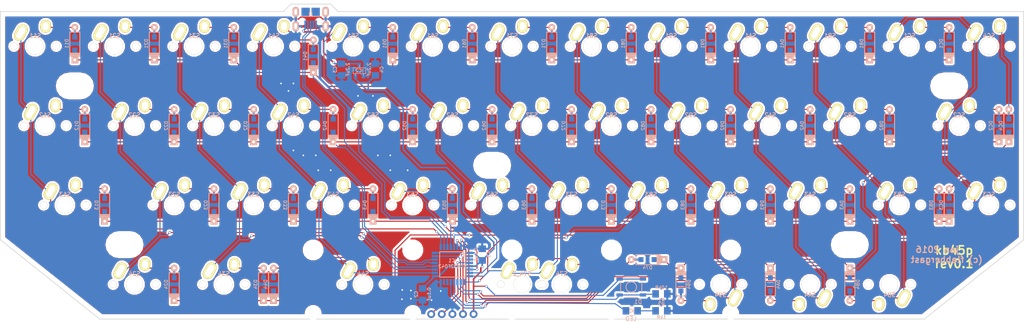
<source format=kicad_pcb>
(kicad_pcb (version 4) (host pcbnew 4.0.1-stable)
  (layers (0 F.Cu signal) (31 B.Cu signal) (34 B.Paste user) (35 F.Paste user) (36 B.SilkS user) (37 F.SilkS user) (38 B.Mask user) (39 F.Mask user) (44 Edge.Cuts user))
  (net 0 "")
  (net 1 "Net-(D11-Pad1)")
  (net 2 "Net-(D12-Pad1)")
  (net 3 "Net-(D13-Pad1)")
  (net 4 "Net-(D21-Pad1)")
  (net 5 "Net-(D22-Pad1)")
  (net 6 "Net-(D23-Pad1)")
  (net 7 "Net-(D24-Pad1)")
  (net 8 "Net-(D31-Pad1)")
  (net 9 "Net-(D32-Pad1)")
  (net 10 "Net-(D33-Pad1)")
  (net 11 "Net-(D34-Pad1)")
  (net 12 "Net-(D41-Pad1)")
  (net 13 "Net-(D42-Pad1)")
  (net 14 "Net-(D43-Pad1)")
  (net 15 "Net-(D44-Pad1)")
  (net 16 "Net-(D51-Pad1)")
  (net 17 "Net-(D52-Pad1)")
  (net 18 "Net-(D53-Pad1)")
  (net 19 "Net-(D61-Pad1)")
  (net 20 "Net-(D62-Pad1)")
  (net 21 "Net-(D63-Pad1)")
  (net 22 "Net-(D71-Pad1)")
  (net 23 "Net-(D72-Pad1)")
  (net 24 "Net-(D73-Pad1)")
  (net 25 "Net-(D74-Pad1)")
  (net 26 "Net-(D81-Pad1)")
  (net 27 "Net-(D82-Pad1)")
  (net 28 "Net-(D83-Pad1)")
  (net 29 "Net-(D91-Pad1)")
  (net 30 "Net-(D92-Pad1)")
  (net 31 "Net-(D93-Pad1)")
  (net 32 "Net-(D94-Pad1)")
  (net 33 "Net-(DA1-Pad1)")
  (net 34 "Net-(DA2-Pad1)")
  (net 35 "Net-(DA3-Pad1)")
  (net 36 "Net-(DA4-Pad1)")
  (net 37 "Net-(DB1-Pad1)")
  (net 38 "Net-(DB2-Pad1)")
  (net 39 "Net-(DB3-Pad1)")
  (net 40 "Net-(DB4-Pad1)")
  (net 41 "Net-(DC1-Pad1)")
  (net 42 "Net-(DC2-Pad1)")
  (net 43 "Net-(DC3-Pad1)")
  (net 44 "Net-(DC4-Pad1)")
  (net 45 +3.3V)
  (net 46 GND)
  (net 47 "Net-(C3-Pad1)")
  (net 48 ~RESET)
  (net 49 SWDIO)
  (net 50 SWCLK)
  (net 51 "Net-(D1-Pad1)")
  (net 52 "Net-(D1-Pad2)")
  (net 53 "Net-(IC1-Pad2)")
  (net 54 "Net-(IC1-Pad3)")
  (net 55 "Net-(IC1-Pad14)")
  (net 56 "Net-(IC1-Pad15)")
  (net 57 USB_D-)
  (net 58 USB_D+)
  (net 59 "Net-(IC1-Pad31)")
  (net 60 "Net-(J1-Pad4)")
  (net 61 row1)
  (net 62 row2)
  (net 63 row3)
  (net 64 row4)
  (net 65 colC)
  (net 66 colB)
  (net 67 colA)
  (net 68 col9)
  (net 69 col8)
  (net 70 col7)
  (net 71 col6)
  (net 72 col5)
  (net 73 col4)
  (net 74 col3)
  (net 75 col2)
  (net 76 col1)
  (module flabbergast:MXALPS (layer F.Cu) (at 64.77 43.18)
    (fp_text reference S21 (at 0 -2.54) (layer B.SilkS) (effects (font (thickness 0.2)) (justify mirror)))
    (fp_text value SW hide)
    (pad "" np_thru_hole circle (at 0 0) (size 3.98781 3.98781) (drill 3.9878) (layers *.Cu *.Mask F.SilkS))
    (pad "" np_thru_hole circle (at -5.08 0) (size 1.70181 1.70181) (drill 1.7018) (layers *.Cu *.Mask F.SilkS) (clearance 0.1524))
    (pad "" np_thru_hole circle (at 5.08 0) (size 1.70181 1.70181) (drill 1.7018) (layers *.Cu *.Mask F.SilkS) (clearance 0.1524))
    (pad 1 thru_hole oval (at -3.405 -3.27 330.95) (size 2.5 4.17) (drill oval 1.5 3.17) (layers *.Cu *.Mask F.SilkS) (net 75 col2))
    (pad 2 thru_hole oval (at 2.52 -4.79 356.1) (size 2.5 3.08) (drill oval 1.5 2.08) (layers *.Cu *.Mask F.SilkS) (net 4 "Net-(D21-Pad1)"))
  )
  (module flabbergast:MXALPS (layer F.Cu) (at 45.72 43.18)
    (fp_text reference S11 (at 0 -2.54) (layer B.SilkS) (effects (font (thickness 0.2)) (justify mirror)))
    (fp_text value SW hide)
    (pad "" np_thru_hole circle (at 0 0) (size 3.98781 3.98781) (drill 3.9878) (layers *.Cu *.Mask F.SilkS))
    (pad "" np_thru_hole circle (at -5.08 0) (size 1.70181 1.70181) (drill 1.7018) (layers *.Cu *.Mask F.SilkS) (clearance 0.1524))
    (pad "" np_thru_hole circle (at 5.08 0) (size 1.70181 1.70181) (drill 1.7018) (layers *.Cu *.Mask F.SilkS) (clearance 0.1524))
    (pad 1 thru_hole oval (at -3.405 -3.27 330.95) (size 2.5 4.17) (drill oval 1.5 3.17) (layers *.Cu *.Mask F.SilkS) (net 76 col1))
    (pad 2 thru_hole oval (at 2.52 -4.79 356.1) (size 2.5 3.08) (drill oval 1.5 2.08) (layers *.Cu *.Mask F.SilkS) (net 1 "Net-(D11-Pad1)"))
  )
  (module flabbergast:MXALPS (layer F.Cu) (at 48.10125 62.23)
    (fp_text reference S12 (at 0 -2.54) (layer B.SilkS) (effects (font (thickness 0.2)) (justify mirror)))
    (fp_text value SW hide)
    (pad "" np_thru_hole circle (at 0 0) (size 3.98781 3.98781) (drill 3.9878) (layers *.Cu *.Mask F.SilkS))
    (pad "" np_thru_hole circle (at -5.08 0) (size 1.70181 1.70181) (drill 1.7018) (layers *.Cu *.Mask F.SilkS) (clearance 0.1524))
    (pad "" np_thru_hole circle (at 5.08 0) (size 1.70181 1.70181) (drill 1.7018) (layers *.Cu *.Mask F.SilkS) (clearance 0.1524))
    (pad 1 thru_hole oval (at -3.405 -3.27 330.95) (size 2.5 4.17) (drill oval 1.5 3.17) (layers *.Cu *.Mask F.SilkS) (net 76 col1))
    (pad 2 thru_hole oval (at 2.52 -4.79 356.1) (size 2.5 3.08) (drill oval 1.5 2.08) (layers *.Cu *.Mask F.SilkS) (net 2 "Net-(D12-Pad1)"))
  )
  (module flabbergast:MXALPS (layer F.Cu) (at 52.86375 81.28)
    (fp_text reference S13 (at 0 -2.54) (layer B.SilkS) (effects (font (thickness 0.2)) (justify mirror)))
    (fp_text value SW hide)
    (pad "" np_thru_hole circle (at 0 0) (size 3.98781 3.98781) (drill 3.9878) (layers *.Cu *.Mask F.SilkS))
    (pad "" np_thru_hole circle (at -5.08 0) (size 1.70181 1.70181) (drill 1.7018) (layers *.Cu *.Mask F.SilkS) (clearance 0.1524))
    (pad "" np_thru_hole circle (at 5.08 0) (size 1.70181 1.70181) (drill 1.7018) (layers *.Cu *.Mask F.SilkS) (clearance 0.1524))
    (pad 1 thru_hole oval (at -3.405 -3.27 330.95) (size 2.5 4.17) (drill oval 1.5 3.17) (layers *.Cu *.Mask F.SilkS) (net 76 col1))
    (pad 2 thru_hole oval (at 2.52 -4.79 356.1) (size 2.5 3.08) (drill oval 1.5 2.08) (layers *.Cu *.Mask F.SilkS) (net 3 "Net-(D13-Pad1)"))
  )
  (module flabbergast:MXALPS (layer F.Cu) (at 69.5325 62.23)
    (fp_text reference S22 (at 0 -2.54) (layer B.SilkS) (effects (font (thickness 0.2)) (justify mirror)))
    (fp_text value SW hide)
    (pad "" np_thru_hole circle (at 0 0) (size 3.98781 3.98781) (drill 3.9878) (layers *.Cu *.Mask F.SilkS))
    (pad "" np_thru_hole circle (at -5.08 0) (size 1.70181 1.70181) (drill 1.7018) (layers *.Cu *.Mask F.SilkS) (clearance 0.1524))
    (pad "" np_thru_hole circle (at 5.08 0) (size 1.70181 1.70181) (drill 1.7018) (layers *.Cu *.Mask F.SilkS) (clearance 0.1524))
    (pad 1 thru_hole oval (at -3.405 -3.27 330.95) (size 2.5 4.17) (drill oval 1.5 3.17) (layers *.Cu *.Mask F.SilkS) (net 75 col2))
    (pad 2 thru_hole oval (at 2.52 -4.79 356.1) (size 2.5 3.08) (drill oval 1.5 2.08) (layers *.Cu *.Mask F.SilkS) (net 5 "Net-(D22-Pad1)"))
  )
  (module flabbergast:MXALPS (layer F.Cu) (at 79.0575 81.28)
    (fp_text reference S23 (at 0 -2.54) (layer B.SilkS) (effects (font (thickness 0.2)) (justify mirror)))
    (fp_text value SW hide)
    (pad "" np_thru_hole circle (at 0 0) (size 3.98781 3.98781) (drill 3.9878) (layers *.Cu *.Mask F.SilkS))
    (pad "" np_thru_hole circle (at -5.08 0) (size 1.70181 1.70181) (drill 1.7018) (layers *.Cu *.Mask F.SilkS) (clearance 0.1524))
    (pad "" np_thru_hole circle (at 5.08 0) (size 1.70181 1.70181) (drill 1.7018) (layers *.Cu *.Mask F.SilkS) (clearance 0.1524))
    (pad 1 thru_hole oval (at -3.405 -3.27 330.95) (size 2.5 4.17) (drill oval 1.5 3.17) (layers *.Cu *.Mask F.SilkS) (net 75 col2))
    (pad 2 thru_hole oval (at 2.52 -4.79 356.1) (size 2.5 3.08) (drill oval 1.5 2.08) (layers *.Cu *.Mask F.SilkS) (net 6 "Net-(D23-Pad1)"))
  )
  (module flabbergast:MXALPS (layer F.Cu) (at 69.5325 100.33)
    (fp_text reference S24 (at 0 -2.54) (layer B.SilkS) (effects (font (thickness 0.2)) (justify mirror)))
    (fp_text value SW hide)
    (pad "" np_thru_hole circle (at 0 0) (size 3.98781 3.98781) (drill 3.9878) (layers *.Cu *.Mask F.SilkS))
    (pad "" np_thru_hole circle (at -5.08 0) (size 1.70181 1.70181) (drill 1.7018) (layers *.Cu *.Mask F.SilkS) (clearance 0.1524))
    (pad "" np_thru_hole circle (at 5.08 0) (size 1.70181 1.70181) (drill 1.7018) (layers *.Cu *.Mask F.SilkS) (clearance 0.1524))
    (pad 1 thru_hole oval (at -3.405 -3.27 330.95) (size 2.5 4.17) (drill oval 1.5 3.17) (layers *.Cu *.Mask F.SilkS) (net 75 col2))
    (pad 2 thru_hole oval (at 2.52 -4.79 356.1) (size 2.5 3.08) (drill oval 1.5 2.08) (layers *.Cu *.Mask F.SilkS) (net 7 "Net-(D24-Pad1)"))
  )
  (module flabbergast:MXALPS (layer F.Cu) (at 83.82 43.18)
    (fp_text reference S31 (at 0 -2.54) (layer B.SilkS) (effects (font (thickness 0.2)) (justify mirror)))
    (fp_text value SW hide)
    (pad "" np_thru_hole circle (at 0 0) (size 3.98781 3.98781) (drill 3.9878) (layers *.Cu *.Mask F.SilkS))
    (pad "" np_thru_hole circle (at -5.08 0) (size 1.70181 1.70181) (drill 1.7018) (layers *.Cu *.Mask F.SilkS) (clearance 0.1524))
    (pad "" np_thru_hole circle (at 5.08 0) (size 1.70181 1.70181) (drill 1.7018) (layers *.Cu *.Mask F.SilkS) (clearance 0.1524))
    (pad 1 thru_hole oval (at -3.405 -3.27 330.95) (size 2.5 4.17) (drill oval 1.5 3.17) (layers *.Cu *.Mask F.SilkS) (net 74 col3))
    (pad 2 thru_hole oval (at 2.52 -4.79 356.1) (size 2.5 3.08) (drill oval 1.5 2.08) (layers *.Cu *.Mask F.SilkS) (net 8 "Net-(D31-Pad1)"))
  )
  (module flabbergast:MXALPS (layer F.Cu) (at 88.5825 62.23)
    (fp_text reference S32 (at 0 -2.54) (layer B.SilkS) (effects (font (thickness 0.2)) (justify mirror)))
    (fp_text value SW hide)
    (pad "" np_thru_hole circle (at 0 0) (size 3.98781 3.98781) (drill 3.9878) (layers *.Cu *.Mask F.SilkS))
    (pad "" np_thru_hole circle (at -5.08 0) (size 1.70181 1.70181) (drill 1.7018) (layers *.Cu *.Mask F.SilkS) (clearance 0.1524))
    (pad "" np_thru_hole circle (at 5.08 0) (size 1.70181 1.70181) (drill 1.7018) (layers *.Cu *.Mask F.SilkS) (clearance 0.1524))
    (pad 1 thru_hole oval (at -3.405 -3.27 330.95) (size 2.5 4.17) (drill oval 1.5 3.17) (layers *.Cu *.Mask F.SilkS) (net 74 col3))
    (pad 2 thru_hole oval (at 2.52 -4.79 356.1) (size 2.5 3.08) (drill oval 1.5 2.08) (layers *.Cu *.Mask F.SilkS) (net 9 "Net-(D32-Pad1)"))
  )
  (module flabbergast:MXALPS (layer F.Cu) (at 98.1075 81.28)
    (fp_text reference S33 (at 0 -2.54) (layer B.SilkS) (effects (font (thickness 0.2)) (justify mirror)))
    (fp_text value SW hide)
    (pad "" np_thru_hole circle (at 0 0) (size 3.98781 3.98781) (drill 3.9878) (layers *.Cu *.Mask F.SilkS))
    (pad "" np_thru_hole circle (at -5.08 0) (size 1.70181 1.70181) (drill 1.7018) (layers *.Cu *.Mask F.SilkS) (clearance 0.1524))
    (pad "" np_thru_hole circle (at 5.08 0) (size 1.70181 1.70181) (drill 1.7018) (layers *.Cu *.Mask F.SilkS) (clearance 0.1524))
    (pad 1 thru_hole oval (at -3.405 -3.27 330.95) (size 2.5 4.17) (drill oval 1.5 3.17) (layers *.Cu *.Mask F.SilkS) (net 74 col3))
    (pad 2 thru_hole oval (at 2.52 -4.79 356.1) (size 2.5 3.08) (drill oval 1.5 2.08) (layers *.Cu *.Mask F.SilkS) (net 10 "Net-(D33-Pad1)"))
  )
  (module flabbergast:MXALPS (layer F.Cu) (at 90.96375 100.33)
    (fp_text reference S34 (at 0 -2.54) (layer B.SilkS) (effects (font (thickness 0.2)) (justify mirror)))
    (fp_text value SW hide)
    (pad "" np_thru_hole circle (at 0 0) (size 3.98781 3.98781) (drill 3.9878) (layers *.Cu *.Mask F.SilkS))
    (pad "" np_thru_hole circle (at -5.08 0) (size 1.70181 1.70181) (drill 1.7018) (layers *.Cu *.Mask F.SilkS) (clearance 0.1524))
    (pad "" np_thru_hole circle (at 5.08 0) (size 1.70181 1.70181) (drill 1.7018) (layers *.Cu *.Mask F.SilkS) (clearance 0.1524))
    (pad 1 thru_hole oval (at -3.405 -3.27 330.95) (size 2.5 4.17) (drill oval 1.5 3.17) (layers *.Cu *.Mask F.SilkS) (net 74 col3))
    (pad 2 thru_hole oval (at 2.52 -4.79 356.1) (size 2.5 3.08) (drill oval 1.5 2.08) (layers *.Cu *.Mask F.SilkS) (net 11 "Net-(D34-Pad1)"))
  )
  (module flabbergast:MXALPS (layer F.Cu) (at 102.87 43.18)
    (fp_text reference S41 (at 0 -2.54) (layer B.SilkS) (effects (font (thickness 0.2)) (justify mirror)))
    (fp_text value SW hide)
    (pad "" np_thru_hole circle (at 0 0) (size 3.98781 3.98781) (drill 3.9878) (layers *.Cu *.Mask F.SilkS))
    (pad "" np_thru_hole circle (at -5.08 0) (size 1.70181 1.70181) (drill 1.7018) (layers *.Cu *.Mask F.SilkS) (clearance 0.1524))
    (pad "" np_thru_hole circle (at 5.08 0) (size 1.70181 1.70181) (drill 1.7018) (layers *.Cu *.Mask F.SilkS) (clearance 0.1524))
    (pad 1 thru_hole oval (at -3.405 -3.27 330.95) (size 2.5 4.17) (drill oval 1.5 3.17) (layers *.Cu *.Mask F.SilkS) (net 73 col4))
    (pad 2 thru_hole oval (at 2.52 -4.79 356.1) (size 2.5 3.08) (drill oval 1.5 2.08) (layers *.Cu *.Mask F.SilkS) (net 12 "Net-(D41-Pad1)"))
  )
  (module flabbergast:MXALPS (layer F.Cu) (at 107.6325 62.23)
    (fp_text reference S42 (at 0 -2.54) (layer B.SilkS) (effects (font (thickness 0.2)) (justify mirror)))
    (fp_text value SW hide)
    (pad "" np_thru_hole circle (at 0 0) (size 3.98781 3.98781) (drill 3.9878) (layers *.Cu *.Mask F.SilkS))
    (pad "" np_thru_hole circle (at -5.08 0) (size 1.70181 1.70181) (drill 1.7018) (layers *.Cu *.Mask F.SilkS) (clearance 0.1524))
    (pad "" np_thru_hole circle (at 5.08 0) (size 1.70181 1.70181) (drill 1.7018) (layers *.Cu *.Mask F.SilkS) (clearance 0.1524))
    (pad 1 thru_hole oval (at -3.405 -3.27 330.95) (size 2.5 4.17) (drill oval 1.5 3.17) (layers *.Cu *.Mask F.SilkS) (net 73 col4))
    (pad 2 thru_hole oval (at 2.52 -4.79 356.1) (size 2.5 3.08) (drill oval 1.5 2.08) (layers *.Cu *.Mask F.SilkS) (net 13 "Net-(D42-Pad1)"))
  )
  (module flabbergast:MXALPS (layer F.Cu) (at 117.1575 81.28)
    (fp_text reference S43 (at 0 -2.54) (layer B.SilkS) (effects (font (thickness 0.2)) (justify mirror)))
    (fp_text value SW hide)
    (pad "" np_thru_hole circle (at 0 0) (size 3.98781 3.98781) (drill 3.9878) (layers *.Cu *.Mask F.SilkS))
    (pad "" np_thru_hole circle (at -5.08 0) (size 1.70181 1.70181) (drill 1.7018) (layers *.Cu *.Mask F.SilkS) (clearance 0.1524))
    (pad "" np_thru_hole circle (at 5.08 0) (size 1.70181 1.70181) (drill 1.7018) (layers *.Cu *.Mask F.SilkS) (clearance 0.1524))
    (pad 1 thru_hole oval (at -3.405 -3.27 330.95) (size 2.5 4.17) (drill oval 1.5 3.17) (layers *.Cu *.Mask F.SilkS) (net 73 col4))
    (pad 2 thru_hole oval (at 2.52 -4.79 356.1) (size 2.5 3.08) (drill oval 1.5 2.08) (layers *.Cu *.Mask F.SilkS) (net 14 "Net-(D43-Pad1)"))
  )
  (module flabbergast:MXALPS (layer F.Cu) (at 124.30125 100.33)
    (fp_text reference S44 (at 0 -2.54) (layer B.SilkS) (effects (font (thickness 0.2)) (justify mirror)))
    (fp_text value SW hide)
    (pad "" np_thru_hole circle (at 0 0) (size 3.98781 3.98781) (drill 3.9878) (layers *.Cu *.Mask F.SilkS))
    (pad "" np_thru_hole circle (at -5.08 0) (size 1.70181 1.70181) (drill 1.7018) (layers *.Cu *.Mask F.SilkS) (clearance 0.1524))
    (pad "" np_thru_hole circle (at 5.08 0) (size 1.70181 1.70181) (drill 1.7018) (layers *.Cu *.Mask F.SilkS) (clearance 0.1524))
    (pad 1 thru_hole oval (at -3.405 -3.27 330.95) (size 2.5 4.17) (drill oval 1.5 3.17) (layers *.Cu *.Mask F.SilkS) (net 73 col4))
    (pad 2 thru_hole oval (at 2.52 -4.79 356.1) (size 2.5 3.08) (drill oval 1.5 2.08) (layers *.Cu *.Mask F.SilkS) (net 15 "Net-(D44-Pad1)"))
  )
  (module flabbergast:MXALPS (layer F.Cu) (at 121.92 43.18)
    (fp_text reference S51 (at 0 -2.54) (layer B.SilkS) (effects (font (thickness 0.2)) (justify mirror)))
    (fp_text value SW hide)
    (pad "" np_thru_hole circle (at 0 0) (size 3.98781 3.98781) (drill 3.9878) (layers *.Cu *.Mask F.SilkS))
    (pad "" np_thru_hole circle (at -5.08 0) (size 1.70181 1.70181) (drill 1.7018) (layers *.Cu *.Mask F.SilkS) (clearance 0.1524))
    (pad "" np_thru_hole circle (at 5.08 0) (size 1.70181 1.70181) (drill 1.7018) (layers *.Cu *.Mask F.SilkS) (clearance 0.1524))
    (pad 1 thru_hole oval (at -3.405 -3.27 330.95) (size 2.5 4.17) (drill oval 1.5 3.17) (layers *.Cu *.Mask F.SilkS) (net 72 col5))
    (pad 2 thru_hole oval (at 2.52 -4.79 356.1) (size 2.5 3.08) (drill oval 1.5 2.08) (layers *.Cu *.Mask F.SilkS) (net 16 "Net-(D51-Pad1)"))
  )
  (module flabbergast:MXALPS (layer F.Cu) (at 126.6825 62.23)
    (fp_text reference S52 (at 0 -2.54) (layer B.SilkS) (effects (font (thickness 0.2)) (justify mirror)))
    (fp_text value SW hide)
    (pad "" np_thru_hole circle (at 0 0) (size 3.98781 3.98781) (drill 3.9878) (layers *.Cu *.Mask F.SilkS))
    (pad "" np_thru_hole circle (at -5.08 0) (size 1.70181 1.70181) (drill 1.7018) (layers *.Cu *.Mask F.SilkS) (clearance 0.1524))
    (pad "" np_thru_hole circle (at 5.08 0) (size 1.70181 1.70181) (drill 1.7018) (layers *.Cu *.Mask F.SilkS) (clearance 0.1524))
    (pad 1 thru_hole oval (at -3.405 -3.27 330.95) (size 2.5 4.17) (drill oval 1.5 3.17) (layers *.Cu *.Mask F.SilkS) (net 72 col5))
    (pad 2 thru_hole oval (at 2.52 -4.79 356.1) (size 2.5 3.08) (drill oval 1.5 2.08) (layers *.Cu *.Mask F.SilkS) (net 17 "Net-(D52-Pad1)"))
  )
  (module flabbergast:MXALPS (layer F.Cu) (at 136.2075 81.28)
    (fp_text reference S53 (at 0 -2.54) (layer B.SilkS) (effects (font (thickness 0.2)) (justify mirror)))
    (fp_text value SW hide)
    (pad "" np_thru_hole circle (at 0 0) (size 3.98781 3.98781) (drill 3.9878) (layers *.Cu *.Mask F.SilkS))
    (pad "" np_thru_hole circle (at -5.08 0) (size 1.70181 1.70181) (drill 1.7018) (layers *.Cu *.Mask F.SilkS) (clearance 0.1524))
    (pad "" np_thru_hole circle (at 5.08 0) (size 1.70181 1.70181) (drill 1.7018) (layers *.Cu *.Mask F.SilkS) (clearance 0.1524))
    (pad 1 thru_hole oval (at -3.405 -3.27 330.95) (size 2.5 4.17) (drill oval 1.5 3.17) (layers *.Cu *.Mask F.SilkS) (net 72 col5))
    (pad 2 thru_hole oval (at 2.52 -4.79 356.1) (size 2.5 3.08) (drill oval 1.5 2.08) (layers *.Cu *.Mask F.SilkS) (net 18 "Net-(D53-Pad1)"))
  )
  (module flabbergast:MXALPS (layer F.Cu) (at 140.97 43.18)
    (fp_text reference S61 (at 0 -2.54) (layer B.SilkS) (effects (font (thickness 0.2)) (justify mirror)))
    (fp_text value SW hide)
    (pad "" np_thru_hole circle (at 0 0) (size 3.98781 3.98781) (drill 3.9878) (layers *.Cu *.Mask F.SilkS))
    (pad "" np_thru_hole circle (at -5.08 0) (size 1.70181 1.70181) (drill 1.7018) (layers *.Cu *.Mask F.SilkS) (clearance 0.1524))
    (pad "" np_thru_hole circle (at 5.08 0) (size 1.70181 1.70181) (drill 1.7018) (layers *.Cu *.Mask F.SilkS) (clearance 0.1524))
    (pad 1 thru_hole oval (at -3.405 -3.27 330.95) (size 2.5 4.17) (drill oval 1.5 3.17) (layers *.Cu *.Mask F.SilkS) (net 71 col6))
    (pad 2 thru_hole oval (at 2.52 -4.79 356.1) (size 2.5 3.08) (drill oval 1.5 2.08) (layers *.Cu *.Mask F.SilkS) (net 19 "Net-(D61-Pad1)"))
  )
  (module flabbergast:MXALPS (layer F.Cu) (at 145.7325 62.23)
    (fp_text reference S62 (at 0 -2.54) (layer B.SilkS) (effects (font (thickness 0.2)) (justify mirror)))
    (fp_text value SW hide)
    (pad "" np_thru_hole circle (at 0 0) (size 3.98781 3.98781) (drill 3.9878) (layers *.Cu *.Mask F.SilkS))
    (pad "" np_thru_hole circle (at -5.08 0) (size 1.70181 1.70181) (drill 1.7018) (layers *.Cu *.Mask F.SilkS) (clearance 0.1524))
    (pad "" np_thru_hole circle (at 5.08 0) (size 1.70181 1.70181) (drill 1.7018) (layers *.Cu *.Mask F.SilkS) (clearance 0.1524))
    (pad 1 thru_hole oval (at -3.405 -3.27 330.95) (size 2.5 4.17) (drill oval 1.5 3.17) (layers *.Cu *.Mask F.SilkS) (net 71 col6))
    (pad 2 thru_hole oval (at 2.52 -4.79 356.1) (size 2.5 3.08) (drill oval 1.5 2.08) (layers *.Cu *.Mask F.SilkS) (net 20 "Net-(D62-Pad1)"))
  )
  (module flabbergast:MXALPS (layer F.Cu) (at 155.2575 81.28)
    (fp_text reference S63 (at 0 -2.54) (layer B.SilkS) (effects (font (thickness 0.2)) (justify mirror)))
    (fp_text value SW hide)
    (pad "" np_thru_hole circle (at 0 0) (size 3.98781 3.98781) (drill 3.9878) (layers *.Cu *.Mask F.SilkS))
    (pad "" np_thru_hole circle (at -5.08 0) (size 1.70181 1.70181) (drill 1.7018) (layers *.Cu *.Mask F.SilkS) (clearance 0.1524))
    (pad "" np_thru_hole circle (at 5.08 0) (size 1.70181 1.70181) (drill 1.7018) (layers *.Cu *.Mask F.SilkS) (clearance 0.1524))
    (pad 1 thru_hole oval (at -3.405 -3.27 330.95) (size 2.5 4.17) (drill oval 1.5 3.17) (layers *.Cu *.Mask F.SilkS) (net 71 col6))
    (pad 2 thru_hole oval (at 2.52 -4.79 356.1) (size 2.5 3.08) (drill oval 1.5 2.08) (layers *.Cu *.Mask F.SilkS) (net 21 "Net-(D63-Pad1)"))
  )
  (module flabbergast:MXALPS (layer F.Cu) (at 160.02 43.18)
    (fp_text reference S71 (at 0 -2.54) (layer B.SilkS) (effects (font (thickness 0.2)) (justify mirror)))
    (fp_text value SW hide)
    (pad "" np_thru_hole circle (at 0 0) (size 3.98781 3.98781) (drill 3.9878) (layers *.Cu *.Mask F.SilkS))
    (pad "" np_thru_hole circle (at -5.08 0) (size 1.70181 1.70181) (drill 1.7018) (layers *.Cu *.Mask F.SilkS) (clearance 0.1524))
    (pad "" np_thru_hole circle (at 5.08 0) (size 1.70181 1.70181) (drill 1.7018) (layers *.Cu *.Mask F.SilkS) (clearance 0.1524))
    (pad 1 thru_hole oval (at -3.405 -3.27 330.95) (size 2.5 4.17) (drill oval 1.5 3.17) (layers *.Cu *.Mask F.SilkS) (net 70 col7))
    (pad 2 thru_hole oval (at 2.52 -4.79 356.1) (size 2.5 3.08) (drill oval 1.5 2.08) (layers *.Cu *.Mask F.SilkS) (net 22 "Net-(D71-Pad1)"))
  )
  (module flabbergast:MXALPS (layer F.Cu) (at 164.7825 62.23)
    (fp_text reference S72 (at 0 -2.54) (layer B.SilkS) (effects (font (thickness 0.2)) (justify mirror)))
    (fp_text value SW hide)
    (pad "" np_thru_hole circle (at 0 0) (size 3.98781 3.98781) (drill 3.9878) (layers *.Cu *.Mask F.SilkS))
    (pad "" np_thru_hole circle (at -5.08 0) (size 1.70181 1.70181) (drill 1.7018) (layers *.Cu *.Mask F.SilkS) (clearance 0.1524))
    (pad "" np_thru_hole circle (at 5.08 0) (size 1.70181 1.70181) (drill 1.7018) (layers *.Cu *.Mask F.SilkS) (clearance 0.1524))
    (pad 1 thru_hole oval (at -3.405 -3.27 330.95) (size 2.5 4.17) (drill oval 1.5 3.17) (layers *.Cu *.Mask F.SilkS) (net 70 col7))
    (pad 2 thru_hole oval (at 2.52 -4.79 356.1) (size 2.5 3.08) (drill oval 1.5 2.08) (layers *.Cu *.Mask F.SilkS) (net 23 "Net-(D72-Pad1)"))
  )
  (module flabbergast:MXALPS (layer F.Cu) (at 174.3075 81.28)
    (fp_text reference S73 (at 0 -2.54) (layer B.SilkS) (effects (font (thickness 0.2)) (justify mirror)))
    (fp_text value SW hide)
    (pad "" np_thru_hole circle (at 0 0) (size 3.98781 3.98781) (drill 3.9878) (layers *.Cu *.Mask F.SilkS))
    (pad "" np_thru_hole circle (at -5.08 0) (size 1.70181 1.70181) (drill 1.7018) (layers *.Cu *.Mask F.SilkS) (clearance 0.1524))
    (pad "" np_thru_hole circle (at 5.08 0) (size 1.70181 1.70181) (drill 1.7018) (layers *.Cu *.Mask F.SilkS) (clearance 0.1524))
    (pad 1 thru_hole oval (at -3.405 -3.27 330.95) (size 2.5 4.17) (drill oval 1.5 3.17) (layers *.Cu *.Mask F.SilkS) (net 70 col7))
    (pad 2 thru_hole oval (at 2.52 -4.79 356.1) (size 2.5 3.08) (drill oval 1.5 2.08) (layers *.Cu *.Mask F.SilkS) (net 24 "Net-(D73-Pad1)"))
  )
  (module flabbergast:MXALPS (layer F.Cu) (at 171.92625 100.33)
    (fp_text reference S74 (at 0 -2.54) (layer B.SilkS) (effects (font (thickness 0.2)) (justify mirror)))
    (fp_text value SW hide)
    (pad "" np_thru_hole circle (at 0 0) (size 3.98781 3.98781) (drill 3.9878) (layers *.Cu *.Mask F.SilkS))
    (pad "" np_thru_hole circle (at -5.08 0) (size 1.70181 1.70181) (drill 1.7018) (layers *.Cu *.Mask F.SilkS) (clearance 0.1524))
    (pad "" np_thru_hole circle (at 5.08 0) (size 1.70181 1.70181) (drill 1.7018) (layers *.Cu *.Mask F.SilkS) (clearance 0.1524))
    (pad 1 thru_hole oval (at -3.405 -3.27 330.95) (size 2.5 4.17) (drill oval 1.5 3.17) (layers *.Cu *.Mask F.SilkS) (net 70 col7))
    (pad 2 thru_hole oval (at 2.52 -4.79 356.1) (size 2.5 3.08) (drill oval 1.5 2.08) (layers *.Cu *.Mask F.SilkS) (net 25 "Net-(D74-Pad1)"))
  )
  (module flabbergast:MXALPS (layer F.Cu) (at 179.07 43.18)
    (fp_text reference S81 (at 0 -2.54) (layer B.SilkS) (effects (font (thickness 0.2)) (justify mirror)))
    (fp_text value SW hide)
    (pad "" np_thru_hole circle (at 0 0) (size 3.98781 3.98781) (drill 3.9878) (layers *.Cu *.Mask F.SilkS))
    (pad "" np_thru_hole circle (at -5.08 0) (size 1.70181 1.70181) (drill 1.7018) (layers *.Cu *.Mask F.SilkS) (clearance 0.1524))
    (pad "" np_thru_hole circle (at 5.08 0) (size 1.70181 1.70181) (drill 1.7018) (layers *.Cu *.Mask F.SilkS) (clearance 0.1524))
    (pad 1 thru_hole oval (at -3.405 -3.27 330.95) (size 2.5 4.17) (drill oval 1.5 3.17) (layers *.Cu *.Mask F.SilkS) (net 69 col8))
    (pad 2 thru_hole oval (at 2.52 -4.79 356.1) (size 2.5 3.08) (drill oval 1.5 2.08) (layers *.Cu *.Mask F.SilkS) (net 26 "Net-(D81-Pad1)"))
  )
  (module flabbergast:MXALPS (layer F.Cu) (at 183.8325 62.23)
    (fp_text reference S82 (at 0 -2.54) (layer B.SilkS) (effects (font (thickness 0.2)) (justify mirror)))
    (fp_text value SW hide)
    (pad "" np_thru_hole circle (at 0 0) (size 3.98781 3.98781) (drill 3.9878) (layers *.Cu *.Mask F.SilkS))
    (pad "" np_thru_hole circle (at -5.08 0) (size 1.70181 1.70181) (drill 1.7018) (layers *.Cu *.Mask F.SilkS) (clearance 0.1524))
    (pad "" np_thru_hole circle (at 5.08 0) (size 1.70181 1.70181) (drill 1.7018) (layers *.Cu *.Mask F.SilkS) (clearance 0.1524))
    (pad 1 thru_hole oval (at -3.405 -3.27 330.95) (size 2.5 4.17) (drill oval 1.5 3.17) (layers *.Cu *.Mask F.SilkS) (net 69 col8))
    (pad 2 thru_hole oval (at 2.52 -4.79 356.1) (size 2.5 3.08) (drill oval 1.5 2.08) (layers *.Cu *.Mask F.SilkS) (net 27 "Net-(D82-Pad1)"))
  )
  (module flabbergast:MXALPS (layer F.Cu) (at 193.3575 81.28)
    (fp_text reference S83 (at 0 -2.54) (layer B.SilkS) (effects (font (thickness 0.2)) (justify mirror)))
    (fp_text value SW hide)
    (pad "" np_thru_hole circle (at 0 0) (size 3.98781 3.98781) (drill 3.9878) (layers *.Cu *.Mask F.SilkS))
    (pad "" np_thru_hole circle (at -5.08 0) (size 1.70181 1.70181) (drill 1.7018) (layers *.Cu *.Mask F.SilkS) (clearance 0.1524))
    (pad "" np_thru_hole circle (at 5.08 0) (size 1.70181 1.70181) (drill 1.7018) (layers *.Cu *.Mask F.SilkS) (clearance 0.1524))
    (pad 1 thru_hole oval (at -3.405 -3.27 330.95) (size 2.5 4.17) (drill oval 1.5 3.17) (layers *.Cu *.Mask F.SilkS) (net 69 col8))
    (pad 2 thru_hole oval (at 2.52 -4.79 356.1) (size 2.5 3.08) (drill oval 1.5 2.08) (layers *.Cu *.Mask F.SilkS) (net 28 "Net-(D83-Pad1)"))
  )
  (module flabbergast:MXALPS (layer F.Cu) (at 198.12 43.18)
    (fp_text reference S91 (at 0 -2.54) (layer B.SilkS) (effects (font (thickness 0.2)) (justify mirror)))
    (fp_text value SW hide)
    (pad "" np_thru_hole circle (at 0 0) (size 3.98781 3.98781) (drill 3.9878) (layers *.Cu *.Mask F.SilkS))
    (pad "" np_thru_hole circle (at -5.08 0) (size 1.70181 1.70181) (drill 1.7018) (layers *.Cu *.Mask F.SilkS) (clearance 0.1524))
    (pad "" np_thru_hole circle (at 5.08 0) (size 1.70181 1.70181) (drill 1.7018) (layers *.Cu *.Mask F.SilkS) (clearance 0.1524))
    (pad 1 thru_hole oval (at -3.405 -3.27 330.95) (size 2.5 4.17) (drill oval 1.5 3.17) (layers *.Cu *.Mask F.SilkS) (net 68 col9))
    (pad 2 thru_hole oval (at 2.52 -4.79 356.1) (size 2.5 3.08) (drill oval 1.5 2.08) (layers *.Cu *.Mask F.SilkS) (net 29 "Net-(D91-Pad1)"))
  )
  (module flabbergast:MXALPS (layer F.Cu) (at 202.8825 62.23)
    (fp_text reference S92 (at 0 -2.54) (layer B.SilkS) (effects (font (thickness 0.2)) (justify mirror)))
    (fp_text value SW hide)
    (pad "" np_thru_hole circle (at 0 0) (size 3.98781 3.98781) (drill 3.9878) (layers *.Cu *.Mask F.SilkS))
    (pad "" np_thru_hole circle (at -5.08 0) (size 1.70181 1.70181) (drill 1.7018) (layers *.Cu *.Mask F.SilkS) (clearance 0.1524))
    (pad "" np_thru_hole circle (at 5.08 0) (size 1.70181 1.70181) (drill 1.7018) (layers *.Cu *.Mask F.SilkS) (clearance 0.1524))
    (pad 1 thru_hole oval (at -3.405 -3.27 330.95) (size 2.5 4.17) (drill oval 1.5 3.17) (layers *.Cu *.Mask F.SilkS) (net 68 col9))
    (pad 2 thru_hole oval (at 2.52 -4.79 356.1) (size 2.5 3.08) (drill oval 1.5 2.08) (layers *.Cu *.Mask F.SilkS) (net 30 "Net-(D92-Pad1)"))
  )
  (module flabbergast:MXALPS (layer F.Cu) (at 212.4075 81.28)
    (fp_text reference S93 (at 0 -2.54) (layer B.SilkS) (effects (font (thickness 0.2)) (justify mirror)))
    (fp_text value SW hide)
    (pad "" np_thru_hole circle (at 0 0) (size 3.98781 3.98781) (drill 3.9878) (layers *.Cu *.Mask F.SilkS))
    (pad "" np_thru_hole circle (at -5.08 0) (size 1.70181 1.70181) (drill 1.7018) (layers *.Cu *.Mask F.SilkS) (clearance 0.1524))
    (pad "" np_thru_hole circle (at 5.08 0) (size 1.70181 1.70181) (drill 1.7018) (layers *.Cu *.Mask F.SilkS) (clearance 0.1524))
    (pad 1 thru_hole oval (at -3.405 -3.27 330.95) (size 2.5 4.17) (drill oval 1.5 3.17) (layers *.Cu *.Mask F.SilkS) (net 68 col9))
    (pad 2 thru_hole oval (at 2.52 -4.79 356.1) (size 2.5 3.08) (drill oval 1.5 2.08) (layers *.Cu *.Mask F.SilkS) (net 31 "Net-(D93-Pad1)"))
  )
  (module flabbergast:MXALPS (layer F.Cu) (at 210.02625 100.33 180)
    (fp_text reference S94 (at 0 -2.54 180) (layer B.SilkS) (effects (font (thickness 0.2)) (justify mirror)))
    (fp_text value SW hide)
    (pad "" np_thru_hole circle (at 0 0 180) (size 3.98781 3.98781) (drill 3.9878) (layers *.Cu *.Mask F.SilkS))
    (pad "" np_thru_hole circle (at -5.08 0 180) (size 1.70181 1.70181) (drill 1.7018) (layers *.Cu *.Mask F.SilkS) (clearance 0.1524))
    (pad "" np_thru_hole circle (at 5.08 0 180) (size 1.70181 1.70181) (drill 1.7018) (layers *.Cu *.Mask F.SilkS) (clearance 0.1524))
    (pad 1 thru_hole oval (at -3.405 -3.27 150.95) (size 2.5 4.17) (drill oval 1.5 3.17) (layers *.Cu *.Mask F.SilkS) (net 68 col9))
    (pad 2 thru_hole oval (at 2.52 -4.79 176.1) (size 2.5 3.08) (drill oval 1.5 2.08) (layers *.Cu *.Mask F.SilkS) (net 32 "Net-(D94-Pad1)"))
  )
  (module flabbergast:MXALPS (layer F.Cu) (at 217.17 43.18)
    (fp_text reference SA1 (at 0 -2.54) (layer B.SilkS) (effects (font (thickness 0.2)) (justify mirror)))
    (fp_text value SW hide)
    (pad "" np_thru_hole circle (at 0 0) (size 3.98781 3.98781) (drill 3.9878) (layers *.Cu *.Mask F.SilkS))
    (pad "" np_thru_hole circle (at -5.08 0) (size 1.70181 1.70181) (drill 1.7018) (layers *.Cu *.Mask F.SilkS) (clearance 0.1524))
    (pad "" np_thru_hole circle (at 5.08 0) (size 1.70181 1.70181) (drill 1.7018) (layers *.Cu *.Mask F.SilkS) (clearance 0.1524))
    (pad 1 thru_hole oval (at -3.405 -3.27 330.95) (size 2.5 4.17) (drill oval 1.5 3.17) (layers *.Cu *.Mask F.SilkS) (net 67 colA))
    (pad 2 thru_hole oval (at 2.52 -4.79 356.1) (size 2.5 3.08) (drill oval 1.5 2.08) (layers *.Cu *.Mask F.SilkS) (net 33 "Net-(DA1-Pad1)"))
  )
  (module flabbergast:MXALPS (layer F.Cu) (at 221.9325 62.23)
    (fp_text reference SA2 (at 0 -2.54) (layer B.SilkS) (effects (font (thickness 0.2)) (justify mirror)))
    (fp_text value SW hide)
    (pad "" np_thru_hole circle (at 0 0) (size 3.98781 3.98781) (drill 3.9878) (layers *.Cu *.Mask F.SilkS))
    (pad "" np_thru_hole circle (at -5.08 0) (size 1.70181 1.70181) (drill 1.7018) (layers *.Cu *.Mask F.SilkS) (clearance 0.1524))
    (pad "" np_thru_hole circle (at 5.08 0) (size 1.70181 1.70181) (drill 1.7018) (layers *.Cu *.Mask F.SilkS) (clearance 0.1524))
    (pad 1 thru_hole oval (at -3.405 -3.27 330.95) (size 2.5 4.17) (drill oval 1.5 3.17) (layers *.Cu *.Mask F.SilkS) (net 67 colA))
    (pad 2 thru_hole oval (at 2.52 -4.79 356.1) (size 2.5 3.08) (drill oval 1.5 2.08) (layers *.Cu *.Mask F.SilkS) (net 34 "Net-(DA2-Pad1)"))
  )
  (module flabbergast:MXALPS (layer F.Cu) (at 231.4575 81.28)
    (fp_text reference SA3 (at 0 -2.54) (layer B.SilkS) (effects (font (thickness 0.2)) (justify mirror)))
    (fp_text value SW hide)
    (pad "" np_thru_hole circle (at 0 0) (size 3.98781 3.98781) (drill 3.9878) (layers *.Cu *.Mask F.SilkS))
    (pad "" np_thru_hole circle (at -5.08 0) (size 1.70181 1.70181) (drill 1.7018) (layers *.Cu *.Mask F.SilkS) (clearance 0.1524))
    (pad "" np_thru_hole circle (at 5.08 0) (size 1.70181 1.70181) (drill 1.7018) (layers *.Cu *.Mask F.SilkS) (clearance 0.1524))
    (pad 1 thru_hole oval (at -3.405 -3.27 330.95) (size 2.5 4.17) (drill oval 1.5 3.17) (layers *.Cu *.Mask F.SilkS) (net 67 colA))
    (pad 2 thru_hole oval (at 2.52 -4.79 356.1) (size 2.5 3.08) (drill oval 1.5 2.08) (layers *.Cu *.Mask F.SilkS) (net 35 "Net-(DA3-Pad1)"))
  )
  (module flabbergast:MXALPS (layer F.Cu) (at 231.4575 100.33 180)
    (fp_text reference SA4 (at 0 -2.54 180) (layer B.SilkS) (effects (font (thickness 0.2)) (justify mirror)))
    (fp_text value SW hide)
    (pad "" np_thru_hole circle (at 0 0 180) (size 3.98781 3.98781) (drill 3.9878) (layers *.Cu *.Mask F.SilkS))
    (pad "" np_thru_hole circle (at -5.08 0 180) (size 1.70181 1.70181) (drill 1.7018) (layers *.Cu *.Mask F.SilkS) (clearance 0.1524))
    (pad "" np_thru_hole circle (at 5.08 0 180) (size 1.70181 1.70181) (drill 1.7018) (layers *.Cu *.Mask F.SilkS) (clearance 0.1524))
    (pad 1 thru_hole oval (at -3.405 -3.27 150.95) (size 2.5 4.17) (drill oval 1.5 3.17) (layers *.Cu *.Mask F.SilkS) (net 67 colA))
    (pad 2 thru_hole oval (at 2.52 -4.79 176.1) (size 2.5 3.08) (drill oval 1.5 2.08) (layers *.Cu *.Mask F.SilkS) (net 36 "Net-(DA4-Pad1)"))
  )
  (module flabbergast:MXALPS (layer F.Cu) (at 236.22 43.18)
    (fp_text reference SB1 (at 0 -2.54) (layer B.SilkS) (effects (font (thickness 0.2)) (justify mirror)))
    (fp_text value SW hide)
    (pad "" np_thru_hole circle (at 0 0) (size 3.98781 3.98781) (drill 3.9878) (layers *.Cu *.Mask F.SilkS))
    (pad "" np_thru_hole circle (at -5.08 0) (size 1.70181 1.70181) (drill 1.7018) (layers *.Cu *.Mask F.SilkS) (clearance 0.1524))
    (pad "" np_thru_hole circle (at 5.08 0) (size 1.70181 1.70181) (drill 1.7018) (layers *.Cu *.Mask F.SilkS) (clearance 0.1524))
    (pad 1 thru_hole oval (at -3.405 -3.27 330.95) (size 2.5 4.17) (drill oval 1.5 3.17) (layers *.Cu *.Mask F.SilkS) (net 66 colB))
    (pad 2 thru_hole oval (at 2.52 -4.79 356.1) (size 2.5 3.08) (drill oval 1.5 2.08) (layers *.Cu *.Mask F.SilkS) (net 37 "Net-(DB1-Pad1)"))
  )
  (module flabbergast:MXALPS (layer F.Cu) (at 240.9825 62.23)
    (fp_text reference SB2 (at 0 -2.54) (layer B.SilkS) (effects (font (thickness 0.2)) (justify mirror)))
    (fp_text value SW hide)
    (pad "" np_thru_hole circle (at 0 0) (size 3.98781 3.98781) (drill 3.9878) (layers *.Cu *.Mask F.SilkS))
    (pad "" np_thru_hole circle (at -5.08 0) (size 1.70181 1.70181) (drill 1.7018) (layers *.Cu *.Mask F.SilkS) (clearance 0.1524))
    (pad "" np_thru_hole circle (at 5.08 0) (size 1.70181 1.70181) (drill 1.7018) (layers *.Cu *.Mask F.SilkS) (clearance 0.1524))
    (pad 1 thru_hole oval (at -3.405 -3.27 330.95) (size 2.5 4.17) (drill oval 1.5 3.17) (layers *.Cu *.Mask F.SilkS) (net 66 colB))
    (pad 2 thru_hole oval (at 2.52 -4.79 356.1) (size 2.5 3.08) (drill oval 1.5 2.08) (layers *.Cu *.Mask F.SilkS) (net 38 "Net-(DB2-Pad1)"))
  )
  (module flabbergast:MXALPS (layer F.Cu) (at 252.88875 81.28)
    (fp_text reference SB3 (at 0 -2.54) (layer B.SilkS) (effects (font (thickness 0.2)) (justify mirror)))
    (fp_text value SW hide)
    (pad "" np_thru_hole circle (at 0 0) (size 3.98781 3.98781) (drill 3.9878) (layers *.Cu *.Mask F.SilkS))
    (pad "" np_thru_hole circle (at -5.08 0) (size 1.70181 1.70181) (drill 1.7018) (layers *.Cu *.Mask F.SilkS) (clearance 0.1524))
    (pad "" np_thru_hole circle (at 5.08 0) (size 1.70181 1.70181) (drill 1.7018) (layers *.Cu *.Mask F.SilkS) (clearance 0.1524))
    (pad 1 thru_hole oval (at -3.405 -3.27 330.95) (size 2.5 4.17) (drill oval 1.5 3.17) (layers *.Cu *.Mask F.SilkS) (net 66 colB))
    (pad 2 thru_hole oval (at 2.52 -4.79 356.1) (size 2.5 3.08) (drill oval 1.5 2.08) (layers *.Cu *.Mask F.SilkS) (net 39 "Net-(DB3-Pad1)"))
  )
  (module flabbergast:MXALPS (layer F.Cu) (at 250.5075 100.33 180)
    (fp_text reference SB4 (at 0 -2.54 180) (layer B.SilkS) (effects (font (thickness 0.2)) (justify mirror)))
    (fp_text value SW hide)
    (pad "" np_thru_hole circle (at 0 0 180) (size 3.98781 3.98781) (drill 3.9878) (layers *.Cu *.Mask F.SilkS))
    (pad "" np_thru_hole circle (at -5.08 0 180) (size 1.70181 1.70181) (drill 1.7018) (layers *.Cu *.Mask F.SilkS) (clearance 0.1524))
    (pad "" np_thru_hole circle (at 5.08 0 180) (size 1.70181 1.70181) (drill 1.7018) (layers *.Cu *.Mask F.SilkS) (clearance 0.1524))
    (pad 1 thru_hole oval (at -3.405 -3.27 150.95) (size 2.5 4.17) (drill oval 1.5 3.17) (layers *.Cu *.Mask F.SilkS) (net 66 colB))
    (pad 2 thru_hole oval (at 2.52 -4.79 176.1) (size 2.5 3.08) (drill oval 1.5 2.08) (layers *.Cu *.Mask F.SilkS) (net 40 "Net-(DB4-Pad1)"))
  )
  (module flabbergast:MXALPS (layer F.Cu) (at 255.27 43.18)
    (fp_text reference SC1 (at 0 -2.54) (layer B.SilkS) (effects (font (thickness 0.2)) (justify mirror)))
    (fp_text value SW hide)
    (pad "" np_thru_hole circle (at 0 0) (size 3.98781 3.98781) (drill 3.9878) (layers *.Cu *.Mask F.SilkS))
    (pad "" np_thru_hole circle (at -5.08 0) (size 1.70181 1.70181) (drill 1.7018) (layers *.Cu *.Mask F.SilkS) (clearance 0.1524))
    (pad "" np_thru_hole circle (at 5.08 0) (size 1.70181 1.70181) (drill 1.7018) (layers *.Cu *.Mask F.SilkS) (clearance 0.1524))
    (pad 1 thru_hole oval (at -3.405 -3.27 330.95) (size 2.5 4.17) (drill oval 1.5 3.17) (layers *.Cu *.Mask F.SilkS) (net 65 colC))
    (pad 2 thru_hole oval (at 2.52 -4.79 356.1) (size 2.5 3.08) (drill oval 1.5 2.08) (layers *.Cu *.Mask F.SilkS) (net 41 "Net-(DC1-Pad1)"))
  )
  (module flabbergast:MXALPS (layer F.Cu) (at 267.17625 62.23)
    (fp_text reference SC2 (at 0 -2.54) (layer B.SilkS) (effects (font (thickness 0.2)) (justify mirror)))
    (fp_text value SW hide)
    (pad "" np_thru_hole circle (at 0 0) (size 3.98781 3.98781) (drill 3.9878) (layers *.Cu *.Mask F.SilkS))
    (pad "" np_thru_hole circle (at -5.08 0) (size 1.70181 1.70181) (drill 1.7018) (layers *.Cu *.Mask F.SilkS) (clearance 0.1524))
    (pad "" np_thru_hole circle (at 5.08 0) (size 1.70181 1.70181) (drill 1.7018) (layers *.Cu *.Mask F.SilkS) (clearance 0.1524))
    (pad 1 thru_hole oval (at -3.405 -3.27 330.95) (size 2.5 4.17) (drill oval 1.5 3.17) (layers *.Cu *.Mask F.SilkS) (net 65 colC))
    (pad 2 thru_hole oval (at 2.52 -4.79 356.1) (size 2.5 3.08) (drill oval 1.5 2.08) (layers *.Cu *.Mask F.SilkS) (net 42 "Net-(DC2-Pad1)"))
  )
  (module flabbergast:MXALPS (layer F.Cu) (at 274.32 81.28)
    (fp_text reference SC3 (at 0 -2.54) (layer B.SilkS) (effects (font (thickness 0.2)) (justify mirror)))
    (fp_text value SW hide)
    (pad "" np_thru_hole circle (at 0 0) (size 3.98781 3.98781) (drill 3.9878) (layers *.Cu *.Mask F.SilkS))
    (pad "" np_thru_hole circle (at -5.08 0) (size 1.70181 1.70181) (drill 1.7018) (layers *.Cu *.Mask F.SilkS) (clearance 0.1524))
    (pad "" np_thru_hole circle (at 5.08 0) (size 1.70181 1.70181) (drill 1.7018) (layers *.Cu *.Mask F.SilkS) (clearance 0.1524))
    (pad 1 thru_hole oval (at -3.405 -3.27 330.95) (size 2.5 4.17) (drill oval 1.5 3.17) (layers *.Cu *.Mask F.SilkS) (net 65 colC))
    (pad 2 thru_hole oval (at 2.52 -4.79 356.1) (size 2.5 3.08) (drill oval 1.5 2.08) (layers *.Cu *.Mask F.SilkS) (net 43 "Net-(DC3-Pad1)"))
  )
  (module flabbergast:MXALPS (layer F.Cu) (at 274.32 43.18)
    (fp_text reference SC4 (at 0 -2.54) (layer B.SilkS) (effects (font (thickness 0.2)) (justify mirror)))
    (fp_text value SW hide)
    (pad "" np_thru_hole circle (at 0 0) (size 3.98781 3.98781) (drill 3.9878) (layers *.Cu *.Mask F.SilkS))
    (pad "" np_thru_hole circle (at -5.08 0) (size 1.70181 1.70181) (drill 1.7018) (layers *.Cu *.Mask F.SilkS) (clearance 0.1524))
    (pad "" np_thru_hole circle (at 5.08 0) (size 1.70181 1.70181) (drill 1.7018) (layers *.Cu *.Mask F.SilkS) (clearance 0.1524))
    (pad 1 thru_hole oval (at -3.405 -3.27 330.95) (size 2.5 4.17) (drill oval 1.5 3.17) (layers *.Cu *.Mask F.SilkS) (net 65 colC))
    (pad 2 thru_hole oval (at 2.52 -4.79 356.1) (size 2.5 3.08) (drill oval 1.5 2.08) (layers *.Cu *.Mask F.SilkS) (net 44 "Net-(DC4-Pad1)"))
  )
  (module flabbergast:MXALPS (layer F.Cu) (at 162.40125 100.33)
    (fp_text reference S74_2 (at 0 -2.54) (layer B.SilkS) (effects (font (thickness 0.2)) (justify mirror)))
    (fp_text value SW hide)
    (pad "" np_thru_hole circle (at 0 0) (size 3.98781 3.98781) (drill 3.9878) (layers *.Cu *.Mask F.SilkS))
    (pad "" np_thru_hole circle (at -5.08 0) (size 1.70181 1.70181) (drill 1.7018) (layers *.Cu *.Mask F.SilkS) (clearance 0.1524))
    (pad "" np_thru_hole circle (at 5.08 0) (size 1.70181 1.70181) (drill 1.7018) (layers *.Cu *.Mask F.SilkS) (clearance 0.1524))
    (pad 1 thru_hole oval (at -3.405 -3.27 330.95) (size 2.5 4.17) (drill oval 1.5 3.17) (layers *.Cu *.Mask F.SilkS) (net 70 col7))
    (pad 2 thru_hole oval (at 2.52 -4.79 356.1) (size 2.5 3.08) (drill oval 1.5 2.08) (layers *.Cu *.Mask F.SilkS) (net 25 "Net-(D74-Pad1)"))
  )
  (module keyboard_parts:QFP32_reflow (layer B.Cu) (at 145.7325 95.5675 180)
    (fp_text reference IC1 (at 0 0.95 180) (layer B.SilkS) (effects (font (size 0.8 0.8)) (justify mirror)))
    (fp_text value STM32F042 (at 0 -0.45 180) (layer B.SilkS) (effects (font (size 0.8 0.8)) (justify mirror)))
    (pad 1 smd rect (at -4.2 2.8 180) (size 1.5 0.55) (layers B.Cu B.Paste B.Mask) (net 45 +3.3V) (clearance 0.15))
    (pad 2 smd rect (at -4.2 2 180) (size 1.5 0.55) (layers B.Cu B.Paste B.Mask) (net 53 "Net-(IC1-Pad2)") (clearance 0.15))
    (pad 3 smd rect (at -4.2 1.2 180) (size 1.5 0.55) (layers B.Cu B.Paste B.Mask) (net 54 "Net-(IC1-Pad3)") (clearance 0.15))
    (pad 4 smd rect (at -4.2 0.4 180) (size 1.5 0.55) (layers B.Cu B.Paste B.Mask) (net 48 ~RESET) (clearance 0.15))
    (pad 5 smd rect (at -4.2 -0.4 180) (size 1.5 0.55) (layers B.Cu B.Paste B.Mask) (net 45 +3.3V) (clearance 0.15))
    (pad 6 smd rect (at -4.2 -1.2 180) (size 1.5 0.55) (layers B.Cu B.Paste B.Mask) (net 72 col5) (clearance 0.15))
    (pad 7 smd rect (at -4.2 -2 180) (size 1.5 0.55) (layers B.Cu B.Paste B.Mask) (net 71 col6) (clearance 0.15))
    (pad 8 smd rect (at -4.2 -2.8 180) (size 1.5 0.55) (layers B.Cu B.Paste B.Mask) (net 70 col7) (clearance 0.15))
    (pad 9 smd rect (at -2.8 -4.2 180) (size 0.55 1.5) (layers B.Cu B.Paste B.Mask) (net 69 col8) (clearance 0.15))
    (pad 10 smd rect (at -2 -4.2 180) (size 0.55 1.5) (layers B.Cu B.Paste B.Mask) (net 65 colC) (clearance 0.15))
    (pad 11 smd rect (at -1.2 -4.2 180) (size 0.55 1.5) (layers B.Cu B.Paste B.Mask) (net 66 colB) (clearance 0.15))
    (pad 12 smd rect (at -0.4 -4.2 180) (size 0.55 1.5) (layers B.Cu B.Paste B.Mask) (net 67 colA) (clearance 0.15))
    (pad 13 smd rect (at 0.4 -4.2 180) (size 0.55 1.5) (layers B.Cu B.Paste B.Mask) (net 68 col9) (clearance 0.15))
    (pad 14 smd rect (at 1.2 -4.2 180) (size 0.55 1.5) (layers B.Cu B.Paste B.Mask) (net 55 "Net-(IC1-Pad14)") (clearance 0.15))
    (pad 15 smd rect (at 2 -4.2 180) (size 0.55 1.5) (layers B.Cu B.Paste B.Mask) (net 56 "Net-(IC1-Pad15)") (clearance 0.15))
    (pad 16 smd rect (at 2.8 -4.2 180) (size 0.55 1.5) (layers B.Cu B.Paste B.Mask) (net 46 GND) (clearance 0.15))
    (pad 17 smd rect (at 4.2 -2.8 180) (size 1.5 0.55) (layers B.Cu B.Paste B.Mask) (net 45 +3.3V) (clearance 0.15))
    (pad 18 smd rect (at 4.2 -2 180) (size 1.5 0.55) (layers B.Cu B.Paste B.Mask) (net 73 col4) (clearance 0.15))
    (pad 19 smd rect (at 4.2 -1.2 180) (size 1.5 0.55) (layers B.Cu B.Paste B.Mask) (net 74 col3) (clearance 0.15))
    (pad 20 smd rect (at 4.2 -0.4 180) (size 1.5 0.55) (layers B.Cu B.Paste B.Mask) (net 75 col2) (clearance 0.15))
    (pad 21 smd rect (at 4.2 0.4 180) (size 1.5 0.55) (layers B.Cu B.Paste B.Mask) (net 57 USB_D-) (clearance 0.15))
    (pad 22 smd rect (at 4.2 1.2 180) (size 1.5 0.55) (layers B.Cu B.Paste B.Mask) (net 58 USB_D+) (clearance 0.15))
    (pad 23 smd rect (at 4.2 2 180) (size 1.5 0.55) (layers B.Cu B.Paste B.Mask) (net 49 SWDIO) (clearance 0.15))
    (pad 24 smd rect (at 4.2 2.8 180) (size 1.5 0.55) (layers B.Cu B.Paste B.Mask) (net 50 SWCLK) (clearance 0.15))
    (pad 25 smd rect (at 2.8 4.2 180) (size 0.55 1.5) (layers B.Cu B.Paste B.Mask) (net 76 col1) (clearance 0.15))
    (pad 26 smd rect (at 2 4.2 180) (size 0.55 1.5) (layers B.Cu B.Paste B.Mask) (net 62 row2) (clearance 0.15))
    (pad 27 smd rect (at 1.2 4.2 180) (size 0.55 1.5) (layers B.Cu B.Paste B.Mask) (net 61 row1) (clearance 0.15))
    (pad 28 smd rect (at 0.4 4.2 180) (size 0.55 1.5) (layers B.Cu B.Paste B.Mask) (net 63 row3) (clearance 0.15))
    (pad 29 smd rect (at -0.4 4.2 180) (size 0.55 1.5) (layers B.Cu B.Paste B.Mask) (net 64 row4) (clearance 0.15))
    (pad 30 smd rect (at -1.2 4.2 180) (size 0.55 1.5) (layers B.Cu B.Paste B.Mask) (net 51 "Net-(D1-Pad1)") (clearance 0.15))
    (pad 31 smd rect (at -2 4.2 180) (size 0.55 1.5) (layers B.Cu B.Paste B.Mask) (net 59 "Net-(IC1-Pad31)") (clearance 0.15))
    (pad 32 smd rect (at -2.8 4.2 180) (size 0.55 1.5) (layers B.Cu B.Paste B.Mask) (net 46 GND) (clearance 0.15))
  )
  (module keyboard_parts:SOT23-3_HSOL (layer B.Cu) (at 123.444 49.022 180)
    (fp_text reference IC2 (at 0 0 180) (layer B.SilkS) (effects (font (size 0.8 0.8)) (justify mirror)))
    (fp_text value MCP1703T_3LEAD hide)
    (pad 1 smd rect (at -0.95 -1.3 180) (size 0.8 1.2) (layers B.Cu B.Paste B.Mask) (net 46 GND))
    (pad 3 smd rect (at 0 1.3 180) (size 0.8 1.2) (layers B.Cu B.Paste B.Mask) (net 47 "Net-(C3-Pad1)"))
    (pad 2 smd rect (at 0.95 -1.3 180) (size 0.8 1.2) (layers B.Cu B.Paste B.Mask) (net 45 +3.3V))
  )
  (module keyboard_parts:D_SOD123_axial (layer B.Cu) (at 55.245 42.545 90)
    (fp_text reference D11 (at 0 -1.925 90) (layer B.SilkS) (effects (font (size 0.8 0.8)) (justify mirror)))
    (fp_text value DIODE hide)
    (pad 1 smd rect (at 1.575 0 90) (size 1.2 1.2) (layers B.Cu B.Paste B.Mask) (net 1 "Net-(D11-Pad1)"))
    (pad 2 smd rect (at -1.575 0 90) (size 1.2 1.2) (layers B.Cu B.Paste B.Mask) (net 61 row1))
    (pad 2 thru_hole rect (at -3.9 0 90) (size 1.6 1.6) (drill 0.7) (layers *.Cu *.Mask B.SilkS) (net 61 row1))
    (pad 1 thru_hole circle (at 3.9 0 90) (size 1.6 1.6) (drill 0.7) (layers *.Cu *.Mask B.SilkS) (net 1 "Net-(D11-Pad1)"))
    (pad 2 smd rect (at -2.7 0 90) (size 2.5 0.5) (layers B.Cu) (net 61 row1))
    (pad 1 smd rect (at 2.7 0 90) (size 2.5 0.5) (layers B.Cu) (net 1 "Net-(D11-Pad1)"))
  )
  (module keyboard_parts:D_SOD123_axial (layer B.Cu) (at 57.62625 62.23 90)
    (fp_text reference D12 (at 0 -1.925 90) (layer B.SilkS) (effects (font (size 0.8 0.8)) (justify mirror)))
    (fp_text value DIODE hide)
    (pad 1 smd rect (at 1.575 0 90) (size 1.2 1.2) (layers B.Cu B.Paste B.Mask) (net 2 "Net-(D12-Pad1)"))
    (pad 2 smd rect (at -1.575 0 90) (size 1.2 1.2) (layers B.Cu B.Paste B.Mask) (net 62 row2))
    (pad 2 thru_hole rect (at -3.9 0 90) (size 1.6 1.6) (drill 0.7) (layers *.Cu *.Mask B.SilkS) (net 62 row2))
    (pad 1 thru_hole circle (at 3.9 0 90) (size 1.6 1.6) (drill 0.7) (layers *.Cu *.Mask B.SilkS) (net 2 "Net-(D12-Pad1)"))
    (pad 2 smd rect (at -2.7 0 90) (size 2.5 0.5) (layers B.Cu) (net 62 row2))
    (pad 1 smd rect (at 2.7 0 90) (size 2.5 0.5) (layers B.Cu) (net 2 "Net-(D12-Pad1)"))
  )
  (module keyboard_parts:D_SOD123_axial (layer B.Cu) (at 62.38875 81.28 90)
    (fp_text reference D13 (at 0 -1.925 90) (layer B.SilkS) (effects (font (size 0.8 0.8)) (justify mirror)))
    (fp_text value DIODE hide)
    (pad 1 smd rect (at 1.575 0 90) (size 1.2 1.2) (layers B.Cu B.Paste B.Mask) (net 3 "Net-(D13-Pad1)"))
    (pad 2 smd rect (at -1.575 0 90) (size 1.2 1.2) (layers B.Cu B.Paste B.Mask) (net 63 row3))
    (pad 2 thru_hole rect (at -3.9 0 90) (size 1.6 1.6) (drill 0.7) (layers *.Cu *.Mask B.SilkS) (net 63 row3))
    (pad 1 thru_hole circle (at 3.9 0 90) (size 1.6 1.6) (drill 0.7) (layers *.Cu *.Mask B.SilkS) (net 3 "Net-(D13-Pad1)"))
    (pad 2 smd rect (at -2.7 0 90) (size 2.5 0.5) (layers B.Cu) (net 63 row3))
    (pad 1 smd rect (at 2.7 0 90) (size 2.5 0.5) (layers B.Cu) (net 3 "Net-(D13-Pad1)"))
  )
  (module keyboard_parts:D_SOD123_axial (layer B.Cu) (at 74.295 42.545 90)
    (fp_text reference D21 (at 0 -1.925 90) (layer B.SilkS) (effects (font (size 0.8 0.8)) (justify mirror)))
    (fp_text value DIODE hide)
    (pad 1 smd rect (at 1.575 0 90) (size 1.2 1.2) (layers B.Cu B.Paste B.Mask) (net 4 "Net-(D21-Pad1)"))
    (pad 2 smd rect (at -1.575 0 90) (size 1.2 1.2) (layers B.Cu B.Paste B.Mask) (net 61 row1))
    (pad 2 thru_hole rect (at -3.9 0 90) (size 1.6 1.6) (drill 0.7) (layers *.Cu *.Mask B.SilkS) (net 61 row1))
    (pad 1 thru_hole circle (at 3.9 0 90) (size 1.6 1.6) (drill 0.7) (layers *.Cu *.Mask B.SilkS) (net 4 "Net-(D21-Pad1)"))
    (pad 2 smd rect (at -2.7 0 90) (size 2.5 0.5) (layers B.Cu) (net 61 row1))
    (pad 1 smd rect (at 2.7 0 90) (size 2.5 0.5) (layers B.Cu) (net 4 "Net-(D21-Pad1)"))
  )
  (module keyboard_parts:D_SOD123_axial (layer B.Cu) (at 79.0575 62.23 90)
    (fp_text reference D22 (at 0 -1.925 90) (layer B.SilkS) (effects (font (size 0.8 0.8)) (justify mirror)))
    (fp_text value DIODE hide)
    (pad 1 smd rect (at 1.575 0 90) (size 1.2 1.2) (layers B.Cu B.Paste B.Mask) (net 5 "Net-(D22-Pad1)"))
    (pad 2 smd rect (at -1.575 0 90) (size 1.2 1.2) (layers B.Cu B.Paste B.Mask) (net 62 row2))
    (pad 2 thru_hole rect (at -3.9 0 90) (size 1.6 1.6) (drill 0.7) (layers *.Cu *.Mask B.SilkS) (net 62 row2))
    (pad 1 thru_hole circle (at 3.9 0 90) (size 1.6 1.6) (drill 0.7) (layers *.Cu *.Mask B.SilkS) (net 5 "Net-(D22-Pad1)"))
    (pad 2 smd rect (at -2.7 0 90) (size 2.5 0.5) (layers B.Cu) (net 62 row2))
    (pad 1 smd rect (at 2.7 0 90) (size 2.5 0.5) (layers B.Cu) (net 5 "Net-(D22-Pad1)"))
  )
  (module keyboard_parts:D_SOD123_axial (layer B.Cu) (at 88.5825 81.28 90)
    (fp_text reference D23 (at 0 -1.925 90) (layer B.SilkS) (effects (font (size 0.8 0.8)) (justify mirror)))
    (fp_text value DIODE hide)
    (pad 1 smd rect (at 1.575 0 90) (size 1.2 1.2) (layers B.Cu B.Paste B.Mask) (net 6 "Net-(D23-Pad1)"))
    (pad 2 smd rect (at -1.575 0 90) (size 1.2 1.2) (layers B.Cu B.Paste B.Mask) (net 63 row3))
    (pad 2 thru_hole rect (at -3.9 0 90) (size 1.6 1.6) (drill 0.7) (layers *.Cu *.Mask B.SilkS) (net 63 row3))
    (pad 1 thru_hole circle (at 3.9 0 90) (size 1.6 1.6) (drill 0.7) (layers *.Cu *.Mask B.SilkS) (net 6 "Net-(D23-Pad1)"))
    (pad 2 smd rect (at -2.7 0 90) (size 2.5 0.5) (layers B.Cu) (net 63 row3))
    (pad 1 smd rect (at 2.7 0 90) (size 2.5 0.5) (layers B.Cu) (net 6 "Net-(D23-Pad1)"))
  )
  (module keyboard_parts:D_SOD123_axial (layer B.Cu) (at 79.0575 100.33 90)
    (fp_text reference D24 (at 0 -1.925 90) (layer B.SilkS) (effects (font (size 0.8 0.8)) (justify mirror)))
    (fp_text value DIODE hide)
    (pad 1 smd rect (at 1.575 0 90) (size 1.2 1.2) (layers B.Cu B.Paste B.Mask) (net 7 "Net-(D24-Pad1)"))
    (pad 2 smd rect (at -1.575 0 90) (size 1.2 1.2) (layers B.Cu B.Paste B.Mask) (net 64 row4))
    (pad 2 thru_hole rect (at -3.9 0 90) (size 1.6 1.6) (drill 0.7) (layers *.Cu *.Mask B.SilkS) (net 64 row4))
    (pad 1 thru_hole circle (at 3.9 0 90) (size 1.6 1.6) (drill 0.7) (layers *.Cu *.Mask B.SilkS) (net 7 "Net-(D24-Pad1)"))
    (pad 2 smd rect (at -2.7 0 90) (size 2.5 0.5) (layers B.Cu) (net 64 row4))
    (pad 1 smd rect (at 2.7 0 90) (size 2.5 0.5) (layers B.Cu) (net 7 "Net-(D24-Pad1)"))
  )
  (module keyboard_parts:D_SOD123_axial (layer B.Cu) (at 93.345 42.545 90)
    (fp_text reference D31 (at 0 -1.925 90) (layer B.SilkS) (effects (font (size 0.8 0.8)) (justify mirror)))
    (fp_text value DIODE hide)
    (pad 1 smd rect (at 1.575 0 90) (size 1.2 1.2) (layers B.Cu B.Paste B.Mask) (net 8 "Net-(D31-Pad1)"))
    (pad 2 smd rect (at -1.575 0 90) (size 1.2 1.2) (layers B.Cu B.Paste B.Mask) (net 61 row1))
    (pad 2 thru_hole rect (at -3.9 0 90) (size 1.6 1.6) (drill 0.7) (layers *.Cu *.Mask B.SilkS) (net 61 row1))
    (pad 1 thru_hole circle (at 3.9 0 90) (size 1.6 1.6) (drill 0.7) (layers *.Cu *.Mask B.SilkS) (net 8 "Net-(D31-Pad1)"))
    (pad 2 smd rect (at -2.7 0 90) (size 2.5 0.5) (layers B.Cu) (net 61 row1))
    (pad 1 smd rect (at 2.7 0 90) (size 2.5 0.5) (layers B.Cu) (net 8 "Net-(D31-Pad1)"))
  )
  (module keyboard_parts:D_SOD123_axial (layer B.Cu) (at 98.1075 62.23 90)
    (fp_text reference D32 (at 0 -1.925 90) (layer B.SilkS) (effects (font (size 0.8 0.8)) (justify mirror)))
    (fp_text value DIODE hide)
    (pad 1 smd rect (at 1.575 0 90) (size 1.2 1.2) (layers B.Cu B.Paste B.Mask) (net 9 "Net-(D32-Pad1)"))
    (pad 2 smd rect (at -1.575 0 90) (size 1.2 1.2) (layers B.Cu B.Paste B.Mask) (net 62 row2))
    (pad 2 thru_hole rect (at -3.9 0 90) (size 1.6 1.6) (drill 0.7) (layers *.Cu *.Mask B.SilkS) (net 62 row2))
    (pad 1 thru_hole circle (at 3.9 0 90) (size 1.6 1.6) (drill 0.7) (layers *.Cu *.Mask B.SilkS) (net 9 "Net-(D32-Pad1)"))
    (pad 2 smd rect (at -2.7 0 90) (size 2.5 0.5) (layers B.Cu) (net 62 row2))
    (pad 1 smd rect (at 2.7 0 90) (size 2.5 0.5) (layers B.Cu) (net 9 "Net-(D32-Pad1)"))
  )
  (module keyboard_parts:D_SOD123_axial (layer B.Cu) (at 107.6325 81.28 90)
    (fp_text reference D33 (at 0 -1.925 90) (layer B.SilkS) (effects (font (size 0.8 0.8)) (justify mirror)))
    (fp_text value DIODE hide)
    (pad 1 smd rect (at 1.575 0 90) (size 1.2 1.2) (layers B.Cu B.Paste B.Mask) (net 10 "Net-(D33-Pad1)"))
    (pad 2 smd rect (at -1.575 0 90) (size 1.2 1.2) (layers B.Cu B.Paste B.Mask) (net 63 row3))
    (pad 2 thru_hole rect (at -3.9 0 90) (size 1.6 1.6) (drill 0.7) (layers *.Cu *.Mask B.SilkS) (net 63 row3))
    (pad 1 thru_hole circle (at 3.9 0 90) (size 1.6 1.6) (drill 0.7) (layers *.Cu *.Mask B.SilkS) (net 10 "Net-(D33-Pad1)"))
    (pad 2 smd rect (at -2.7 0 90) (size 2.5 0.5) (layers B.Cu) (net 63 row3))
    (pad 1 smd rect (at 2.7 0 90) (size 2.5 0.5) (layers B.Cu) (net 10 "Net-(D33-Pad1)"))
  )
  (module keyboard_parts:D_SOD123_axial (layer B.Cu) (at 100.48875 100.33 90)
    (fp_text reference D34 (at 0 -1.925 90) (layer B.SilkS) (effects (font (size 0.8 0.8)) (justify mirror)))
    (fp_text value DIODE hide)
    (pad 1 smd rect (at 1.575 0 90) (size 1.2 1.2) (layers B.Cu B.Paste B.Mask) (net 11 "Net-(D34-Pad1)"))
    (pad 2 smd rect (at -1.575 0 90) (size 1.2 1.2) (layers B.Cu B.Paste B.Mask) (net 64 row4))
    (pad 2 thru_hole rect (at -3.9 0 90) (size 1.6 1.6) (drill 0.7) (layers *.Cu *.Mask B.SilkS) (net 64 row4))
    (pad 1 thru_hole circle (at 3.9 0 90) (size 1.6 1.6) (drill 0.7) (layers *.Cu *.Mask B.SilkS) (net 11 "Net-(D34-Pad1)"))
    (pad 2 smd rect (at -2.7 0 90) (size 2.5 0.5) (layers B.Cu) (net 64 row4))
    (pad 1 smd rect (at 2.7 0 90) (size 2.5 0.5) (layers B.Cu) (net 11 "Net-(D34-Pad1)"))
  )
  (module keyboard_parts:D_SOD123_axial (layer B.Cu) (at 112.395 45.56125 90)
    (fp_text reference D41 (at 0 -1.925 90) (layer B.SilkS) (effects (font (size 0.8 0.8)) (justify mirror)))
    (fp_text value DIODE hide)
    (pad 1 smd rect (at 1.575 0 90) (size 1.2 1.2) (layers B.Cu B.Paste B.Mask) (net 12 "Net-(D41-Pad1)"))
    (pad 2 smd rect (at -1.575 0 90) (size 1.2 1.2) (layers B.Cu B.Paste B.Mask) (net 61 row1))
    (pad 2 thru_hole rect (at -3.9 0 90) (size 1.6 1.6) (drill 0.7) (layers *.Cu *.Mask B.SilkS) (net 61 row1))
    (pad 1 thru_hole circle (at 3.9 0 90) (size 1.6 1.6) (drill 0.7) (layers *.Cu *.Mask B.SilkS) (net 12 "Net-(D41-Pad1)"))
    (pad 2 smd rect (at -2.7 0 90) (size 2.5 0.5) (layers B.Cu) (net 61 row1))
    (pad 1 smd rect (at 2.7 0 90) (size 2.5 0.5) (layers B.Cu) (net 12 "Net-(D41-Pad1)"))
  )
  (module keyboard_parts:D_SOD123_axial (layer B.Cu) (at 117.1575 62.23 90)
    (fp_text reference D42 (at 0 -1.925 90) (layer B.SilkS) (effects (font (size 0.8 0.8)) (justify mirror)))
    (fp_text value DIODE hide)
    (pad 1 smd rect (at 1.575 0 90) (size 1.2 1.2) (layers B.Cu B.Paste B.Mask) (net 13 "Net-(D42-Pad1)"))
    (pad 2 smd rect (at -1.575 0 90) (size 1.2 1.2) (layers B.Cu B.Paste B.Mask) (net 62 row2))
    (pad 2 thru_hole rect (at -3.9 0 90) (size 1.6 1.6) (drill 0.7) (layers *.Cu *.Mask B.SilkS) (net 62 row2))
    (pad 1 thru_hole circle (at 3.9 0 90) (size 1.6 1.6) (drill 0.7) (layers *.Cu *.Mask B.SilkS) (net 13 "Net-(D42-Pad1)"))
    (pad 2 smd rect (at -2.7 0 90) (size 2.5 0.5) (layers B.Cu) (net 62 row2))
    (pad 1 smd rect (at 2.7 0 90) (size 2.5 0.5) (layers B.Cu) (net 13 "Net-(D42-Pad1)"))
  )
  (module keyboard_parts:D_SOD123_axial (layer B.Cu) (at 126.6825 81.28 90)
    (fp_text reference D43 (at 0 -1.925 90) (layer B.SilkS) (effects (font (size 0.8 0.8)) (justify mirror)))
    (fp_text value DIODE hide)
    (pad 1 smd rect (at 1.575 0 90) (size 1.2 1.2) (layers B.Cu B.Paste B.Mask) (net 14 "Net-(D43-Pad1)"))
    (pad 2 smd rect (at -1.575 0 90) (size 1.2 1.2) (layers B.Cu B.Paste B.Mask) (net 63 row3))
    (pad 2 thru_hole rect (at -3.9 0 90) (size 1.6 1.6) (drill 0.7) (layers *.Cu *.Mask B.SilkS) (net 63 row3))
    (pad 1 thru_hole circle (at 3.9 0 90) (size 1.6 1.6) (drill 0.7) (layers *.Cu *.Mask B.SilkS) (net 14 "Net-(D43-Pad1)"))
    (pad 2 smd rect (at -2.7 0 90) (size 2.5 0.5) (layers B.Cu) (net 63 row3))
    (pad 1 smd rect (at 2.7 0 90) (size 2.5 0.5) (layers B.Cu) (net 14 "Net-(D43-Pad1)"))
  )
  (module keyboard_parts:D_SOD123_axial (layer B.Cu) (at 102.87 100.33 90)
    (fp_text reference D44 (at 0 -1.925 90) (layer B.SilkS) (effects (font (size 0.8 0.8)) (justify mirror)))
    (fp_text value DIODE hide)
    (pad 1 smd rect (at 1.575 0 90) (size 1.2 1.2) (layers B.Cu B.Paste B.Mask) (net 15 "Net-(D44-Pad1)"))
    (pad 2 smd rect (at -1.575 0 90) (size 1.2 1.2) (layers B.Cu B.Paste B.Mask) (net 64 row4))
    (pad 2 thru_hole rect (at -3.9 0 90) (size 1.6 1.6) (drill 0.7) (layers *.Cu *.Mask B.SilkS) (net 64 row4))
    (pad 1 thru_hole circle (at 3.9 0 90) (size 1.6 1.6) (drill 0.7) (layers *.Cu *.Mask B.SilkS) (net 15 "Net-(D44-Pad1)"))
    (pad 2 smd rect (at -2.7 0 90) (size 2.5 0.5) (layers B.Cu) (net 64 row4))
    (pad 1 smd rect (at 2.7 0 90) (size 2.5 0.5) (layers B.Cu) (net 15 "Net-(D44-Pad1)"))
  )
  (module keyboard_parts:D_SOD123_axial (layer B.Cu) (at 131.445 42.545 90)
    (fp_text reference D51 (at 0 -1.925 90) (layer B.SilkS) (effects (font (size 0.8 0.8)) (justify mirror)))
    (fp_text value DIODE hide)
    (pad 1 smd rect (at 1.575 0 90) (size 1.2 1.2) (layers B.Cu B.Paste B.Mask) (net 16 "Net-(D51-Pad1)"))
    (pad 2 smd rect (at -1.575 0 90) (size 1.2 1.2) (layers B.Cu B.Paste B.Mask) (net 61 row1))
    (pad 2 thru_hole rect (at -3.9 0 90) (size 1.6 1.6) (drill 0.7) (layers *.Cu *.Mask B.SilkS) (net 61 row1))
    (pad 1 thru_hole circle (at 3.9 0 90) (size 1.6 1.6) (drill 0.7) (layers *.Cu *.Mask B.SilkS) (net 16 "Net-(D51-Pad1)"))
    (pad 2 smd rect (at -2.7 0 90) (size 2.5 0.5) (layers B.Cu) (net 61 row1))
    (pad 1 smd rect (at 2.7 0 90) (size 2.5 0.5) (layers B.Cu) (net 16 "Net-(D51-Pad1)"))
  )
  (module keyboard_parts:D_SOD123_axial (layer B.Cu) (at 136.2075 62.23 90)
    (fp_text reference D52 (at 0 -1.925 90) (layer B.SilkS) (effects (font (size 0.8 0.8)) (justify mirror)))
    (fp_text value DIODE hide)
    (pad 1 smd rect (at 1.575 0 90) (size 1.2 1.2) (layers B.Cu B.Paste B.Mask) (net 17 "Net-(D52-Pad1)"))
    (pad 2 smd rect (at -1.575 0 90) (size 1.2 1.2) (layers B.Cu B.Paste B.Mask) (net 62 row2))
    (pad 2 thru_hole rect (at -3.9 0 90) (size 1.6 1.6) (drill 0.7) (layers *.Cu *.Mask B.SilkS) (net 62 row2))
    (pad 1 thru_hole circle (at 3.9 0 90) (size 1.6 1.6) (drill 0.7) (layers *.Cu *.Mask B.SilkS) (net 17 "Net-(D52-Pad1)"))
    (pad 2 smd rect (at -2.7 0 90) (size 2.5 0.5) (layers B.Cu) (net 62 row2))
    (pad 1 smd rect (at 2.7 0 90) (size 2.5 0.5) (layers B.Cu) (net 17 "Net-(D52-Pad1)"))
  )
  (module keyboard_parts:D_SOD123_axial (layer B.Cu) (at 145.7325 81.28 90)
    (fp_text reference D53 (at 0 -1.925 90) (layer B.SilkS) (effects (font (size 0.8 0.8)) (justify mirror)))
    (fp_text value DIODE hide)
    (pad 1 smd rect (at 1.575 0 90) (size 1.2 1.2) (layers B.Cu B.Paste B.Mask) (net 18 "Net-(D53-Pad1)"))
    (pad 2 smd rect (at -1.575 0 90) (size 1.2 1.2) (layers B.Cu B.Paste B.Mask) (net 63 row3))
    (pad 2 thru_hole rect (at -3.9 0 90) (size 1.6 1.6) (drill 0.7) (layers *.Cu *.Mask B.SilkS) (net 63 row3))
    (pad 1 thru_hole circle (at 3.9 0 90) (size 1.6 1.6) (drill 0.7) (layers *.Cu *.Mask B.SilkS) (net 18 "Net-(D53-Pad1)"))
    (pad 2 smd rect (at -2.7 0 90) (size 2.5 0.5) (layers B.Cu) (net 63 row3))
    (pad 1 smd rect (at 2.7 0 90) (size 2.5 0.5) (layers B.Cu) (net 18 "Net-(D53-Pad1)"))
  )
  (module keyboard_parts:D_SOD123_axial (layer B.Cu) (at 150.495 42.545 90)
    (fp_text reference D61 (at 0 -1.925 90) (layer B.SilkS) (effects (font (size 0.8 0.8)) (justify mirror)))
    (fp_text value DIODE hide)
    (pad 1 smd rect (at 1.575 0 90) (size 1.2 1.2) (layers B.Cu B.Paste B.Mask) (net 19 "Net-(D61-Pad1)"))
    (pad 2 smd rect (at -1.575 0 90) (size 1.2 1.2) (layers B.Cu B.Paste B.Mask) (net 61 row1))
    (pad 2 thru_hole rect (at -3.9 0 90) (size 1.6 1.6) (drill 0.7) (layers *.Cu *.Mask B.SilkS) (net 61 row1))
    (pad 1 thru_hole circle (at 3.9 0 90) (size 1.6 1.6) (drill 0.7) (layers *.Cu *.Mask B.SilkS) (net 19 "Net-(D61-Pad1)"))
    (pad 2 smd rect (at -2.7 0 90) (size 2.5 0.5) (layers B.Cu) (net 61 row1))
    (pad 1 smd rect (at 2.7 0 90) (size 2.5 0.5) (layers B.Cu) (net 19 "Net-(D61-Pad1)"))
  )
  (module keyboard_parts:D_SOD123_axial (layer B.Cu) (at 155.2575 62.23 90)
    (fp_text reference D62 (at 0 -1.925 90) (layer B.SilkS) (effects (font (size 0.8 0.8)) (justify mirror)))
    (fp_text value DIODE hide)
    (pad 1 smd rect (at 1.575 0 90) (size 1.2 1.2) (layers B.Cu B.Paste B.Mask) (net 20 "Net-(D62-Pad1)"))
    (pad 2 smd rect (at -1.575 0 90) (size 1.2 1.2) (layers B.Cu B.Paste B.Mask) (net 62 row2))
    (pad 2 thru_hole rect (at -3.9 0 90) (size 1.6 1.6) (drill 0.7) (layers *.Cu *.Mask B.SilkS) (net 62 row2))
    (pad 1 thru_hole circle (at 3.9 0 90) (size 1.6 1.6) (drill 0.7) (layers *.Cu *.Mask B.SilkS) (net 20 "Net-(D62-Pad1)"))
    (pad 2 smd rect (at -2.7 0 90) (size 2.5 0.5) (layers B.Cu) (net 62 row2))
    (pad 1 smd rect (at 2.7 0 90) (size 2.5 0.5) (layers B.Cu) (net 20 "Net-(D62-Pad1)"))
  )
  (module keyboard_parts:D_SOD123_axial (layer B.Cu) (at 164.7825 81.28 90)
    (fp_text reference D63 (at 0 -1.925 90) (layer B.SilkS) (effects (font (size 0.8 0.8)) (justify mirror)))
    (fp_text value DIODE hide)
    (pad 1 smd rect (at 1.575 0 90) (size 1.2 1.2) (layers B.Cu B.Paste B.Mask) (net 21 "Net-(D63-Pad1)"))
    (pad 2 smd rect (at -1.575 0 90) (size 1.2 1.2) (layers B.Cu B.Paste B.Mask) (net 63 row3))
    (pad 2 thru_hole rect (at -3.9 0 90) (size 1.6 1.6) (drill 0.7) (layers *.Cu *.Mask B.SilkS) (net 63 row3))
    (pad 1 thru_hole circle (at 3.9 0 90) (size 1.6 1.6) (drill 0.7) (layers *.Cu *.Mask B.SilkS) (net 21 "Net-(D63-Pad1)"))
    (pad 2 smd rect (at -2.7 0 90) (size 2.5 0.5) (layers B.Cu) (net 63 row3))
    (pad 1 smd rect (at 2.7 0 90) (size 2.5 0.5) (layers B.Cu) (net 21 "Net-(D63-Pad1)"))
  )
  (module keyboard_parts:D_SOD123_axial (layer B.Cu) (at 169.545 42.545 90)
    (fp_text reference D71 (at 0 -1.925 90) (layer B.SilkS) (effects (font (size 0.8 0.8)) (justify mirror)))
    (fp_text value DIODE hide)
    (pad 1 smd rect (at 1.575 0 90) (size 1.2 1.2) (layers B.Cu B.Paste B.Mask) (net 22 "Net-(D71-Pad1)"))
    (pad 2 smd rect (at -1.575 0 90) (size 1.2 1.2) (layers B.Cu B.Paste B.Mask) (net 61 row1))
    (pad 2 thru_hole rect (at -3.9 0 90) (size 1.6 1.6) (drill 0.7) (layers *.Cu *.Mask B.SilkS) (net 61 row1))
    (pad 1 thru_hole circle (at 3.9 0 90) (size 1.6 1.6) (drill 0.7) (layers *.Cu *.Mask B.SilkS) (net 22 "Net-(D71-Pad1)"))
    (pad 2 smd rect (at -2.7 0 90) (size 2.5 0.5) (layers B.Cu) (net 61 row1))
    (pad 1 smd rect (at 2.7 0 90) (size 2.5 0.5) (layers B.Cu) (net 22 "Net-(D71-Pad1)"))
  )
  (module keyboard_parts:D_SOD123_axial (layer B.Cu) (at 174.3075 62.23 90)
    (fp_text reference D72 (at 0 -1.925 90) (layer B.SilkS) (effects (font (size 0.8 0.8)) (justify mirror)))
    (fp_text value DIODE hide)
    (pad 1 smd rect (at 1.575 0 90) (size 1.2 1.2) (layers B.Cu B.Paste B.Mask) (net 23 "Net-(D72-Pad1)"))
    (pad 2 smd rect (at -1.575 0 90) (size 1.2 1.2) (layers B.Cu B.Paste B.Mask) (net 62 row2))
    (pad 2 thru_hole rect (at -3.9 0 90) (size 1.6 1.6) (drill 0.7) (layers *.Cu *.Mask B.SilkS) (net 62 row2))
    (pad 1 thru_hole circle (at 3.9 0 90) (size 1.6 1.6) (drill 0.7) (layers *.Cu *.Mask B.SilkS) (net 23 "Net-(D72-Pad1)"))
    (pad 2 smd rect (at -2.7 0 90) (size 2.5 0.5) (layers B.Cu) (net 62 row2))
    (pad 1 smd rect (at 2.7 0 90) (size 2.5 0.5) (layers B.Cu) (net 23 "Net-(D72-Pad1)"))
  )
  (module keyboard_parts:D_SOD123_axial (layer B.Cu) (at 183.8325 81.28 90)
    (fp_text reference D73 (at 0 -1.925 90) (layer B.SilkS) (effects (font (size 0.8 0.8)) (justify mirror)))
    (fp_text value DIODE hide)
    (pad 1 smd rect (at 1.575 0 90) (size 1.2 1.2) (layers B.Cu B.Paste B.Mask) (net 24 "Net-(D73-Pad1)"))
    (pad 2 smd rect (at -1.575 0 90) (size 1.2 1.2) (layers B.Cu B.Paste B.Mask) (net 63 row3))
    (pad 2 thru_hole rect (at -3.9 0 90) (size 1.6 1.6) (drill 0.7) (layers *.Cu *.Mask B.SilkS) (net 63 row3))
    (pad 1 thru_hole circle (at 3.9 0 90) (size 1.6 1.6) (drill 0.7) (layers *.Cu *.Mask B.SilkS) (net 24 "Net-(D73-Pad1)"))
    (pad 2 smd rect (at -2.7 0 90) (size 2.5 0.5) (layers B.Cu) (net 63 row3))
    (pad 1 smd rect (at 2.7 0 90) (size 2.5 0.5) (layers B.Cu) (net 24 "Net-(D73-Pad1)"))
  )
  (module keyboard_parts:D_SOD123_axial (layer B.Cu) (at 192.51 94.38 180)
    (fp_text reference D74 (at 0 -1.925 180) (layer B.SilkS) (effects (font (size 0.8 0.8)) (justify mirror)))
    (fp_text value DIODE hide)
    (pad 1 smd rect (at 1.575 0 180) (size 1.2 1.2) (layers B.Cu B.Paste B.Mask) (net 25 "Net-(D74-Pad1)"))
    (pad 2 smd rect (at -1.575 0 180) (size 1.2 1.2) (layers B.Cu B.Paste B.Mask) (net 64 row4))
    (pad 2 thru_hole rect (at -3.9 0 180) (size 1.6 1.6) (drill 0.7) (layers *.Cu *.Mask B.SilkS) (net 64 row4))
    (pad 1 thru_hole circle (at 3.9 0 180) (size 1.6 1.6) (drill 0.7) (layers *.Cu *.Mask B.SilkS) (net 25 "Net-(D74-Pad1)"))
    (pad 2 smd rect (at -2.7 0 180) (size 2.5 0.5) (layers B.Cu) (net 64 row4))
    (pad 1 smd rect (at 2.7 0 180) (size 2.5 0.5) (layers B.Cu) (net 25 "Net-(D74-Pad1)"))
  )
  (module keyboard_parts:D_SOD123_axial (layer B.Cu) (at 188.595 42.545 90)
    (fp_text reference D81 (at 0 -1.925 90) (layer B.SilkS) (effects (font (size 0.8 0.8)) (justify mirror)))
    (fp_text value DIODE hide)
    (pad 1 smd rect (at 1.575 0 90) (size 1.2 1.2) (layers B.Cu B.Paste B.Mask) (net 26 "Net-(D81-Pad1)"))
    (pad 2 smd rect (at -1.575 0 90) (size 1.2 1.2) (layers B.Cu B.Paste B.Mask) (net 61 row1))
    (pad 2 thru_hole rect (at -3.9 0 90) (size 1.6 1.6) (drill 0.7) (layers *.Cu *.Mask B.SilkS) (net 61 row1))
    (pad 1 thru_hole circle (at 3.9 0 90) (size 1.6 1.6) (drill 0.7) (layers *.Cu *.Mask B.SilkS) (net 26 "Net-(D81-Pad1)"))
    (pad 2 smd rect (at -2.7 0 90) (size 2.5 0.5) (layers B.Cu) (net 61 row1))
    (pad 1 smd rect (at 2.7 0 90) (size 2.5 0.5) (layers B.Cu) (net 26 "Net-(D81-Pad1)"))
  )
  (module keyboard_parts:D_SOD123_axial (layer B.Cu) (at 193.3575 62.23 90)
    (fp_text reference D82 (at 0 -1.925 90) (layer B.SilkS) (effects (font (size 0.8 0.8)) (justify mirror)))
    (fp_text value DIODE hide)
    (pad 1 smd rect (at 1.575 0 90) (size 1.2 1.2) (layers B.Cu B.Paste B.Mask) (net 27 "Net-(D82-Pad1)"))
    (pad 2 smd rect (at -1.575 0 90) (size 1.2 1.2) (layers B.Cu B.Paste B.Mask) (net 62 row2))
    (pad 2 thru_hole rect (at -3.9 0 90) (size 1.6 1.6) (drill 0.7) (layers *.Cu *.Mask B.SilkS) (net 62 row2))
    (pad 1 thru_hole circle (at 3.9 0 90) (size 1.6 1.6) (drill 0.7) (layers *.Cu *.Mask B.SilkS) (net 27 "Net-(D82-Pad1)"))
    (pad 2 smd rect (at -2.7 0 90) (size 2.5 0.5) (layers B.Cu) (net 62 row2))
    (pad 1 smd rect (at 2.7 0 90) (size 2.5 0.5) (layers B.Cu) (net 27 "Net-(D82-Pad1)"))
  )
  (module keyboard_parts:D_SOD123_axial (layer B.Cu) (at 202.8825 81.28 90)
    (fp_text reference D83 (at 0 -1.925 90) (layer B.SilkS) (effects (font (size 0.8 0.8)) (justify mirror)))
    (fp_text value DIODE hide)
    (pad 1 smd rect (at 1.575 0 90) (size 1.2 1.2) (layers B.Cu B.Paste B.Mask) (net 28 "Net-(D83-Pad1)"))
    (pad 2 smd rect (at -1.575 0 90) (size 1.2 1.2) (layers B.Cu B.Paste B.Mask) (net 63 row3))
    (pad 2 thru_hole rect (at -3.9 0 90) (size 1.6 1.6) (drill 0.7) (layers *.Cu *.Mask B.SilkS) (net 63 row3))
    (pad 1 thru_hole circle (at 3.9 0 90) (size 1.6 1.6) (drill 0.7) (layers *.Cu *.Mask B.SilkS) (net 28 "Net-(D83-Pad1)"))
    (pad 2 smd rect (at -2.7 0 90) (size 2.5 0.5) (layers B.Cu) (net 63 row3))
    (pad 1 smd rect (at 2.7 0 90) (size 2.5 0.5) (layers B.Cu) (net 28 "Net-(D83-Pad1)"))
  )
  (module keyboard_parts:D_SOD123_axial (layer B.Cu) (at 207.645 42.545 90)
    (fp_text reference D91 (at 0 -1.925 90) (layer B.SilkS) (effects (font (size 0.8 0.8)) (justify mirror)))
    (fp_text value DIODE hide)
    (pad 1 smd rect (at 1.575 0 90) (size 1.2 1.2) (layers B.Cu B.Paste B.Mask) (net 29 "Net-(D91-Pad1)"))
    (pad 2 smd rect (at -1.575 0 90) (size 1.2 1.2) (layers B.Cu B.Paste B.Mask) (net 61 row1))
    (pad 2 thru_hole rect (at -3.9 0 90) (size 1.6 1.6) (drill 0.7) (layers *.Cu *.Mask B.SilkS) (net 61 row1))
    (pad 1 thru_hole circle (at 3.9 0 90) (size 1.6 1.6) (drill 0.7) (layers *.Cu *.Mask B.SilkS) (net 29 "Net-(D91-Pad1)"))
    (pad 2 smd rect (at -2.7 0 90) (size 2.5 0.5) (layers B.Cu) (net 61 row1))
    (pad 1 smd rect (at 2.7 0 90) (size 2.5 0.5) (layers B.Cu) (net 29 "Net-(D91-Pad1)"))
  )
  (module keyboard_parts:D_SOD123_axial (layer B.Cu) (at 212.4075 62.23 90)
    (fp_text reference D92 (at 0 -1.925 90) (layer B.SilkS) (effects (font (size 0.8 0.8)) (justify mirror)))
    (fp_text value DIODE hide)
    (pad 1 smd rect (at 1.575 0 90) (size 1.2 1.2) (layers B.Cu B.Paste B.Mask) (net 30 "Net-(D92-Pad1)"))
    (pad 2 smd rect (at -1.575 0 90) (size 1.2 1.2) (layers B.Cu B.Paste B.Mask) (net 62 row2))
    (pad 2 thru_hole rect (at -3.9 0 90) (size 1.6 1.6) (drill 0.7) (layers *.Cu *.Mask B.SilkS) (net 62 row2))
    (pad 1 thru_hole circle (at 3.9 0 90) (size 1.6 1.6) (drill 0.7) (layers *.Cu *.Mask B.SilkS) (net 30 "Net-(D92-Pad1)"))
    (pad 2 smd rect (at -2.7 0 90) (size 2.5 0.5) (layers B.Cu) (net 62 row2))
    (pad 1 smd rect (at 2.7 0 90) (size 2.5 0.5) (layers B.Cu) (net 30 "Net-(D92-Pad1)"))
  )
  (module keyboard_parts:D_SOD123_axial (layer B.Cu) (at 221.9325 81.28 90)
    (fp_text reference D93 (at 0 -1.925 90) (layer B.SilkS) (effects (font (size 0.8 0.8)) (justify mirror)))
    (fp_text value DIODE hide)
    (pad 1 smd rect (at 1.575 0 90) (size 1.2 1.2) (layers B.Cu B.Paste B.Mask) (net 31 "Net-(D93-Pad1)"))
    (pad 2 smd rect (at -1.575 0 90) (size 1.2 1.2) (layers B.Cu B.Paste B.Mask) (net 63 row3))
    (pad 2 thru_hole rect (at -3.9 0 90) (size 1.6 1.6) (drill 0.7) (layers *.Cu *.Mask B.SilkS) (net 63 row3))
    (pad 1 thru_hole circle (at 3.9 0 90) (size 1.6 1.6) (drill 0.7) (layers *.Cu *.Mask B.SilkS) (net 31 "Net-(D93-Pad1)"))
    (pad 2 smd rect (at -2.7 0 90) (size 2.5 0.5) (layers B.Cu) (net 63 row3))
    (pad 1 smd rect (at 2.7 0 90) (size 2.5 0.5) (layers B.Cu) (net 31 "Net-(D93-Pad1)"))
  )
  (module keyboard_parts:D_SOD123_axial (layer B.Cu) (at 200.50125 100.33 270)
    (fp_text reference D94 (at 0 -1.925 270) (layer B.SilkS) (effects (font (size 0.8 0.8)) (justify mirror)))
    (fp_text value DIODE hide)
    (pad 1 smd rect (at 1.575 0 270) (size 1.2 1.2) (layers B.Cu B.Paste B.Mask) (net 32 "Net-(D94-Pad1)"))
    (pad 2 smd rect (at -1.575 0 270) (size 1.2 1.2) (layers B.Cu B.Paste B.Mask) (net 64 row4))
    (pad 2 thru_hole rect (at -3.9 0 270) (size 1.6 1.6) (drill 0.7) (layers *.Cu *.Mask B.SilkS) (net 64 row4))
    (pad 1 thru_hole circle (at 3.9 0 270) (size 1.6 1.6) (drill 0.7) (layers *.Cu *.Mask B.SilkS) (net 32 "Net-(D94-Pad1)"))
    (pad 2 smd rect (at -2.7 0 270) (size 2.5 0.5) (layers B.Cu) (net 64 row4))
    (pad 1 smd rect (at 2.7 0 270) (size 2.5 0.5) (layers B.Cu) (net 32 "Net-(D94-Pad1)"))
  )
  (module keyboard_parts:D_SOD123_axial (layer B.Cu) (at 226.695 42.545 90)
    (fp_text reference DA1 (at 0 -1.925 90) (layer B.SilkS) (effects (font (size 0.8 0.8)) (justify mirror)))
    (fp_text value DIODE hide)
    (pad 1 smd rect (at 1.575 0 90) (size 1.2 1.2) (layers B.Cu B.Paste B.Mask) (net 33 "Net-(DA1-Pad1)"))
    (pad 2 smd rect (at -1.575 0 90) (size 1.2 1.2) (layers B.Cu B.Paste B.Mask) (net 61 row1))
    (pad 2 thru_hole rect (at -3.9 0 90) (size 1.6 1.6) (drill 0.7) (layers *.Cu *.Mask B.SilkS) (net 61 row1))
    (pad 1 thru_hole circle (at 3.9 0 90) (size 1.6 1.6) (drill 0.7) (layers *.Cu *.Mask B.SilkS) (net 33 "Net-(DA1-Pad1)"))
    (pad 2 smd rect (at -2.7 0 90) (size 2.5 0.5) (layers B.Cu) (net 61 row1))
    (pad 1 smd rect (at 2.7 0 90) (size 2.5 0.5) (layers B.Cu) (net 33 "Net-(DA1-Pad1)"))
  )
  (module keyboard_parts:D_SOD123_axial (layer B.Cu) (at 231.4575 62.23 90)
    (fp_text reference DA2 (at 0 -1.925 90) (layer B.SilkS) (effects (font (size 0.8 0.8)) (justify mirror)))
    (fp_text value DIODE hide)
    (pad 1 smd rect (at 1.575 0 90) (size 1.2 1.2) (layers B.Cu B.Paste B.Mask) (net 34 "Net-(DA2-Pad1)"))
    (pad 2 smd rect (at -1.575 0 90) (size 1.2 1.2) (layers B.Cu B.Paste B.Mask) (net 62 row2))
    (pad 2 thru_hole rect (at -3.9 0 90) (size 1.6 1.6) (drill 0.7) (layers *.Cu *.Mask B.SilkS) (net 62 row2))
    (pad 1 thru_hole circle (at 3.9 0 90) (size 1.6 1.6) (drill 0.7) (layers *.Cu *.Mask B.SilkS) (net 34 "Net-(DA2-Pad1)"))
    (pad 2 smd rect (at -2.7 0 90) (size 2.5 0.5) (layers B.Cu) (net 62 row2))
    (pad 1 smd rect (at 2.7 0 90) (size 2.5 0.5) (layers B.Cu) (net 34 "Net-(DA2-Pad1)"))
  )
  (module keyboard_parts:D_SOD123_axial (layer B.Cu) (at 240.9825 81.28 90)
    (fp_text reference DA3 (at 0 -1.925 90) (layer B.SilkS) (effects (font (size 0.8 0.8)) (justify mirror)))
    (fp_text value DIODE hide)
    (pad 1 smd rect (at 1.575 0 90) (size 1.2 1.2) (layers B.Cu B.Paste B.Mask) (net 35 "Net-(DA3-Pad1)"))
    (pad 2 smd rect (at -1.575 0 90) (size 1.2 1.2) (layers B.Cu B.Paste B.Mask) (net 63 row3))
    (pad 2 thru_hole rect (at -3.9 0 90) (size 1.6 1.6) (drill 0.7) (layers *.Cu *.Mask B.SilkS) (net 63 row3))
    (pad 1 thru_hole circle (at 3.9 0 90) (size 1.6 1.6) (drill 0.7) (layers *.Cu *.Mask B.SilkS) (net 35 "Net-(DA3-Pad1)"))
    (pad 2 smd rect (at -2.7 0 90) (size 2.5 0.5) (layers B.Cu) (net 63 row3))
    (pad 1 smd rect (at 2.7 0 90) (size 2.5 0.5) (layers B.Cu) (net 35 "Net-(DA3-Pad1)"))
  )
  (module keyboard_parts:D_SOD123_axial (layer B.Cu) (at 221.9325 100.33 270)
    (fp_text reference DA4 (at 0 -1.925 270) (layer B.SilkS) (effects (font (size 0.8 0.8)) (justify mirror)))
    (fp_text value DIODE hide)
    (pad 1 smd rect (at 1.575 0 270) (size 1.2 1.2) (layers B.Cu B.Paste B.Mask) (net 36 "Net-(DA4-Pad1)"))
    (pad 2 smd rect (at -1.575 0 270) (size 1.2 1.2) (layers B.Cu B.Paste B.Mask) (net 64 row4))
    (pad 2 thru_hole rect (at -3.9 0 270) (size 1.6 1.6) (drill 0.7) (layers *.Cu *.Mask B.SilkS) (net 64 row4))
    (pad 1 thru_hole circle (at 3.9 0 270) (size 1.6 1.6) (drill 0.7) (layers *.Cu *.Mask B.SilkS) (net 36 "Net-(DA4-Pad1)"))
    (pad 2 smd rect (at -2.7 0 270) (size 2.5 0.5) (layers B.Cu) (net 64 row4))
    (pad 1 smd rect (at 2.7 0 270) (size 2.5 0.5) (layers B.Cu) (net 36 "Net-(DA4-Pad1)"))
  )
  (module keyboard_parts:D_SOD123_axial (layer B.Cu) (at 245.745 42.545 90)
    (fp_text reference DB1 (at 0 -1.925 90) (layer B.SilkS) (effects (font (size 0.8 0.8)) (justify mirror)))
    (fp_text value DIODE hide)
    (pad 1 smd rect (at 1.575 0 90) (size 1.2 1.2) (layers B.Cu B.Paste B.Mask) (net 37 "Net-(DB1-Pad1)"))
    (pad 2 smd rect (at -1.575 0 90) (size 1.2 1.2) (layers B.Cu B.Paste B.Mask) (net 61 row1))
    (pad 2 thru_hole rect (at -3.9 0 90) (size 1.6 1.6) (drill 0.7) (layers *.Cu *.Mask B.SilkS) (net 61 row1))
    (pad 1 thru_hole circle (at 3.9 0 90) (size 1.6 1.6) (drill 0.7) (layers *.Cu *.Mask B.SilkS) (net 37 "Net-(DB1-Pad1)"))
    (pad 2 smd rect (at -2.7 0 90) (size 2.5 0.5) (layers B.Cu) (net 61 row1))
    (pad 1 smd rect (at 2.7 0 90) (size 2.5 0.5) (layers B.Cu) (net 37 "Net-(DB1-Pad1)"))
  )
  (module keyboard_parts:D_SOD123_axial (layer B.Cu) (at 250.5075 62.23 90)
    (fp_text reference DB2 (at 0 -1.925 90) (layer B.SilkS) (effects (font (size 0.8 0.8)) (justify mirror)))
    (fp_text value DIODE hide)
    (pad 1 smd rect (at 1.575 0 90) (size 1.2 1.2) (layers B.Cu B.Paste B.Mask) (net 38 "Net-(DB2-Pad1)"))
    (pad 2 smd rect (at -1.575 0 90) (size 1.2 1.2) (layers B.Cu B.Paste B.Mask) (net 62 row2))
    (pad 2 thru_hole rect (at -3.9 0 90) (size 1.6 1.6) (drill 0.7) (layers *.Cu *.Mask B.SilkS) (net 62 row2))
    (pad 1 thru_hole circle (at 3.9 0 90) (size 1.6 1.6) (drill 0.7) (layers *.Cu *.Mask B.SilkS) (net 38 "Net-(DB2-Pad1)"))
    (pad 2 smd rect (at -2.7 0 90) (size 2.5 0.5) (layers B.Cu) (net 62 row2))
    (pad 1 smd rect (at 2.7 0 90) (size 2.5 0.5) (layers B.Cu) (net 38 "Net-(DB2-Pad1)"))
  )
  (module keyboard_parts:D_SOD123_axial (layer B.Cu) (at 262.41375 81.28 90)
    (fp_text reference DB3 (at 0 -1.925 90) (layer B.SilkS) (effects (font (size 0.8 0.8)) (justify mirror)))
    (fp_text value DIODE hide)
    (pad 1 smd rect (at 1.575 0 90) (size 1.2 1.2) (layers B.Cu B.Paste B.Mask) (net 39 "Net-(DB3-Pad1)"))
    (pad 2 smd rect (at -1.575 0 90) (size 1.2 1.2) (layers B.Cu B.Paste B.Mask) (net 63 row3))
    (pad 2 thru_hole rect (at -3.9 0 90) (size 1.6 1.6) (drill 0.7) (layers *.Cu *.Mask B.SilkS) (net 63 row3))
    (pad 1 thru_hole circle (at 3.9 0 90) (size 1.6 1.6) (drill 0.7) (layers *.Cu *.Mask B.SilkS) (net 39 "Net-(DB3-Pad1)"))
    (pad 2 smd rect (at -2.7 0 90) (size 2.5 0.5) (layers B.Cu) (net 63 row3))
    (pad 1 smd rect (at 2.7 0 90) (size 2.5 0.5) (layers B.Cu) (net 39 "Net-(DB3-Pad1)"))
  )
  (module keyboard_parts:D_SOD123_axial (layer B.Cu) (at 240.9825 100.33 270)
    (fp_text reference DB4 (at 0 -1.925 270) (layer B.SilkS) (effects (font (size 0.8 0.8)) (justify mirror)))
    (fp_text value DIODE hide)
    (pad 1 smd rect (at 1.575 0 270) (size 1.2 1.2) (layers B.Cu B.Paste B.Mask) (net 40 "Net-(DB4-Pad1)"))
    (pad 2 smd rect (at -1.575 0 270) (size 1.2 1.2) (layers B.Cu B.Paste B.Mask) (net 64 row4))
    (pad 2 thru_hole rect (at -3.9 0 270) (size 1.6 1.6) (drill 0.7) (layers *.Cu *.Mask B.SilkS) (net 64 row4))
    (pad 1 thru_hole circle (at 3.9 0 270) (size 1.6 1.6) (drill 0.7) (layers *.Cu *.Mask B.SilkS) (net 40 "Net-(DB4-Pad1)"))
    (pad 2 smd rect (at -2.7 0 270) (size 2.5 0.5) (layers B.Cu) (net 64 row4))
    (pad 1 smd rect (at 2.7 0 270) (size 2.5 0.5) (layers B.Cu) (net 40 "Net-(DB4-Pad1)"))
  )
  (module keyboard_parts:D_SOD123_axial (layer B.Cu) (at 264.795 42.545 90)
    (fp_text reference DC1 (at 0 -1.925 90) (layer B.SilkS) (effects (font (size 0.8 0.8)) (justify mirror)))
    (fp_text value DIODE hide)
    (pad 1 smd rect (at 1.575 0 90) (size 1.2 1.2) (layers B.Cu B.Paste B.Mask) (net 41 "Net-(DC1-Pad1)"))
    (pad 2 smd rect (at -1.575 0 90) (size 1.2 1.2) (layers B.Cu B.Paste B.Mask) (net 61 row1))
    (pad 2 thru_hole rect (at -3.9 0 90) (size 1.6 1.6) (drill 0.7) (layers *.Cu *.Mask B.SilkS) (net 61 row1))
    (pad 1 thru_hole circle (at 3.9 0 90) (size 1.6 1.6) (drill 0.7) (layers *.Cu *.Mask B.SilkS) (net 41 "Net-(DC1-Pad1)"))
    (pad 2 smd rect (at -2.7 0 90) (size 2.5 0.5) (layers B.Cu) (net 61 row1))
    (pad 1 smd rect (at 2.7 0 90) (size 2.5 0.5) (layers B.Cu) (net 41 "Net-(DC1-Pad1)"))
  )
  (module keyboard_parts:D_SOD123_axial (layer B.Cu) (at 276.70125 62.23 90)
    (fp_text reference DC2 (at 0 -1.925 90) (layer B.SilkS) (effects (font (size 0.8 0.8)) (justify mirror)))
    (fp_text value DIODE hide)
    (pad 1 smd rect (at 1.575 0 90) (size 1.2 1.2) (layers B.Cu B.Paste B.Mask) (net 42 "Net-(DC2-Pad1)"))
    (pad 2 smd rect (at -1.575 0 90) (size 1.2 1.2) (layers B.Cu B.Paste B.Mask) (net 62 row2))
    (pad 2 thru_hole rect (at -3.9 0 90) (size 1.6 1.6) (drill 0.7) (layers *.Cu *.Mask B.SilkS) (net 62 row2))
    (pad 1 thru_hole circle (at 3.9 0 90) (size 1.6 1.6) (drill 0.7) (layers *.Cu *.Mask B.SilkS) (net 42 "Net-(DC2-Pad1)"))
    (pad 2 smd rect (at -2.7 0 90) (size 2.5 0.5) (layers B.Cu) (net 62 row2))
    (pad 1 smd rect (at 2.7 0 90) (size 2.5 0.5) (layers B.Cu) (net 42 "Net-(DC2-Pad1)"))
  )
  (module keyboard_parts:D_SOD123_axial (layer B.Cu) (at 264.795 81.28 90)
    (fp_text reference DC3 (at 0 -1.925 90) (layer B.SilkS) (effects (font (size 0.8 0.8)) (justify mirror)))
    (fp_text value DIODE hide)
    (pad 1 smd rect (at 1.575 0 90) (size 1.2 1.2) (layers B.Cu B.Paste B.Mask) (net 43 "Net-(DC3-Pad1)"))
    (pad 2 smd rect (at -1.575 0 90) (size 1.2 1.2) (layers B.Cu B.Paste B.Mask) (net 63 row3))
    (pad 2 thru_hole rect (at -3.9 0 90) (size 1.6 1.6) (drill 0.7) (layers *.Cu *.Mask B.SilkS) (net 63 row3))
    (pad 1 thru_hole circle (at 3.9 0 90) (size 1.6 1.6) (drill 0.7) (layers *.Cu *.Mask B.SilkS) (net 43 "Net-(DC3-Pad1)"))
    (pad 2 smd rect (at -2.7 0 90) (size 2.5 0.5) (layers B.Cu) (net 63 row3))
    (pad 1 smd rect (at 2.7 0 90) (size 2.5 0.5) (layers B.Cu) (net 43 "Net-(DC3-Pad1)"))
  )
  (module keyboard_parts:D_SOD123_axial (layer B.Cu) (at 279.0825 62.23 90)
    (fp_text reference DC4 (at 0 -1.925 90) (layer B.SilkS) (effects (font (size 0.8 0.8)) (justify mirror)))
    (fp_text value DIODE hide)
    (pad 1 smd rect (at 1.575 0 90) (size 1.2 1.2) (layers B.Cu B.Paste B.Mask) (net 44 "Net-(DC4-Pad1)"))
    (pad 2 smd rect (at -1.575 0 90) (size 1.2 1.2) (layers B.Cu B.Paste B.Mask) (net 64 row4))
    (pad 2 thru_hole rect (at -3.9 0 90) (size 1.6 1.6) (drill 0.7) (layers *.Cu *.Mask B.SilkS) (net 64 row4))
    (pad 1 thru_hole circle (at 3.9 0 90) (size 1.6 1.6) (drill 0.7) (layers *.Cu *.Mask B.SilkS) (net 44 "Net-(DC4-Pad1)"))
    (pad 2 smd rect (at -2.7 0 90) (size 2.5 0.5) (layers B.Cu) (net 64 row4))
    (pad 1 smd rect (at 2.7 0 90) (size 2.5 0.5) (layers B.Cu) (net 44 "Net-(DC4-Pad1)"))
  )
  (module flabbergast:TACTILE-SWITCH-SMT-DPST (layer B.Cu) (at 188.595 100.965 180)
    (fp_text reference S1)
    (fp_text value BOOT0_BTN hide)
    (pad 1 smd rect (at -2.794 1.905 90) (size 0.762 1.524) (layers B.Cu B.Paste B.Mask) (net 45 +3.3V))
    (pad 2 smd rect (at 2.794 1.905 90) (size 0.762 1.524) (layers B.Cu B.Paste B.Mask) (net 45 +3.3V))
    (pad 3 smd rect (at -2.794 -1.905 90) (size 0.762 1.524) (layers B.Cu B.Paste B.Mask) (net 59 "Net-(IC1-Pad31)"))
    (pad 4 smd rect (at 2.794 -1.905 90) (size 0.762 1.524) (layers B.Cu B.Paste B.Mask) (net 59 "Net-(IC1-Pad31)"))
  )
  (module flabbergast:M05_NOSILK (layer F.Cu) (at 145.7325 107.47375)
    (fp_text reference CON1 hide)
    (fp_text value DEBUG_CON hide)
    (pad 1 thru_hole oval (at -5.08 0 90) (size 1.8796 1.8796) (drill 1.016) (layers *.Cu *.Mask) (net 48 ~RESET))
    (pad 2 thru_hole oval (at -2.54 0 90) (size 1.8796 1.8796) (drill 1.016) (layers *.Cu *.Mask) (net 49 SWDIO))
    (pad 3 thru_hole oval (at 0 0 90) (size 1.8796 1.8796) (drill 1.016) (layers *.Cu *.Mask) (net 46 GND))
    (pad 4 thru_hole oval (at 2.54 0 90) (size 1.8796 1.8796) (drill 1.016) (layers *.Cu *.Mask) (net 50 SWCLK))
    (pad 5 thru_hole oval (at 5.08 0 90) (size 1.8796 1.8796) (drill 1.016) (layers *.Cu *.Mask) (net 45 +3.3V))
  )
  (module flabbergast:HOLE_OVAL_55_8 (layer F.Cu) (at 155.2575 71.755)
    (fp_text reference HOLE hide)
    (fp_text value 55_8MM hide)
    (pad "" np_thru_hole oval (at 0 0) (size 8 5.5) (drill oval 8 5.5) (layers *.Cu))
  )
  (module flabbergast:HOLE_OVAL_55_8 (layer F.Cu) (at 240.9825 90.805)
    (fp_text reference HOLE hide)
    (fp_text value 55_8MM hide)
    (pad "" np_thru_hole oval (at 0 0) (size 8 5.5) (drill oval 8 5.5) (layers *.Cu))
  )
  (module flabbergast:HOLE_OVAL_55_8 (layer F.Cu) (at 67.15125 90.805)
    (fp_text reference HOLE hide)
    (fp_text value 55_8MM hide)
    (pad "" np_thru_hole oval (at 0 0) (size 8 5.5) (drill oval 8 5.5) (layers *.Cu))
  )
  (module flabbergast:HOLE_OVAL_55_8 (layer F.Cu) (at 55.245 52.705)
    (fp_text reference HOLE hide)
    (fp_text value 55_8MM hide)
    (pad "" np_thru_hole oval (at 0 0) (size 8 5.5) (drill oval 8 5.5) (layers *.Cu))
  )
  (module flabbergast:HOLE_OVAL_55_8 (layer F.Cu) (at 264.795 52.705)
    (fp_text reference HOLE hide)
    (fp_text value 55_8MM hide)
    (pad "" np_thru_hole oval (at 0 0) (size 8 5.5) (drill oval 8 5.5) (layers *.Cu))
  )
  (module flabbergast:LED-1206 (layer B.Cu) (at 188.722 106.68)
    (fp_text reference D1 (at 1.5 -2.2) (layer B.SilkS) (effects (justify mirror)))
    (fp_text value LED (at -0.2 1.9) (layer B.SilkS) (effects (justify mirror)))
    (pad 2 smd rect (at 1.39954 0) (size 1.59766 1.79832) (layers B.Cu B.Paste B.Mask) (net 52 "Net-(D1-Pad2)"))
    (pad 1 smd rect (at -1.39954 0) (size 1.59766 1.79832) (layers B.Cu B.Paste B.Mask) (net 51 "Net-(D1-Pad1)"))
  )
  (module flabbergast:USB_microB_4TH (layer B.Cu) (at 111.76 34.925)
    (fp_text reference J1 (at 0 0.6985) (layer B.SilkS) (effects (font (size 0.8128 0.8128) (thickness 0.2032)) (justify mirror)))
    (fp_text value USB_mini_micro_B hide)
    (pad 5 smd rect (at 1.3 3 180) (size 0.4 1.85) (layers B.Cu B.Paste B.Mask) (net 46 GND) (clearance 0.1))
    (pad 4 smd rect (at 0.65 3 180) (size 0.4 1.85) (layers B.Cu B.Paste B.Mask) (net 60 "Net-(J1-Pad4)") (clearance 0.1))
    (pad 3 smd rect (at 0 3 180) (size 0.4 1.85) (layers B.Cu B.Paste B.Mask) (net 58 USB_D+) (clearance 0.1))
    (pad 2 smd rect (at -0.65 3 180) (size 0.4 1.85) (layers B.Cu B.Paste B.Mask) (net 57 USB_D-) (clearance 0.1))
    (pad 1 smd rect (at -1.3 3 180) (size 0.4 1.85) (layers B.Cu B.Paste B.Mask) (net 47 "Net-(C3-Pad1)") (clearance 0.1))
    (pad 6 thru_hole oval (at 3.575 3.45) (size 1.5 2.4) (drill oval 0.65 1.5) (layers *.Cu *.Mask B.SilkS) (net 46 GND))
    (pad 6 thru_hole oval (at 3.575 0) (size 1.5 2.4) (drill oval 0.65 1.5) (layers *.Cu *.Mask B.SilkS) (net 46 GND))
    (pad 6 thru_hole oval (at -3.575 0) (size 1.5 2.4) (drill oval 0.65 1.5) (layers *.Cu *.Mask B.SilkS) (net 46 GND))
    (pad 6 thru_hole oval (at -3.575 3.45) (size 1.5 2.4) (drill oval 0.65 1.5) (layers *.Cu *.Mask B.SilkS) (net 46 GND))
    (pad "" np_thru_hole circle (at 2 2.3 180) (size 0.8 0.8) (drill 0.8) (layers *.Cu *.Mask B.SilkS))
    (pad "" np_thru_hole circle (at -2 2.3 180) (size 0.8 0.8) (drill 0.8) (layers *.Cu *.Mask B.SilkS))
    (pad "" smd rect (at -1.2 0 180) (size 2 2) (layers B.Cu B.Paste B.Mask))
    (pad "" smd rect (at 1.2 0 180) (size 2 2) (layers B.Cu B.Paste B.Mask))
  )
  (module flabbergast:STAB200_PCB (layer F.Cu) (at 124.30125 100.33)
    (fp_text reference S1 hide)
    (fp_text value STAB200 hide)
    (pad 0 np_thru_hole circle (at -11.938 6.985) (size 3.048 3.048) (drill 3.048) (layers *.Cu))
    (pad 0 np_thru_hole circle (at 11.938 6.985) (size 3.048 3.048) (drill 3.048) (layers *.Cu))
    (pad 0 np_thru_hole circle (at -11.938 -8.255) (size 3.9878 3.9878) (drill 3.9878) (layers *.Cu))
    (pad 0 np_thru_hole circle (at 11.938 -8.255) (size 3.9878 3.9878) (drill 3.9878) (layers *.Cu))
  )
  (module flabbergast:STAB200_PCB (layer F.Cu) (at 171.92625 100.33)
    (fp_text reference S1 hide)
    (fp_text value STAB200 hide)
    (pad 0 np_thru_hole circle (at -11.938 6.985) (size 3.048 3.048) (drill 3.048) (layers *.Cu))
    (pad 0 np_thru_hole circle (at 11.938 6.985) (size 3.048 3.048) (drill 3.048) (layers *.Cu))
    (pad 0 np_thru_hole circle (at -11.938 -8.255) (size 3.9878 3.9878) (drill 3.9878) (layers *.Cu))
    (pad 0 np_thru_hole circle (at 11.938 -8.255) (size 3.9878 3.9878) (drill 3.9878) (layers *.Cu))
  )
  (module flabbergast:STAB625_PCB (layer F.Cu) (at 162.40125 100.33)
    (fp_text reference S1 hide)
    (fp_text value STAB625 hide)
    (pad "" np_thru_hole circle (at -50.038 6.985) (size 3.048 3.048) (drill 3.048) (layers *.Cu))
    (pad "" np_thru_hole circle (at 50.038 6.985) (size 3.048 3.048) (drill 3.048) (layers *.Cu))
    (pad "" np_thru_hole circle (at -50.038 -8.255) (size 3.9878 3.9878) (drill 3.9878) (layers *.Cu))
    (pad "" np_thru_hole circle (at 50.038 -8.255) (size 3.9878 3.9878) (drill 3.9878) (layers *.Cu))
  )
  (module flabbergast:1206_annot_both (layer B.Cu) (at 152.87625 93.18625 90)
    (fp_text reference C1 (at 0 1.524 90) (layer B.SilkS) (effects (font (size 0.8 0.8)) (justify mirror)))
    (fp_text value 0.1uF (at 0 -1.524 90) (layer B.SilkS) (effects (font (size 0.8 0.8)) (justify mirror)))
    (pad 1 smd rect (at -1.39954 0 90) (size 1.59766 1.79832) (layers B.Cu B.Paste B.Mask) (net 45 +3.3V))
    (pad 2 smd rect (at 1.39954 0 90) (size 1.59766 1.79832) (layers B.Cu B.Paste B.Mask) (net 46 GND))
  )
  (module flabbergast:1206_annot_both (layer B.Cu) (at 138.58875 102.71125 270)
    (fp_text reference C2 (at 0 1.524 270) (layer B.SilkS) (effects (font (size 0.8 0.8)) (justify mirror)))
    (fp_text value 0.1uF (at 0 -1.524 270) (layer B.SilkS) (effects (font (size 0.8 0.8)) (justify mirror)))
    (pad 1 smd rect (at -1.39954 0 270) (size 1.59766 1.79832) (layers B.Cu B.Paste B.Mask) (net 45 +3.3V))
    (pad 2 smd rect (at 1.39954 0 270) (size 1.59766 1.79832) (layers B.Cu B.Paste B.Mask) (net 46 GND))
  )
  (module flabbergast:1206_annot_both (layer B.Cu) (at 119.126 48.768 270)
    (fp_text reference C3 (at 0 1.524 270) (layer B.SilkS) (effects (font (size 0.8 0.8)) (justify mirror)))
    (fp_text value 2.2uF (at 0 -1.524 270) (layer B.SilkS) (effects (font (size 0.8 0.8)) (justify mirror)))
    (pad 1 smd rect (at -1.39954 0 270) (size 1.59766 1.79832) (layers B.Cu B.Paste B.Mask) (net 47 "Net-(C3-Pad1)"))
    (pad 2 smd rect (at 1.39954 0 270) (size 1.59766 1.79832) (layers B.Cu B.Paste B.Mask) (net 46 GND))
  )
  (module flabbergast:1206_annot_both (layer B.Cu) (at 127.254 48.768 90)
    (fp_text reference C4 (at 0 1.524 90) (layer B.SilkS) (effects (font (size 0.8 0.8)) (justify mirror)))
    (fp_text value 2.2uF (at 0 -1.524 90) (layer B.SilkS) (effects (font (size 0.8 0.8)) (justify mirror)))
    (pad 1 smd rect (at -1.39954 0 90) (size 1.59766 1.79832) (layers B.Cu B.Paste B.Mask) (net 45 +3.3V))
    (pad 2 smd rect (at 1.39954 0 90) (size 1.59766 1.79832) (layers B.Cu B.Paste B.Mask) (net 46 GND))
  )
  (module flabbergast:1206_annot_both (layer B.Cu) (at 195.834 102.616)
    (fp_text reference R1 (at 0 1.524) (layer B.SilkS) (effects (font (size 0.8 0.8)) (justify mirror)))
    (fp_text value 10kR (at 0 -1.524) (layer B.SilkS) (effects (font (size 0.8 0.8)) (justify mirror)))
    (pad 1 smd rect (at -1.39954 0) (size 1.59766 1.79832) (layers B.Cu B.Paste B.Mask) (net 59 "Net-(IC1-Pad31)"))
    (pad 2 smd rect (at 1.39954 0) (size 1.59766 1.79832) (layers B.Cu B.Paste B.Mask) (net 46 GND))
  )
  (module flabbergast:1206_annot_both (layer B.Cu) (at 195.834 106.68 180)
    (fp_text reference R2 (at 0 1.524 180) (layer B.SilkS) (effects (font (size 0.8 0.8)) (justify mirror)))
    (fp_text value 1kR (at 0 -1.524 180) (layer B.SilkS) (effects (font (size 0.8 0.8)) (justify mirror)))
    (pad 1 smd rect (at -1.39954 0 180) (size 1.59766 1.79832) (layers B.Cu B.Paste B.Mask) (net 46 GND))
    (pad 2 smd rect (at 1.39954 0 180) (size 1.59766 1.79832) (layers B.Cu B.Paste B.Mask) (net 52 "Net-(D1-Pad2)"))
  )
  (gr_text "    jan 2016\n(c) flabbergast" (at 264.199871 93.186292) (layer B.SilkS) (effects (font (size 1.5 1.5) (thickness 0.3)) (justify mirror)))
  (gr_text "kb45p\nrev0.1" (at 265.98581 93.781605) (layer F.SilkS) (effects (font (size 2 2) (thickness 0.4))))
  (gr_line (start 116.562128 33.059696) (end 118.348064 34.845632) (layer Edge.Cuts) (width 0.15))
  (gr_line (start 107.037136 33.059696) (end 116.562128 33.059696) (layer Edge.Cuts) (width 0.15))
  (gr_line (start 105.2512 34.845632) (end 107.037136 33.059696) (layer Edge.Cuts) (width 0.15))
  (gr_line (start 258.841875 108.664375) (end 282.654375 89.614375) (layer Edge.Cuts) (width 0.15))
  (gr_line (start 37.385625 89.614375) (end 61.198125 108.664375) (layer Edge.Cuts) (width 0.15))
  (gr_line (start 61.198125 108.664375) (end 258.841875 108.664375) (angle 90) (layer Edge.Cuts) (width 0.15))
  (gr_line (start 37.385625 89.614375) (end 37.385625 34.845625) (angle 90) (layer Edge.Cuts) (width 0.15))
  (gr_line (start 282.654375 34.845625) (end 282.654375 89.614375) (angle 90) (layer Edge.Cuts) (width 0.15))
  (gr_line (start 118.348125 34.845625) (end 282.654375 34.845625) (angle 90) (layer Edge.Cuts) (width 0.15))
  (gr_line (start 37.385625 34.845625) (end 105.25125 34.845625) (angle 90) (layer Edge.Cuts) (width 0.15))
  (segment (start 260.0325 101.84875) (end 260.03125 101.84875) (width 0.25) (layer F.Cu) (net 0))
  (segment (start 55.245 38.645) (end 48.495 38.645) (width 0.25) (layer F.Cu) (net 1))
  (segment (start 48.495 38.645) (end 48.24 38.39) (width 0.25) (layer F.Cu) (net 1))
  (segment (start 57.62625 58.33) (end 51.51125 58.33) (width 0.25) (layer F.Cu) (net 2))
  (segment (start 51.51125 58.33) (end 50.62125 57.44) (width 0.25) (layer F.Cu) (net 2))
  (segment (start 62.38875 77.38) (end 56.27375 77.38) (width 0.25) (layer F.Cu) (net 3))
  (segment (start 56.27375 77.38) (end 55.38375 76.49) (width 0.25) (layer F.Cu) (net 3))
  (segment (start 74.295 38.645) (end 67.545 38.645) (width 0.25) (layer F.Cu) (net 4))
  (segment (start 67.545 38.645) (end 67.29 38.39) (width 0.25) (layer F.Cu) (net 4))
  (segment (start 79.0575 58.33) (end 72.9425 58.33) (width 0.25) (layer F.Cu) (net 5))
  (segment (start 72.9425 58.33) (end 72.0525 57.44) (width 0.25) (layer F.Cu) (net 5))
  (segment (start 88.5825 77.38) (end 82.4675 77.38) (width 0.25) (layer F.Cu) (net 6))
  (segment (start 82.4675 77.38) (end 81.5775 76.49) (width 0.25) (layer F.Cu) (net 6))
  (segment (start 79.0575 96.43) (end 72.9425 96.43) (width 0.25) (layer F.Cu) (net 7))
  (segment (start 72.9425 96.43) (end 72.0525 95.54) (width 0.25) (layer F.Cu) (net 7))
  (segment (start 93.345 38.645) (end 86.595 38.645) (width 0.25) (layer F.Cu) (net 8))
  (segment (start 86.595 38.645) (end 86.34 38.39) (width 0.25) (layer F.Cu) (net 8))
  (segment (start 98.1075 58.33) (end 91.9925 58.33) (width 0.25) (layer F.Cu) (net 9))
  (segment (start 91.9925 58.33) (end 91.1025 57.44) (width 0.25) (layer F.Cu) (net 9))
  (segment (start 107.6325 77.38) (end 101.5175 77.38) (width 0.25) (layer F.Cu) (net 10))
  (segment (start 101.5175 77.38) (end 100.6275 76.49) (width 0.25) (layer F.Cu) (net 10))
  (segment (start 100.48875 96.43) (end 94.37375 96.43) (width 0.25) (layer F.Cu) (net 11))
  (segment (start 94.37375 96.43) (end 93.48375 95.54) (width 0.25) (layer F.Cu) (net 11))
  (segment (start 112.395 41.66125) (end 108.66125 41.66125) (width 0.25) (layer F.Cu) (net 12))
  (segment (start 108.66125 41.66125) (end 105.39 38.39) (width 0.25) (layer F.Cu) (net 12))
  (segment (start 117.1575 58.33) (end 111.0425 58.33) (width 0.25) (layer F.Cu) (net 13))
  (segment (start 111.0425 58.33) (end 110.1525 57.44) (width 0.25) (layer F.Cu) (net 13))
  (segment (start 126.6825 77.38) (end 120.5675 77.38) (width 0.25) (layer F.Cu) (net 14))
  (segment (start 120.5675 77.38) (end 119.6775 76.49) (width 0.25) (layer F.Cu) (net 14))
  (segment (start 126.82125 95.54) (end 126.82125 95.47125) (width 0.25) (layer F.Cu) (net 15))
  (segment (start 126.82125 95.47125) (end 125.23 93.88) (width 0.25) (layer F.Cu) (net 15))
  (segment (start 125.23 93.88) (end 116.54 93.88) (width 0.25) (layer F.Cu) (net 15))
  (segment (start 116.54 93.88) (end 113.99 96.43) (width 0.25) (layer F.Cu) (net 15))
  (segment (start 113.99 96.43) (end 102.87 96.43) (width 0.25) (layer F.Cu) (net 15))
  (segment (start 131.445 38.645) (end 124.695 38.645) (width 0.25) (layer F.Cu) (net 16))
  (segment (start 124.695 38.645) (end 124.44 38.39) (width 0.25) (layer F.Cu) (net 16))
  (segment (start 136.2075 58.33) (end 130.0925 58.33) (width 0.25) (layer F.Cu) (net 17))
  (segment (start 130.0925 58.33) (end 129.2025 57.44) (width 0.25) (layer F.Cu) (net 17))
  (segment (start 145.7325 77.38) (end 139.6175 77.38) (width 0.25) (layer F.Cu) (net 18))
  (segment (start 139.6175 77.38) (end 138.7275 76.49) (width 0.25) (layer F.Cu) (net 18))
  (segment (start 150.495 38.645) (end 143.745 38.645) (width 0.25) (layer F.Cu) (net 19))
  (segment (start 143.745 38.645) (end 143.49 38.39) (width 0.25) (layer F.Cu) (net 19))
  (segment (start 155.2575 58.33) (end 149.1425 58.33) (width 0.25) (layer F.Cu) (net 20))
  (segment (start 149.1425 58.33) (end 148.2525 57.44) (width 0.25) (layer F.Cu) (net 20))
  (segment (start 164.7825 77.38) (end 158.6675 77.38) (width 0.25) (layer F.Cu) (net 21))
  (segment (start 158.6675 77.38) (end 157.7775 76.49) (width 0.25) (layer F.Cu) (net 21))
  (segment (start 169.545 38.645) (end 162.795 38.645) (width 0.25) (layer F.Cu) (net 22))
  (segment (start 162.795 38.645) (end 162.54 38.39) (width 0.25) (layer F.Cu) (net 22))
  (segment (start 174.3075 58.33) (end 168.1925 58.33) (width 0.25) (layer F.Cu) (net 23))
  (segment (start 168.1925 58.33) (end 167.3025 57.44) (width 0.25) (layer F.Cu) (net 23))
  (segment (start 183.8325 77.38) (end 177.7175 77.38) (width 0.25) (layer F.Cu) (net 24))
  (segment (start 177.7175 77.38) (end 176.8275 76.49) (width 0.25) (layer F.Cu) (net 24))
  (segment (start 174.44625 95.54) (end 187.45 95.54) (width 0.25) (layer F.Cu) (net 25))
  (segment (start 187.45 95.54) (end 188.61 94.38) (width 0.25) (layer F.Cu) (net 25))
  (segment (start 175.33625 96.43) (end 173.05625 94.15) (width 0.25) (layer F.Cu) (net 25))
  (segment (start 173.05625 94.15) (end 166.31125 94.15) (width 0.25) (layer F.Cu) (net 25))
  (segment (start 166.31125 94.15) (end 164.92125 95.54) (width 0.25) (layer F.Cu) (net 25))
  (segment (start 188.595 38.645) (end 181.845 38.645) (width 0.25) (layer F.Cu) (net 26))
  (segment (start 181.845 38.645) (end 181.59 38.39) (width 0.25) (layer F.Cu) (net 26))
  (segment (start 193.3575 58.33) (end 187.2425 58.33) (width 0.25) (layer F.Cu) (net 27))
  (segment (start 187.2425 58.33) (end 186.3525 57.44) (width 0.25) (layer F.Cu) (net 27))
  (segment (start 202.8825 77.38) (end 196.7675 77.38) (width 0.25) (layer F.Cu) (net 28))
  (segment (start 196.7675 77.38) (end 195.8775 76.49) (width 0.25) (layer F.Cu) (net 28))
  (segment (start 207.645 38.645) (end 200.895 38.645) (width 0.25) (layer F.Cu) (net 29))
  (segment (start 200.895 38.645) (end 200.64 38.39) (width 0.25) (layer F.Cu) (net 29))
  (segment (start 212.4075 58.33) (end 206.2925 58.33) (width 0.25) (layer F.Cu) (net 30))
  (segment (start 206.2925 58.33) (end 205.4025 57.44) (width 0.25) (layer F.Cu) (net 30))
  (segment (start 221.9325 77.38) (end 215.8175 77.38) (width 0.25) (layer F.Cu) (net 31))
  (segment (start 215.8175 77.38) (end 214.9275 76.49) (width 0.25) (layer F.Cu) (net 31))
  (segment (start 200.50125 104.23) (end 206.61625 104.23) (width 0.25) (layer F.Cu) (net 32))
  (segment (start 206.61625 104.23) (end 207.50625 105.12) (width 0.25) (layer F.Cu) (net 32))
  (segment (start 226.695 38.645) (end 219.945 38.645) (width 0.25) (layer F.Cu) (net 33))
  (segment (start 219.945 38.645) (end 219.69 38.39) (width 0.25) (layer F.Cu) (net 33))
  (segment (start 231.4575 58.33) (end 225.3425 58.33) (width 0.25) (layer F.Cu) (net 34))
  (segment (start 225.3425 58.33) (end 224.4525 57.44) (width 0.25) (layer F.Cu) (net 34))
  (segment (start 240.9825 77.38) (end 234.8675 77.38) (width 0.25) (layer F.Cu) (net 35))
  (segment (start 234.8675 77.38) (end 233.9775 76.49) (width 0.25) (layer F.Cu) (net 35))
  (segment (start 221.9325 104.23) (end 228.0475 104.23) (width 0.25) (layer F.Cu) (net 36))
  (segment (start 228.0475 104.23) (end 228.9375 105.12) (width 0.25) (layer F.Cu) (net 36))
  (segment (start 245.745 38.645) (end 238.995 38.645) (width 0.25) (layer F.Cu) (net 37))
  (segment (start 238.995 38.645) (end 238.74 38.39) (width 0.25) (layer F.Cu) (net 37))
  (segment (start 250.5075 58.33) (end 244.3925 58.33) (width 0.25) (layer F.Cu) (net 38))
  (segment (start 244.3925 58.33) (end 243.5025 57.44) (width 0.25) (layer F.Cu) (net 38))
  (segment (start 262.41375 77.38) (end 256.29875 77.38) (width 0.25) (layer F.Cu) (net 39))
  (segment (start 256.29875 77.38) (end 255.40875 76.49) (width 0.25) (layer F.Cu) (net 39))
  (segment (start 240.9825 104.23) (end 247.0975 104.23) (width 0.25) (layer F.Cu) (net 40))
  (segment (start 247.0975 104.23) (end 247.9875 105.12) (width 0.25) (layer F.Cu) (net 40))
  (segment (start 240.9825 104.23) (end 240.9325 104.28) (width 0.25) (layer F.Cu) (net 40))
  (segment (start 264.795 38.645) (end 258.045 38.645) (width 0.25) (layer F.Cu) (net 41))
  (segment (start 258.045 38.645) (end 257.79 38.39) (width 0.25) (layer F.Cu) (net 41))
  (segment (start 276.70125 58.33) (end 270.58625 58.33) (width 0.25) (layer F.Cu) (net 42))
  (segment (start 270.58625 58.33) (end 269.69625 57.44) (width 0.25) (layer F.Cu) (net 42))
  (segment (start 264.795 77.38) (end 265.02 77.38) (width 0.25) (layer F.Cu) (net 43))
  (segment (start 265.02 77.38) (end 267.85 74.55) (width 0.25) (layer F.Cu) (net 43))
  (segment (start 267.85 74.55) (end 274.9 74.55) (width 0.25) (layer F.Cu) (net 43))
  (segment (start 274.9 74.55) (end 276.84 76.49) (width 0.25) (layer F.Cu) (net 43))
  (segment (start 279.0825 58.33) (end 279.0825 47.3025) (width 0.25) (layer B.Cu) (net 44))
  (segment (start 277.39 45.61) (end 277.39 38.94) (width 0.25) (layer B.Cu) (net 44))
  (segment (start 279.0825 47.3025) (end 277.39 45.61) (width 0.25) (layer B.Cu) (net 44))
  (segment (start 277.39 38.94) (end 276.84 38.39) (width 0.25) (layer B.Cu) (net 44))
  (segment (start 125.57 51.87) (end 125.57 53.43) (width 0.381) (layer B.Cu) (net 45))
  (segment (start 125.57 53.43) (end 125.3 53.7) (width 0.381) (layer B.Cu) (net 45))
  (segment (start 127.254 50.16754) (end 127.254 50.186) (width 0.381) (layer B.Cu) (net 45))
  (segment (start 127.254 50.186) (end 125.57 51.87) (width 0.381) (layer B.Cu) (net 45))
  (segment (start 125.57 51.87) (end 123.39 51.87) (width 0.381) (layer B.Cu) (net 45))
  (segment (start 185.801 99.06) (end 181.881 102.98) (width 0.25) (layer B.Cu) (net 45))
  (segment (start 150.8425 100.78) (end 150.8125 100.81) (width 0.25) (layer F.Cu) (net 45))
  (segment (start 153.82 100.78) (end 150.8425 100.78) (width 0.25) (layer F.Cu) (net 45))
  (via (at 153.82 100.78) (size 0.6) (drill 0.4) (layers F.Cu B.Cu) (net 45))
  (segment (start 156.02 102.98) (end 153.82 100.78) (width 0.25) (layer B.Cu) (net 45))
  (segment (start 181.881 102.98) (end 156.02 102.98) (width 0.25) (layer B.Cu) (net 45))
  (segment (start 152.87625 94.58579) (end 152.87625 96.09375) (width 0.381) (layer B.Cu) (net 45))
  (segment (start 152.87625 96.09375) (end 152.86 96.11) (width 0.381) (layer B.Cu) (net 45))
  (via (at 152.86 96.11) (size 0.6) (drill 0.4) (layers F.Cu B.Cu) (net 45))
  (segment (start 152.86 96.11) (end 152.55 96.42) (width 0.381) (layer F.Cu) (net 45))
  (segment (start 152.55 96.42) (end 152.55 97.29) (width 0.381) (layer F.Cu) (net 45))
  (segment (start 152.55 97.29) (end 150.8125 99.0275) (width 0.381) (layer F.Cu) (net 45))
  (segment (start 150.8125 99.0275) (end 150.8125 100.81) (width 0.381) (layer F.Cu) (net 45))
  (segment (start 150.8125 100.81) (end 150.8125 107.47375) (width 0.381) (layer F.Cu) (net 45))
  (segment (start 185.801 99.06) (end 185.801 99.139) (width 0.25) (layer B.Cu) (net 45))
  (segment (start 191.389 99.06) (end 185.801 99.06) (width 0.25) (layer B.Cu) (net 45))
  (segment (start 149.9325 95.9675) (end 144.9025 95.9675) (width 0.381) (layer B.Cu) (net 45))
  (segment (start 142.5025 98.3675) (end 141.5325 98.3675) (width 0.381) (layer B.Cu) (net 45))
  (segment (start 144.9025 95.9675) (end 142.5025 98.3675) (width 0.381) (layer B.Cu) (net 45))
  (segment (start 138.58875 101.31171) (end 138.58875 101.31125) (width 0.3302) (layer B.Cu) (net 45))
  (segment (start 138.58875 101.31125) (end 141.5325 98.3675) (width 0.3302) (layer B.Cu) (net 45))
  (segment (start 152.87625 94.58579) (end 152.75579 94.58579) (width 0.381) (layer B.Cu) (net 45))
  (segment (start 152.75579 94.58579) (end 150.9375 92.7675) (width 0.381) (layer B.Cu) (net 45))
  (segment (start 150.9375 92.7675) (end 149.9325 92.7675) (width 0.381) (layer B.Cu) (net 45))
  (segment (start 152.87625 94.58579) (end 152.71421 94.58579) (width 0.381) (layer B.Cu) (net 45))
  (segment (start 152.71421 94.58579) (end 151.3325 95.9675) (width 0.381) (layer B.Cu) (net 45))
  (segment (start 151.3325 95.9675) (end 149.9325 95.9675) (width 0.381) (layer B.Cu) (net 45))
  (segment (start 133.975 67.925) (end 133.975 68.015) (width 0.381) (layer B.Cu) (net 45))
  (segment (start 133.975 58.095) (end 133.975 67.925) (width 0.381) (layer B.Cu) (net 45))
  (segment (start 155.66 91.80204) (end 152.87625 94.58579) (width 0.381) (layer B.Cu) (net 45))
  (segment (start 155.66 90.23) (end 155.66 91.80204) (width 0.381) (layer B.Cu) (net 45))
  (segment (start 148.37 82.94) (end 155.66 90.23) (width 0.381) (layer B.Cu) (net 45))
  (segment (start 148.37 76.28) (end 148.37 82.94) (width 0.381) (layer B.Cu) (net 45))
  (segment (start 144.37 72.28) (end 148.37 76.28) (width 0.381) (layer B.Cu) (net 45))
  (segment (start 138.24 72.28) (end 144.37 72.28) (width 0.381) (layer B.Cu) (net 45))
  (segment (start 133.975 68.015) (end 138.24 72.28) (width 0.381) (layer B.Cu) (net 45))
  (segment (start 129.58 53.7) (end 133.975 58.095) (width 0.381) (layer B.Cu) (net 45))
  (segment (start 125.3 53.7) (end 129.58 53.7) (width 0.381) (layer B.Cu) (net 45))
  (segment (start 133.975 58.095) (end 134 58.12) (width 0.381) (layer B.Cu) (net 45))
  (segment (start 122.494 50.322) (end 122.494 50.974) (width 0.381) (layer B.Cu) (net 45))
  (segment (start 125.22 53.7) (end 125.3 53.7) (width 0.381) (layer B.Cu) (net 45))
  (segment (start 123.39 51.87) (end 125.22 53.7) (width 0.381) (layer B.Cu) (net 45))
  (segment (start 122.494 50.974) (end 123.39 51.87) (width 0.381) (layer B.Cu) (net 45))
  (segment (start 122.494 50.322) (end 122.494 49.816) (width 0.381) (layer B.Cu) (net 45))
  (segment (start 138.58875 104.11079) (end 136.12079 104.11079) (width 0.381) (layer B.Cu) (net 46))
  (via (at 133.64 103.9) (size 0.6) (drill 0.4) (layers F.Cu B.Cu) (net 46))
  (segment (start 133.64 101.73) (end 133.64 103.9) (width 0.381) (layer F.Cu) (net 46))
  (segment (start 133.71 101.66) (end 133.64 101.73) (width 0.381) (layer F.Cu) (net 46))
  (via (at 133.71 101.66) (size 0.6) (drill 0.4) (layers F.Cu B.Cu) (net 46))
  (segment (start 135.64 101.66) (end 133.71 101.66) (width 0.381) (layer B.Cu) (net 46))
  (segment (start 135.78 101.8) (end 135.64 101.66) (width 0.381) (layer B.Cu) (net 46))
  (via (at 135.78 101.8) (size 0.6) (drill 0.4) (layers F.Cu B.Cu) (net 46))
  (segment (start 135.78 103.77) (end 135.78 101.8) (width 0.381) (layer F.Cu) (net 46))
  (via (at 135.78 103.77) (size 0.6) (drill 0.4) (layers F.Cu B.Cu) (net 46))
  (segment (start 136.12079 104.11079) (end 135.78 103.77) (width 0.381) (layer B.Cu) (net 46))
  (segment (start 142.986497 101.993503) (end 142.9325 101.939506) (width 0.381) (layer B.Cu) (net 46))
  (via (at 142.9325 101.939506) (size 0.6) (drill 0.4) (layers F.Cu B.Cu) (net 46))
  (segment (start 140.74 104.11079) (end 140.761216 104.11079) (width 0.381) (layer B.Cu) (net 46))
  (segment (start 140.74 104.12) (end 140.74 104.11079) (width 0.381) (layer B.Cu) (net 46))
  (via (at 140.74 104.12) (size 0.6) (drill 0.4) (layers F.Cu B.Cu) (net 46))
  (segment (start 140.752006 104.12) (end 140.74 104.12) (width 0.381) (layer F.Cu) (net 46))
  (segment (start 142.9325 101.939506) (end 140.752006 104.12) (width 0.381) (layer F.Cu) (net 46))
  (segment (start 110.609117 67.587833) (end 111.20443 67.587833) (width 0.381) (layer B.Cu) (net 46))
  (segment (start 112.990369 55.08626) (end 110.013804 52.109695) (width 0.381) (layer F.Cu) (net 46))
  (segment (start 110.013804 52.109695) (end 107.632552 52.109695) (width 0.381) (layer F.Cu) (net 46))
  (via (at 107.632552 52.109695) (size 0.6) (drill 0.4) (layers F.Cu B.Cu) (net 46))
  (segment (start 107.632552 52.109695) (end 104.655987 52.109695) (width 0.381) (layer B.Cu) (net 46))
  (via (at 104.655987 52.109695) (size 0.6) (drill 0.4) (layers F.Cu B.Cu) (net 46))
  (segment (start 104.655987 52.109695) (end 106.441926 53.895634) (width 0.381) (layer F.Cu) (net 46))
  (via (at 106.441926 53.895634) (size 0.6) (drill 0.4) (layers F.Cu B.Cu) (net 46))
  (segment (start 106.441926 53.895634) (end 107.632552 55.08626) (width 0.381) (layer B.Cu) (net 46))
  (segment (start 107.632552 55.08626) (end 107.632552 58.062825) (width 0.381) (layer B.Cu) (net 46))
  (segment (start 107.632552 58.062825) (end 110.609117 61.03939) (width 0.381) (layer B.Cu) (net 46))
  (segment (start 110.609117 61.03939) (end 110.609117 67.587833) (width 0.381) (layer B.Cu) (net 46))
  (segment (start 123.11069 55.08626) (end 112.990369 55.08626) (width 0.381) (layer F.Cu) (net 46))
  (via (at 107.632552 68.183146) (size 0.6) (drill 0.4) (layers F.Cu B.Cu) (net 46))
  (segment (start 108.823178 68.183146) (end 107.632552 68.183146) (width 0.381) (layer B.Cu) (net 46))
  (segment (start 110.013804 69.373772) (end 108.823178 68.183146) (width 0.381) (layer B.Cu) (net 46))
  (via (at 110.013804 69.373772) (size 0.6) (drill 0.4) (layers F.Cu B.Cu) (net 46))
  (segment (start 113.585682 72.94565) (end 110.013804 69.373772) (width 0.381) (layer F.Cu) (net 46))
  (via (at 113.585682 72.94565) (size 0.6) (drill 0.4) (layers F.Cu B.Cu) (net 46))
  (segment (start 116.562247 72.94565) (end 113.585682 72.94565) (width 0.381) (layer B.Cu) (net 46))
  (via (at 116.562247 72.94565) (size 0.6) (drill 0.4) (layers F.Cu B.Cu) (net 46))
  (segment (start 112.990369 69.373772) (end 116.562247 72.94565) (width 0.381) (layer F.Cu) (net 46))
  (via (at 112.990369 69.373772) (size 0.6) (drill 0.4) (layers F.Cu B.Cu) (net 46))
  (segment (start 111.20443 67.587833) (end 112.990369 69.373772) (width 0.381) (layer B.Cu) (net 46))
  (segment (start 126.682568 57.467512) (end 126.682568 55.08626) (width 0.381) (layer B.Cu) (net 46))
  (via (at 126.682568 55.08626) (size 0.6) (drill 0.4) (layers F.Cu B.Cu) (net 46))
  (segment (start 126.682568 55.08626) (end 123.11069 55.08626) (width 0.381) (layer F.Cu) (net 46))
  (via (at 123.11069 55.08626) (size 0.6) (drill 0.4) (layers F.Cu B.Cu) (net 46))
  (segment (start 135.612263 73.540963) (end 135.01695 72.94565) (width 0.381) (layer B.Cu) (net 46))
  (via (at 135.01695 72.94565) (size 0.6) (drill 0.4) (layers F.Cu B.Cu) (net 46))
  (segment (start 135.01695 72.94565) (end 130.849759 72.94565) (width 0.381) (layer F.Cu) (net 46))
  (via (at 130.849759 72.94565) (size 0.6) (drill 0.4) (layers F.Cu B.Cu) (net 46))
  (segment (start 130.849759 72.94565) (end 127.873194 69.969085) (width 0.381) (layer B.Cu) (net 46))
  (segment (start 127.873194 69.969085) (end 127.873194 69.373772) (width 0.381) (layer B.Cu) (net 46))
  (via (at 127.873194 69.373772) (size 0.6) (drill 0.4) (layers F.Cu B.Cu) (net 46))
  (segment (start 127.873194 69.373772) (end 130.849759 69.373772) (width 0.381) (layer F.Cu) (net 46))
  (via (at 130.849759 69.373772) (size 0.6) (drill 0.4) (layers F.Cu B.Cu) (net 46))
  (segment (start 130.849759 69.373772) (end 129.659133 68.183146) (width 0.381) (layer B.Cu) (net 46))
  (segment (start 129.659133 68.183146) (end 129.659133 60.444077) (width 0.381) (layer B.Cu) (net 46))
  (segment (start 129.659133 60.444077) (end 129.06382 59.848764) (width 0.381) (layer B.Cu) (net 46))
  (segment (start 129.06382 59.848764) (end 128.468507 59.848764) (width 0.381) (layer B.Cu) (net 46))
  (segment (start 128.468507 59.848764) (end 126.682568 58.062825) (width 0.381) (layer B.Cu) (net 46))
  (segment (start 126.682568 58.062825) (end 126.682568 57.467512) (width 0.381) (layer B.Cu) (net 46))
  (segment (start 139.779454 73.540963) (end 136.802889 73.540963) (width 0.381) (layer B.Cu) (net 46))
  (segment (start 141.565393 75.326902) (end 139.779454 73.540963) (width 0.381) (layer B.Cu) (net 46))
  (segment (start 141.565393 78.303467) (end 141.565393 75.326902) (width 0.381) (layer B.Cu) (net 46))
  (segment (start 144.541958 81.280032) (end 141.565393 78.303467) (width 0.381) (layer B.Cu) (net 46))
  (segment (start 146.92321 81.280032) (end 144.541958 81.280032) (width 0.381) (layer B.Cu) (net 46))
  (segment (start 147.518523 81.875345) (end 146.92321 81.280032) (width 0.381) (layer B.Cu) (net 46))
  (segment (start 147.518523 83.661464) (end 147.518523 81.875345) (width 0.381) (layer B.Cu) (net 46))
  (segment (start 152.87625 89.019191) (end 147.518523 83.661464) (width 0.381) (layer B.Cu) (net 46))
  (segment (start 152.87625 91.78671) (end 152.87625 89.019191) (width 0.381) (layer B.Cu) (net 46))
  (segment (start 136.802889 73.540963) (end 135.612263 73.540963) (width 0.381) (layer B.Cu) (net 46))
  (segment (start 119.126 51.10157) (end 119.126 50.16754) (width 0.381) (layer B.Cu) (net 46))
  (segment (start 123.11069 55.08626) (end 119.126 51.10157) (width 0.381) (layer B.Cu) (net 46))
  (segment (start 148.5325 91.3675) (end 148.5325 90.386376) (width 0.381) (layer B.Cu) (net 46))
  (segment (start 148.5325 90.386376) (end 149.304462 89.614414) (width 0.381) (layer B.Cu) (net 46))
  (segment (start 142.986497 101.993503) (end 145.7325 104.739506) (width 0.381) (layer B.Cu) (net 46))
  (segment (start 145.7325 104.739506) (end 145.7325 107.47375) (width 0.381) (layer B.Cu) (net 46))
  (segment (start 142.9325 99.7675) (end 142.9325 101.939506) (width 0.381) (layer B.Cu) (net 46))
  (segment (start 140.761216 104.11079) (end 138.58875 104.11079) (width 0.381) (layer B.Cu) (net 46))
  (segment (start 142.9325 101.939506) (end 140.761216 104.11079) (width 0.381) (layer B.Cu) (net 46))
  (segment (start 152.87625 91.78671) (end 150.881445 91.78671) (width 0.381) (layer B.Cu) (net 46))
  (segment (start 150.462235 91.3675) (end 148.5325 91.3675) (width 0.381) (layer B.Cu) (net 46))
  (segment (start 150.881445 91.78671) (end 150.462235 91.3675) (width 0.381) (layer B.Cu) (net 46))
  (segment (start 113.06 37.925) (end 113.51 38.375) (width 0.381) (layer B.Cu) (net 46))
  (segment (start 113.51 38.375) (end 115.335 38.375) (width 0.381) (layer B.Cu) (net 46))
  (segment (start 108.185 34.925) (end 108.185 38.375) (width 0.381) (layer B.Cu) (net 46))
  (segment (start 115.335 34.925) (end 115.335 38.375) (width 0.381) (layer B.Cu) (net 46))
  (segment (start 124.394 50.322) (end 124.394 50.22846) (width 0.381) (layer B.Cu) (net 46))
  (segment (start 124.394 50.22846) (end 127.254 47.36846) (width 0.381) (layer B.Cu) (net 46))
  (segment (start 119.126 50.16754) (end 119.46246 50.16754) (width 0.381) (layer B.Cu) (net 46))
  (segment (start 119.46246 50.16754) (end 120.59 49.04) (width 0.381) (layer B.Cu) (net 46))
  (segment (start 120.59 49.04) (end 123.112 49.04) (width 0.381) (layer B.Cu) (net 46))
  (segment (start 123.112 49.04) (end 124.394 50.322) (width 0.381) (layer B.Cu) (net 46))
  (segment (start 119.126 47.36846) (end 123.09046 47.36846) (width 0.381) (layer B.Cu) (net 47))
  (segment (start 123.09046 47.36846) (end 123.444 47.722) (width 0.381) (layer B.Cu) (net 47))
  (segment (start 110.46 37.925) (end 110.46 39.05) (width 0.381) (layer B.Cu) (net 47))
  (segment (start 117.55846 47.36846) (end 119.126 47.36846) (width 0.381) (layer B.Cu) (net 47))
  (segment (start 117.24 47.05) (end 117.55846 47.36846) (width 0.381) (layer B.Cu) (net 47))
  (via (at 117.24 47.05) (size 0.6) (drill 0.4) (layers F.Cu B.Cu) (net 47))
  (segment (start 117.21 47.05) (end 117.24 47.05) (width 0.381) (layer F.Cu) (net 47))
  (segment (start 114.86 44.7) (end 117.21 47.05) (width 0.381) (layer F.Cu) (net 47))
  (segment (start 114.86 41.21) (end 114.86 44.7) (width 0.381) (layer F.Cu) (net 47))
  (segment (start 113.38 39.73) (end 114.86 41.21) (width 0.381) (layer F.Cu) (net 47))
  (segment (start 110.22 39.73) (end 113.38 39.73) (width 0.381) (layer F.Cu) (net 47))
  (segment (start 110 39.51) (end 110.22 39.73) (width 0.381) (layer F.Cu) (net 47))
  (via (at 110 39.51) (size 0.6) (drill 0.4) (layers F.Cu B.Cu) (net 47))
  (segment (start 110.46 39.05) (end 110 39.51) (width 0.381) (layer B.Cu) (net 47))
  (segment (start 149.9325 95.1675) (end 146.9975 95.0875) (width 0.25) (layer B.Cu) (net 48))
  (segment (start 142.42625 105.7) (end 140.6525 107.47375) (width 0.25) (layer F.Cu) (net 48))
  (segment (start 144 105.72) (end 142.42625 105.7) (width 0.25) (layer F.Cu) (net 48))
  (segment (start 147.08 102.62) (end 144 105.72) (width 0.25) (layer F.Cu) (net 48))
  (segment (start 146.99 95.08) (end 147.08 102.62) (width 0.25) (layer F.Cu) (net 48))
  (via (at 146.99 95.08) (size 0.6) (drill 0.4) (layers F.Cu B.Cu) (net 48))
  (segment (start 146.9975 95.0875) (end 146.99 95.08) (width 0.25) (layer B.Cu) (net 48))
  (segment (start 141.5325 93.5675) (end 147.0275 93.5675) (width 0.25) (layer B.Cu) (net 49))
  (segment (start 147.689841 103.130023) (end 143.33625 107.47375) (width 0.25) (layer F.Cu) (net 49))
  (segment (start 147.63 94.35) (end 147.689841 103.130023) (width 0.25) (layer F.Cu) (net 49))
  (via (at 147.63 94.35) (size 0.6) (drill 0.4) (layers F.Cu B.Cu) (net 49))
  (segment (start 147.18 93.72) (end 147.63 94.35) (width 0.25) (layer B.Cu) (net 49))
  (segment (start 147.0275 93.5675) (end 147.18 93.72) (width 0.25) (layer B.Cu) (net 49))
  (segment (start 143.33625 107.47375) (end 143.1925 107.47375) (width 0.25) (layer F.Cu) (net 49))
  (segment (start 148.2725 107.47375) (end 148.2725 93.5125) (width 0.25) (layer F.Cu) (net 50))
  (segment (start 147.5275 92.7675) (end 147.3375 92.7675) (width 0.25) (layer B.Cu) (net 50))
  (segment (start 148.25 93.49) (end 147.5275 92.7675) (width 0.25) (layer B.Cu) (net 50))
  (via (at 148.25 93.49) (size 0.6) (drill 0.4) (layers F.Cu B.Cu) (net 50))
  (segment (start 148.2725 93.5125) (end 148.25 93.49) (width 0.25) (layer F.Cu) (net 50))
  (segment (start 147.3375 92.7675) (end 147.3875 92.7675) (width 0.25) (layer B.Cu) (net 50))
  (segment (start 141.5325 92.7675) (end 147.3375 92.7675) (width 0.25) (layer B.Cu) (net 50))
  (segment (start 149.29 104.7) (end 149.29 104.69) (width 0.25) (layer F.Cu) (net 51))
  (segment (start 148.97 103.65) (end 148.97 91.93) (width 0.25) (layer F.Cu) (net 51))
  (segment (start 146.87 91.305) (end 146.87 89.81) (width 0.25) (layer B.Cu) (net 51))
  (via (at 146.87 89.81) (size 0.6) (drill 0.4) (layers F.Cu B.Cu) (net 51))
  (via (at 149.29 104.7) (size 0.6) (drill 0.4) (layers F.Cu B.Cu) (net 51))
  (segment (start 184.749465 104.973609) (end 149.29 104.7) (width 0.25) (layer B.Cu) (net 51))
  (segment (start 184.749465 104.973609) (end 187.19546 106.68546) (width 0.25) (layer B.Cu) (net 51))
  (segment (start 148.97 91.93) (end 146.87 89.81) (width 0.25) (layer F.Cu) (net 51))
  (segment (start 148.97 104.37) (end 148.97 103.65) (width 0.25) (layer F.Cu) (net 51))
  (segment (start 149.29 104.69) (end 148.97 104.37) (width 0.25) (layer F.Cu) (net 51))
  (segment (start 146.87 91.305) (end 146.9325 91.3675) (width 0.25) (layer B.Cu) (net 51))
  (segment (start 187.19546 107.47375) (end 187.19546 106.68546) (width 0.25) (layer B.Cu) (net 51))
  (segment (start 190.12154 106.68) (end 194.43446 106.68) (width 0.25) (layer B.Cu) (net 52))
  (segment (start 138.773552 95.56) (end 139.316052 95.0175) (width 0.25) (layer B.Cu) (net 57))
  (segment (start 139.316052 95.0175) (end 140.2575 95.0175) (width 0.25) (layer B.Cu) (net 57))
  (segment (start 140.2575 95.0175) (end 140.4075 95.1675) (width 0.25) (layer B.Cu) (net 57))
  (segment (start 140.4075 95.1675) (end 141.5325 95.1675) (width 0.25) (layer B.Cu) (net 57))
  (segment (start 134.856448 95.56) (end 138.773552 95.56) (width 0.25) (layer B.Cu) (net 57))
  (segment (start 134.313948 95.0175) (end 134.856448 95.56) (width 0.25) (layer B.Cu) (net 57))
  (segment (start 132.583948 95.0175) (end 134.313948 95.0175) (width 0.25) (layer B.Cu) (net 57))
  (segment (start 124.18 86.613552) (end 132.583948 95.0175) (width 0.25) (layer B.Cu) (net 57))
  (segment (start 124.18 77.143552) (end 124.18 86.613552) (width 0.25) (layer B.Cu) (net 57))
  (segment (start 114.69 67.653552) (end 124.18 77.143552) (width 0.25) (layer B.Cu) (net 57))
  (segment (start 114.69 57.713552) (end 114.69 67.653552) (width 0.25) (layer B.Cu) (net 57))
  (segment (start 109.9 52.923552) (end 114.69 57.713552) (width 0.25) (layer B.Cu) (net 57))
  (segment (start 109.9 40.906448) (end 109.9 52.923552) (width 0.25) (layer B.Cu) (net 57))
  (segment (start 111.185 39.621448) (end 109.9 40.906448) (width 0.25) (layer B.Cu) (net 57))
  (segment (start 111.11 37.925) (end 111.11 39.3125) (width 0.25) (layer B.Cu) (net 57))
  (segment (start 111.11 39.3125) (end 111.185 39.3875) (width 0.25) (layer B.Cu) (net 57))
  (segment (start 111.185 39.3875) (end 111.185 39.621448) (width 0.25) (layer B.Cu) (net 57))
  (segment (start 138.566448 95.06) (end 139.108948 94.5175) (width 0.25) (layer B.Cu) (net 58))
  (segment (start 139.108948 94.5175) (end 140.2575 94.5175) (width 0.25) (layer B.Cu) (net 58))
  (segment (start 140.2575 94.5175) (end 140.4075 94.3675) (width 0.25) (layer B.Cu) (net 58))
  (segment (start 140.4075 94.3675) (end 141.5325 94.3675) (width 0.25) (layer B.Cu) (net 58))
  (segment (start 135.063552 95.06) (end 138.566448 95.06) (width 0.25) (layer B.Cu) (net 58))
  (segment (start 134.521052 94.5175) (end 135.063552 95.06) (width 0.25) (layer B.Cu) (net 58))
  (segment (start 132.791052 94.5175) (end 134.521052 94.5175) (width 0.25) (layer B.Cu) (net 58))
  (segment (start 124.68 86.406448) (end 132.791052 94.5175) (width 0.25) (layer B.Cu) (net 58))
  (segment (start 124.68 76.936448) (end 124.68 86.406448) (width 0.25) (layer B.Cu) (net 58))
  (segment (start 115.19 67.446448) (end 124.68 76.936448) (width 0.25) (layer B.Cu) (net 58))
  (segment (start 115.19 57.506448) (end 115.19 67.446448) (width 0.25) (layer B.Cu) (net 58))
  (segment (start 110.4 52.716448) (end 115.19 57.506448) (width 0.25) (layer B.Cu) (net 58))
  (segment (start 110.4 41.113552) (end 110.4 52.716448) (width 0.25) (layer B.Cu) (net 58))
  (segment (start 111.685 39.828552) (end 110.4 41.113552) (width 0.25) (layer B.Cu) (net 58))
  (segment (start 111.76 37.925) (end 111.76 39.3125) (width 0.25) (layer B.Cu) (net 58))
  (segment (start 111.76 39.3125) (end 111.685 39.3875) (width 0.25) (layer B.Cu) (net 58))
  (segment (start 111.685 39.3875) (end 111.685 39.828552) (width 0.25) (layer B.Cu) (net 58))
  (segment (start 184.92 103.92) (end 149.93 103.92) (width 0.25) (layer B.Cu) (net 59))
  (segment (start 185.801 102.87) (end 185.801 103.039) (width 0.25) (layer B.Cu) (net 59))
  (segment (start 185.801 103.039) (end 184.92 103.92) (width 0.25) (layer B.Cu) (net 59))
  (segment (start 147.85 89.69) (end 147.8725 89.7125) (width 0.25) (layer B.Cu) (net 59))
  (via (at 147.85 89.69) (size 0.6) (drill 0.4) (layers F.Cu B.Cu) (net 59))
  (segment (start 149.66 91.490765) (end 147.85 89.69) (width 0.25) (layer F.Cu) (net 59))
  (segment (start 147.8725 89.7125) (end 147.7325 91.3675) (width 0.25) (layer B.Cu) (net 59))
  (segment (start 149.83 103.67) (end 149.66 102.99) (width 0.25) (layer F.Cu) (net 59))
  (segment (start 149.66 102.99) (end 149.66 91.490765) (width 0.25) (layer F.Cu) (net 59))
  (via (at 149.93 103.92) (size 0.6) (drill 0.4) (layers F.Cu B.Cu) (net 59))
  (segment (start 149.93 103.92) (end 149.83 103.67) (width 0.25) (layer F.Cu) (net 59))
  (segment (start 191.389 102.87) (end 185.801 102.87) (width 0.25) (layer B.Cu) (net 59))
  (segment (start 194.33921 102.71125) (end 191.54775 102.71125) (width 0.25) (layer B.Cu) (net 59))
  (segment (start 191.54775 102.71125) (end 191.389 102.87) (width 0.25) (layer B.Cu) (net 59))
  (segment (start 144.5325 91.3675) (end 144.54 88.27) (width 0.25) (layer B.Cu) (net 61))
  (segment (start 112.395 50.595) (end 112.395 49.46125) (width 0.25) (layer B.Cu) (net 61))
  (segment (start 119.86 58.06) (end 112.395 50.595) (width 0.25) (layer B.Cu) (net 61))
  (segment (start 119.86 66.13) (end 119.86 58.06) (width 0.25) (layer B.Cu) (net 61))
  (segment (start 129.53 75.8) (end 119.86 66.13) (width 0.25) (layer B.Cu) (net 61))
  (segment (start 129.53 82.59) (end 129.53 75.8) (width 0.25) (layer B.Cu) (net 61))
  (segment (start 131.1 84.16) (end 129.53 82.59) (width 0.25) (layer B.Cu) (net 61))
  (segment (start 140.65 84.17) (end 131.1 84.16) (width 0.25) (layer B.Cu) (net 61))
  (segment (start 144.54 88.27) (end 140.65 84.17) (width 0.25) (layer B.Cu) (net 61))
  (segment (start 245.745 46.445) (end 264.795 46.445) (width 0.25) (layer F.Cu) (net 61))
  (segment (start 131.445 46.445) (end 150.495 46.445) (width 0.25) (layer F.Cu) (net 61))
  (segment (start 150.495 46.445) (end 169.545 46.445) (width 0.25) (layer F.Cu) (net 61))
  (segment (start 169.545 46.445) (end 188.595 46.445) (width 0.25) (layer F.Cu) (net 61))
  (segment (start 188.595 46.445) (end 207.645 46.445) (width 0.25) (layer F.Cu) (net 61))
  (segment (start 207.645 46.445) (end 226.695 46.445) (width 0.25) (layer F.Cu) (net 61))
  (segment (start 226.695 46.445) (end 245.745 46.445) (width 0.25) (layer F.Cu) (net 61))
  (segment (start 112.395 49.46125) (end 112.43125 49.46125) (width 0.25) (layer F.Cu) (net 61))
  (segment (start 112.43125 49.46125) (end 115.78 52.81) (width 0.25) (layer F.Cu) (net 61))
  (segment (start 131.445 50.745) (end 131.445 46.445) (width 0.25) (layer F.Cu) (net 61))
  (segment (start 129.38 52.81) (end 131.445 50.745) (width 0.25) (layer F.Cu) (net 61))
  (segment (start 115.78 52.81) (end 129.38 52.81) (width 0.25) (layer F.Cu) (net 61))
  (segment (start 93.345 46.445) (end 93.385 46.445) (width 0.25) (layer F.Cu) (net 61))
  (segment (start 93.385 46.445) (end 96.40125 49.46125) (width 0.25) (layer F.Cu) (net 61))
  (segment (start 96.40125 49.46125) (end 112.395 49.46125) (width 0.25) (layer F.Cu) (net 61))
  (segment (start 74.295 46.445) (end 93.345 46.445) (width 0.25) (layer F.Cu) (net 61))
  (segment (start 55.245 46.445) (end 74.295 46.445) (width 0.25) (layer F.Cu) (net 61))
  (segment (start 143.7325 91.3675) (end 143.74 88.47) (width 0.25) (layer B.Cu) (net 62))
  (segment (start 118.5075 67.48) (end 117.1575 66.13) (width 0.25) (layer B.Cu) (net 62))
  (segment (start 120.04 67.48) (end 118.5075 67.48) (width 0.25) (layer B.Cu) (net 62))
  (segment (start 128.8 76.24) (end 120.04 67.48) (width 0.25) (layer B.Cu) (net 62))
  (segment (start 128.8 82.78) (end 128.8 76.24) (width 0.25) (layer B.Cu) (net 62))
  (segment (start 130.71 84.69) (end 128.8 82.78) (width 0.25) (layer B.Cu) (net 62))
  (segment (start 140.21 84.67) (end 130.71 84.69) (width 0.25) (layer B.Cu) (net 62))
  (segment (start 143.74 88.47) (end 140.21 84.67) (width 0.25) (layer B.Cu) (net 62))
  (segment (start 276.70125 66.13) (end 250.5075 66.13) (width 0.25) (layer F.Cu) (net 62))
  (segment (start 250.5075 66.13) (end 231.4575 66.13) (width 0.25) (layer F.Cu) (net 62))
  (segment (start 231.4575 66.13) (end 212.4075 66.13) (width 0.25) (layer F.Cu) (net 62))
  (segment (start 212.4075 66.13) (end 193.3575 66.13) (width 0.25) (layer F.Cu) (net 62))
  (segment (start 193.3575 66.13) (end 174.3075 66.13) (width 0.25) (layer F.Cu) (net 62))
  (segment (start 174.3075 66.13) (end 155.2575 66.13) (width 0.25) (layer F.Cu) (net 62))
  (segment (start 155.2575 66.13) (end 136.2075 66.13) (width 0.25) (layer F.Cu) (net 62))
  (segment (start 136.2075 66.13) (end 117.1575 66.13) (width 0.25) (layer F.Cu) (net 62))
  (segment (start 117.1575 66.13) (end 98.1075 66.13) (width 0.25) (layer F.Cu) (net 62))
  (segment (start 98.1075 66.13) (end 79.0575 66.13) (width 0.25) (layer F.Cu) (net 62))
  (segment (start 79.0575 66.13) (end 57.62625 66.13) (width 0.25) (layer F.Cu) (net 62))
  (segment (start 145.3325 91.3675) (end 145.3325 85.58) (width 0.25) (layer B.Cu) (net 63))
  (segment (start 145.3325 85.58) (end 145.7325 85.18) (width 0.25) (layer B.Cu) (net 63))
  (segment (start 145.7325 85.18) (end 145.7325 85.4975) (width 0.25) (layer B.Cu) (net 63))
  (segment (start 62.38875 85.18) (end 88.5825 85.18) (width 0.25) (layer F.Cu) (net 63))
  (segment (start 88.5825 85.18) (end 107.6325 85.18) (width 0.25) (layer F.Cu) (net 63))
  (segment (start 107.6325 85.18) (end 126.6825 85.18) (width 0.25) (layer F.Cu) (net 63))
  (segment (start 126.6825 85.18) (end 145.7325 85.18) (width 0.25) (layer F.Cu) (net 63))
  (segment (start 145.7325 85.18) (end 164.7825 85.18) (width 0.25) (layer F.Cu) (net 63))
  (segment (start 164.7825 85.18) (end 183.8325 85.18) (width 0.25) (layer F.Cu) (net 63))
  (segment (start 183.8325 85.18) (end 202.8825 85.18) (width 0.25) (layer F.Cu) (net 63))
  (segment (start 202.8825 85.18) (end 221.9325 85.18) (width 0.25) (layer F.Cu) (net 63))
  (segment (start 221.9325 85.18) (end 240.9825 85.18) (width 0.25) (layer F.Cu) (net 63))
  (segment (start 240.9825 85.18) (end 262.41375 85.18) (width 0.25) (layer F.Cu) (net 63))
  (segment (start 262.41375 85.18) (end 264.795 85.18) (width 0.25) (layer F.Cu) (net 63))
  (segment (start 240.9825 96.43) (end 242.85 96.43) (width 0.25) (layer B.Cu) (net 64))
  (segment (start 276.3625 68.85) (end 279.0825 66.13) (width 0.25) (layer F.Cu) (net 64))
  (segment (start 251.22 68.85) (end 276.3625 68.85) (width 0.25) (layer F.Cu) (net 64))
  (segment (start 244.14 75.93) (end 251.22 68.85) (width 0.25) (layer F.Cu) (net 64))
  (via (at 244.14 75.93) (size 0.6) (drill 0.4) (layers F.Cu B.Cu) (net 64))
  (segment (start 244.14 81.8) (end 244.14 75.93) (width 0.25) (layer B.Cu) (net 64))
  (segment (start 247.19 84.85) (end 244.14 81.8) (width 0.25) (layer B.Cu) (net 64))
  (segment (start 247.19 92.09) (end 247.19 84.85) (width 0.25) (layer B.Cu) (net 64))
  (segment (start 242.85 96.43) (end 247.19 92.09) (width 0.25) (layer B.Cu) (net 64))
  (segment (start 221.9325 96.43) (end 220.4125 94.91) (width 0.25) (layer F.Cu) (net 64))
  (segment (start 202.02125 94.91) (end 200.50125 96.43) (width 0.25) (layer F.Cu) (net 64))
  (segment (start 220.4125 94.91) (end 202.02125 94.91) (width 0.25) (layer F.Cu) (net 64))
  (segment (start 240.9825 96.43) (end 240.9825 96.3925) (width 0.25) (layer F.Cu) (net 64))
  (segment (start 240.9825 96.3925) (end 238.92 94.33) (width 0.25) (layer F.Cu) (net 64))
  (segment (start 238.92 94.33) (end 224.0325 94.33) (width 0.25) (layer F.Cu) (net 64))
  (segment (start 224.0325 94.33) (end 221.9325 96.43) (width 0.25) (layer F.Cu) (net 64))
  (segment (start 196.41 94.38) (end 196.41 94.37) (width 0.25) (layer F.Cu) (net 64))
  (segment (start 196.41 94.37) (end 190.55 88.51) (width 0.25) (layer F.Cu) (net 64))
  (segment (start 149.74 88.47) (end 146.06 88.47) (width 0.25) (layer B.Cu) (net 64))
  (segment (start 149.78 88.51) (end 149.74 88.47) (width 0.25) (layer B.Cu) (net 64))
  (via (at 149.78 88.51) (size 0.6) (drill 0.4) (layers F.Cu B.Cu) (net 64))
  (segment (start 190.55 88.51) (end 149.78 88.51) (width 0.25) (layer F.Cu) (net 64))
  (segment (start 102.87 104.23) (end 128.46 104.23) (width 0.25) (layer F.Cu) (net 64))
  (segment (start 146.1325 88.5425) (end 146.1325 91.3675) (width 0.25) (layer B.Cu) (net 64))
  (segment (start 146.06 88.47) (end 146.1325 88.5425) (width 0.25) (layer B.Cu) (net 64))
  (via (at 146.06 88.47) (size 0.6) (drill 0.4) (layers F.Cu B.Cu) (net 64))
  (segment (start 135.67 88.47) (end 146.06 88.47) (width 0.25) (layer F.Cu) (net 64))
  (segment (start 131.99 92.15) (end 135.67 88.47) (width 0.25) (layer F.Cu) (net 64))
  (segment (start 131.99 100.7) (end 131.99 92.15) (width 0.25) (layer F.Cu) (net 64))
  (segment (start 128.46 104.23) (end 131.99 100.7) (width 0.25) (layer F.Cu) (net 64))
  (segment (start 100.48875 104.23) (end 102.87 104.23) (width 0.25) (layer F.Cu) (net 64))
  (segment (start 200.50125 96.43) (end 198.46 96.43) (width 0.25) (layer F.Cu) (net 64))
  (segment (start 198.46 96.43) (end 196.41 94.38) (width 0.25) (layer F.Cu) (net 64))
  (segment (start 100.48875 104.23) (end 79.0575 104.23) (width 0.25) (layer F.Cu) (net 64))
  (segment (start 153.17 103.12) (end 152.55 102.5) (width 0.25) (layer F.Cu) (net 65))
  (segment (start 177.76 103.12) (end 153.17 103.12) (width 0.25) (layer F.Cu) (net 65))
  (segment (start 147.7325 100.8125) (end 147.7325 99.7675) (width 0.25) (layer B.Cu) (net 65))
  (segment (start 148.77 101.85) (end 147.7325 100.8125) (width 0.25) (layer B.Cu) (net 65))
  (segment (start 152.26 101.85) (end 148.77 101.85) (width 0.25) (layer B.Cu) (net 65))
  (segment (start 152.55 102.14) (end 152.26 101.85) (width 0.25) (layer B.Cu) (net 65))
  (via (at 152.55 102.14) (size 0.6) (drill 0.4) (layers F.Cu B.Cu) (net 65))
  (segment (start 152.55 102.5) (end 152.55 102.14) (width 0.25) (layer F.Cu) (net 65))
  (segment (start 223.01 98.76) (end 220.92 98.76) (width 0.25) (layer F.Cu) (net 65))
  (segment (start 239.89 99.24) (end 235.69 95.04) (width 0.25) (layer F.Cu) (net 65))
  (segment (start 235.69 95.04) (end 226.73 95.04) (width 0.25) (layer F.Cu) (net 65))
  (segment (start 226.73 95.04) (end 223.01 98.76) (width 0.25) (layer F.Cu) (net 65))
  (segment (start 252.35 89.3) (end 242.41 99.24) (width 0.25) (layer F.Cu) (net 65))
  (segment (start 270.915 83.945) (end 265.56 89.3) (width 0.25) (layer F.Cu) (net 65))
  (segment (start 265.56 89.3) (end 252.35 89.3) (width 0.25) (layer F.Cu) (net 65))
  (segment (start 270.915 78.01) (end 270.915 83.945) (width 0.25) (layer F.Cu) (net 65))
  (segment (start 242.41 99.24) (end 239.89 99.24) (width 0.25) (layer F.Cu) (net 65))
  (segment (start 184.57 96.31) (end 177.76 103.12) (width 0.25) (layer F.Cu) (net 65))
  (segment (start 196.88 96.31) (end 184.57 96.31) (width 0.25) (layer F.Cu) (net 65))
  (segment (start 199.33 98.76) (end 196.88 96.31) (width 0.25) (layer F.Cu) (net 65))
  (segment (start 201.67 98.76) (end 199.33 98.76) (width 0.25) (layer F.Cu) (net 65))
  (segment (start 204.84 95.59) (end 201.67 98.76) (width 0.25) (layer F.Cu) (net 65))
  (segment (start 217.75 95.59) (end 204.84 95.59) (width 0.25) (layer F.Cu) (net 65))
  (segment (start 220.92 98.76) (end 217.75 95.59) (width 0.25) (layer F.Cu) (net 65))
  (segment (start 177.78 103.12) (end 177.76 103.12) (width 0.25) (layer F.Cu) (net 65))
  (segment (start 263.77125 58.96) (end 263.77125 70.86625) (width 0.25) (layer B.Cu) (net 65))
  (segment (start 263.77125 70.86625) (end 270.915 78.01) (width 0.25) (layer B.Cu) (net 65))
  (segment (start 251.865 39.91) (end 251.865 39.325) (width 0.25) (layer B.Cu) (net 65))
  (segment (start 251.865 39.325) (end 254.98 36.21) (width 0.25) (layer B.Cu) (net 65))
  (segment (start 254.98 36.21) (end 267.215 36.21) (width 0.25) (layer B.Cu) (net 65))
  (segment (start 267.215 36.21) (end 270.915 39.91) (width 0.25) (layer B.Cu) (net 65))
  (segment (start 270.915 39.91) (end 270.915 53.085) (width 0.25) (layer B.Cu) (net 65))
  (segment (start 270.915 53.085) (end 265.04 58.96) (width 0.25) (layer B.Cu) (net 65))
  (segment (start 265.04 58.96) (end 263.77125 58.96) (width 0.25) (layer B.Cu) (net 65))
  (segment (start 185.28 97) (end 184.56 97) (width 0.25) (layer F.Cu) (net 66))
  (segment (start 249.6 103.6) (end 247.99 101.99) (width 0.25) (layer F.Cu) (net 66))
  (segment (start 247.99 101.99) (end 243.73 101.99) (width 0.25) (layer F.Cu) (net 66))
  (segment (start 243.73 101.99) (end 241.71 99.97) (width 0.25) (layer F.Cu) (net 66))
  (segment (start 241.71 99.97) (end 239.42 99.97) (width 0.25) (layer F.Cu) (net 66))
  (segment (start 239.42 99.97) (end 235.31 95.86) (width 0.25) (layer F.Cu) (net 66))
  (segment (start 235.31 95.86) (end 227.12 95.86) (width 0.25) (layer F.Cu) (net 66))
  (segment (start 227.12 95.86) (end 223.35 99.63) (width 0.25) (layer F.Cu) (net 66))
  (segment (start 223.35 99.63) (end 220.6 99.63) (width 0.25) (layer F.Cu) (net 66))
  (segment (start 220.6 99.63) (end 217.4 96.43) (width 0.25) (layer F.Cu) (net 66))
  (segment (start 217.4 96.43) (end 205.05 96.43) (width 0.25) (layer F.Cu) (net 66))
  (segment (start 205.05 96.43) (end 202.04 99.44) (width 0.25) (layer F.Cu) (net 66))
  (segment (start 202.04 99.44) (end 198.92 99.44) (width 0.25) (layer F.Cu) (net 66))
  (segment (start 198.92 99.44) (end 196.48 97) (width 0.25) (layer F.Cu) (net 66))
  (segment (start 196.48 97) (end 185.28 97) (width 0.25) (layer F.Cu) (net 66))
  (segment (start 253.9125 103.6) (end 249.6 103.6) (width 0.25) (layer F.Cu) (net 66))
  (segment (start 146.9325 101.0125) (end 146.9325 99.7675) (width 0.25) (layer B.Cu) (net 66))
  (segment (start 148.59 102.67) (end 146.9325 101.0125) (width 0.25) (layer B.Cu) (net 66))
  (segment (start 151.81 102.67) (end 148.59 102.67) (width 0.25) (layer B.Cu) (net 66))
  (via (at 151.81 102.67) (size 0.6) (drill 0.4) (layers F.Cu B.Cu) (net 66))
  (segment (start 152.82 103.68) (end 151.81 102.67) (width 0.25) (layer F.Cu) (net 66))
  (segment (start 177.88 103.68) (end 152.82 103.68) (width 0.25) (layer F.Cu) (net 66))
  (segment (start 184.56 97) (end 177.88 103.68) (width 0.25) (layer F.Cu) (net 66))
  (segment (start 253.9125 103.6) (end 253.9125 87.8925) (width 0.25) (layer B.Cu) (net 66))
  (segment (start 249.48375 83.46375) (end 249.48375 78.01) (width 0.25) (layer B.Cu) (net 66))
  (segment (start 253.9125 87.8925) (end 249.48375 83.46375) (width 0.25) (layer B.Cu) (net 66))
  (segment (start 232.815 39.91) (end 232.815 54.1975) (width 0.25) (layer B.Cu) (net 66))
  (segment (start 232.815 54.1975) (end 237.5775 58.96) (width 0.25) (layer B.Cu) (net 66))
  (segment (start 237.5775 58.96) (end 237.5775 66.10375) (width 0.25) (layer B.Cu) (net 66))
  (segment (start 237.5775 66.10375) (end 249.48375 78.01) (width 0.25) (layer B.Cu) (net 66))
  (segment (start 234.8625 103.6) (end 230.65 103.6) (width 0.25) (layer F.Cu) (net 67))
  (segment (start 146.1325 102.7025) (end 146.1325 99.7675) (width 0.25) (layer B.Cu) (net 67))
  (segment (start 148.795 105.365) (end 146.1325 102.7025) (width 0.25) (layer B.Cu) (net 67))
  (segment (start 152.58 105.38) (end 148.795 105.365) (width 0.25) (layer B.Cu) (net 67))
  (via (at 152.58 105.38) (size 0.6) (drill 0.4) (layers F.Cu B.Cu) (net 67))
  (segment (start 153.78 104.18) (end 152.58 105.38) (width 0.25) (layer F.Cu) (net 67))
  (segment (start 178.13 104.18) (end 153.78 104.18) (width 0.25) (layer F.Cu) (net 67))
  (segment (start 184.57 97.74) (end 178.13 104.18) (width 0.25) (layer F.Cu) (net 67))
  (segment (start 195.91 97.74) (end 184.57 97.74) (width 0.25) (layer F.Cu) (net 67))
  (segment (start 198.39 100.22) (end 195.91 97.74) (width 0.25) (layer F.Cu) (net 67))
  (segment (start 202.35 100.22) (end 198.39 100.22) (width 0.25) (layer F.Cu) (net 67))
  (segment (start 205.46 97.11) (end 202.35 100.22) (width 0.25) (layer F.Cu) (net 67))
  (segment (start 216.86 97.11) (end 205.46 97.11) (width 0.25) (layer F.Cu) (net 67))
  (segment (start 220.05 100.3) (end 216.86 97.11) (width 0.25) (layer F.Cu) (net 67))
  (segment (start 223.4 100.3) (end 220.05 100.3) (width 0.25) (layer F.Cu) (net 67))
  (segment (start 225 101.9) (end 223.4 100.3) (width 0.25) (layer F.Cu) (net 67))
  (segment (start 228.95 101.9) (end 225 101.9) (width 0.25) (layer F.Cu) (net 67))
  (segment (start 230.65 103.6) (end 228.95 101.9) (width 0.25) (layer F.Cu) (net 67))
  (segment (start 228.0525 78.01) (end 228.0525 91.3725) (width 0.25) (layer B.Cu) (net 67))
  (segment (start 234.8625 98.1825) (end 234.8625 103.6) (width 0.25) (layer B.Cu) (net 67))
  (segment (start 228.0525 91.3725) (end 234.8625 98.1825) (width 0.25) (layer B.Cu) (net 67))
  (segment (start 213.765 39.91) (end 213.765 54.1975) (width 0.25) (layer B.Cu) (net 67))
  (segment (start 213.765 54.1975) (end 218.5275 58.96) (width 0.25) (layer B.Cu) (net 67))
  (segment (start 218.5275 58.96) (end 218.5275 68.485) (width 0.25) (layer B.Cu) (net 67))
  (segment (start 218.5275 68.485) (end 228.0525 78.01) (width 0.25) (layer B.Cu) (net 67))
  (segment (start 213.43125 103.6) (end 209.24 103.6) (width 0.25) (layer F.Cu) (net 68))
  (segment (start 145.3325 102.7525) (end 145.3325 99.7675) (width 0.25) (layer B.Cu) (net 68))
  (segment (start 148.59 106.01) (end 145.3325 102.7525) (width 0.25) (layer B.Cu) (net 68))
  (segment (start 153.13 106.01) (end 148.59 106.01) (width 0.25) (layer B.Cu) (net 68))
  (segment (start 153.6 105.54) (end 153.13 106.01) (width 0.25) (layer B.Cu) (net 68))
  (via (at 153.6 105.54) (size 0.6) (drill 0.4) (layers F.Cu B.Cu) (net 68))
  (segment (start 154.44 104.7) (end 153.6 105.54) (width 0.25) (layer F.Cu) (net 68))
  (segment (start 178.31 104.7) (end 154.44 104.7) (width 0.25) (layer F.Cu) (net 68))
  (segment (start 184.51 98.5) (end 178.31 104.7) (width 0.25) (layer F.Cu) (net 68))
  (segment (start 195.59 98.5) (end 184.51 98.5) (width 0.25) (layer F.Cu) (net 68))
  (segment (start 198.13 101.04) (end 195.59 98.5) (width 0.25) (layer F.Cu) (net 68))
  (segment (start 202.32 101.04) (end 198.13 101.04) (width 0.25) (layer F.Cu) (net 68))
  (segment (start 203.31 102.03) (end 202.32 101.04) (width 0.25) (layer F.Cu) (net 68))
  (segment (start 207.67 102.03) (end 203.31 102.03) (width 0.25) (layer F.Cu) (net 68))
  (segment (start 209.24 103.6) (end 207.67 102.03) (width 0.25) (layer F.Cu) (net 68))
  (segment (start 209.0025 78.01) (end 209.0025 94.1725) (width 0.25) (layer B.Cu) (net 68))
  (segment (start 213.43125 98.60125) (end 213.43125 103.6) (width 0.25) (layer B.Cu) (net 68))
  (segment (start 209.0025 94.1725) (end 213.43125 98.60125) (width 0.25) (layer B.Cu) (net 68))
  (segment (start 199.4775 58.96) (end 199.4775 68.485) (width 0.25) (layer B.Cu) (net 68))
  (segment (start 199.4775 68.485) (end 209.0025 78.01) (width 0.25) (layer B.Cu) (net 68))
  (segment (start 194.715 39.91) (end 194.715 54.1975) (width 0.25) (layer B.Cu) (net 68))
  (segment (start 194.715 54.1975) (end 199.4775 58.96) (width 0.25) (layer B.Cu) (net 68))
  (via (at 173 89.18) (size 0.6) (drill 0.4) (layers F.Cu B.Cu) (net 69))
  (segment (start 189.9525 82.5675) (end 185.35 87.17) (width 0.25) (layer B.Cu) (net 69))
  (segment (start 185.35 87.17) (end 175.81 87.17) (width 0.25) (layer B.Cu) (net 69))
  (segment (start 173 89.18) (end 157.7 89.18) (width 0.25) (layer F.Cu) (net 69))
  (segment (start 157.7 89.18) (end 154.19 92.69) (width 0.25) (layer F.Cu) (net 69))
  (segment (start 154.19 92.69) (end 154.19 97.46) (width 0.25) (layer F.Cu) (net 69))
  (segment (start 154.19 97.46) (end 152.21 99.44) (width 0.25) (layer F.Cu) (net 69))
  (via (at 152.21 99.44) (size 0.6) (drill 0.4) (layers F.Cu B.Cu) (net 69))
  (segment (start 152.21 99.44) (end 151.8825 99.7675) (width 0.25) (layer B.Cu) (net 69))
  (segment (start 148.5325 99.7675) (end 151.8825 99.7675) (width 0.25) (layer B.Cu) (net 69))
  (segment (start 189.9525 82.5675) (end 189.9525 78.01) (width 0.25) (layer B.Cu) (net 69))
  (segment (start 175.01 87.17) (end 175.81 87.17) (width 0.25) (layer B.Cu) (net 69))
  (segment (start 173 89.18) (end 175.01 87.17) (width 0.25) (layer B.Cu) (net 69))
  (segment (start 175.665 39.91) (end 175.665 54.1975) (width 0.25) (layer B.Cu) (net 69))
  (segment (start 175.665 54.1975) (end 180.4275 58.96) (width 0.25) (layer B.Cu) (net 69))
  (segment (start 180.4275 58.96) (end 180.4275 68.485) (width 0.25) (layer B.Cu) (net 69))
  (segment (start 180.4275 68.485) (end 189.9525 78.01) (width 0.25) (layer B.Cu) (net 69))
  (segment (start 149.9325 98.3675) (end 153.2825 98.3675) (width 0.25) (layer B.Cu) (net 70))
  (segment (start 154.59 97.06) (end 158.99625 97.06) (width 0.25) (layer B.Cu) (net 70))
  (segment (start 153.2825 98.3675) (end 154.59 97.06) (width 0.25) (layer B.Cu) (net 70))
  (segment (start 170.9025 78.01) (end 170.9025 94.67875) (width 0.25) (layer B.Cu) (net 70))
  (segment (start 170.9025 94.67875) (end 168.52125 97.06) (width 0.25) (layer B.Cu) (net 70))
  (segment (start 168.52125 97.06) (end 167.14 97.06) (width 0.25) (layer B.Cu) (net 70))
  (segment (start 167.14 97.06) (end 166.5 97.7) (width 0.25) (layer B.Cu) (net 70))
  (segment (start 166.5 97.7) (end 159.63625 97.7) (width 0.25) (layer B.Cu) (net 70))
  (segment (start 159.63625 97.7) (end 158.99625 97.06) (width 0.25) (layer B.Cu) (net 70))
  (segment (start 156.615 39.91) (end 156.615 54.1975) (width 0.25) (layer B.Cu) (net 70))
  (segment (start 156.615 54.1975) (end 161.3775 58.96) (width 0.25) (layer B.Cu) (net 70))
  (segment (start 161.3775 58.96) (end 161.3775 68.485) (width 0.25) (layer B.Cu) (net 70))
  (segment (start 161.3775 68.485) (end 170.9025 78.01) (width 0.25) (layer B.Cu) (net 70))
  (segment (start 149.9325 97.5675) (end 152.8225 97.5675) (width 0.25) (layer B.Cu) (net 71))
  (segment (start 151.8525 85.2625) (end 156.35 89.76) (width 0.25) (layer B.Cu) (net 71))
  (segment (start 156.35 89.76) (end 156.35 94.04) (width 0.25) (layer B.Cu) (net 71))
  (segment (start 151.8525 85.2625) (end 151.8525 78.01) (width 0.25) (layer B.Cu) (net 71))
  (segment (start 152.8225 97.5675) (end 156.35 94.04) (width 0.25) (layer B.Cu) (net 71))
  (segment (start 137.565 39.91) (end 137.565 54.1975) (width 0.25) (layer B.Cu) (net 71))
  (segment (start 137.565 54.1975) (end 142.3275 58.96) (width 0.25) (layer B.Cu) (net 71))
  (segment (start 142.3275 58.96) (end 142.3275 68.485) (width 0.25) (layer B.Cu) (net 71))
  (segment (start 142.3275 68.485) (end 151.8525 78.01) (width 0.25) (layer B.Cu) (net 71))
  (segment (start 132.8025 78.01) (end 136.91 78.01) (width 0.25) (layer B.Cu) (net 72))
  (segment (start 151.6125 96.7675) (end 149.9325 96.7675) (width 0.25) (layer B.Cu) (net 72))
  (segment (start 151.64 96.74) (end 151.6125 96.7675) (width 0.25) (layer B.Cu) (net 72))
  (via (at 151.64 96.74) (size 0.6) (drill 0.4) (layers F.Cu B.Cu) (net 72))
  (segment (start 151.64 92.43) (end 151.64 96.74) (width 0.25) (layer F.Cu) (net 72))
  (segment (start 146.76 87.55) (end 151.64 92.43) (width 0.25) (layer F.Cu) (net 72))
  (segment (start 145.12 87.55) (end 146.76 87.55) (width 0.25) (layer F.Cu) (net 72))
  (segment (start 143.99 86.42) (end 145.12 87.55) (width 0.25) (layer F.Cu) (net 72))
  (via (at 143.99 86.42) (size 0.6) (drill 0.4) (layers F.Cu B.Cu) (net 72))
  (segment (start 139.53 81.96) (end 143.99 86.42) (width 0.25) (layer B.Cu) (net 72))
  (segment (start 139.53 80.63) (end 139.53 81.96) (width 0.25) (layer B.Cu) (net 72))
  (segment (start 136.91 78.01) (end 139.53 80.63) (width 0.25) (layer B.Cu) (net 72))
  (segment (start 118.515 39.91) (end 117.21 39.91) (width 0.25) (layer B.Cu) (net 72))
  (segment (start 117.21 39.91) (end 114.95 42.17) (width 0.25) (layer B.Cu) (net 72))
  (segment (start 114.95 42.17) (end 114.95 50.6325) (width 0.25) (layer B.Cu) (net 72))
  (segment (start 114.95 50.6325) (end 123.2775 58.96) (width 0.25) (layer B.Cu) (net 72))
  (segment (start 123.2775 58.96) (end 123.2775 68.485) (width 0.25) (layer B.Cu) (net 72))
  (segment (start 123.2775 68.485) (end 132.8025 78.01) (width 0.25) (layer B.Cu) (net 72))
  (segment (start 141.5325 97.5675) (end 121.40375 97.5675) (width 0.25) (layer B.Cu) (net 73))
  (segment (start 121.40375 97.5675) (end 120.89625 97.06) (width 0.25) (layer B.Cu) (net 73))
  (segment (start 104.2275 58.96) (end 104.2275 57.6175) (width 0.25) (layer B.Cu) (net 73))
  (segment (start 104.2275 57.6175) (end 99.465 52.855) (width 0.25) (layer B.Cu) (net 73))
  (segment (start 99.465 52.855) (end 99.465 39.91) (width 0.25) (layer B.Cu) (net 73))
  (segment (start 120.89625 97.06) (end 120.89625 96.13625) (width 0.25) (layer B.Cu) (net 73))
  (segment (start 120.89625 96.13625) (end 113.7525 88.9925) (width 0.25) (layer B.Cu) (net 73))
  (segment (start 113.7525 88.9925) (end 113.7525 77.4325) (width 0.25) (layer B.Cu) (net 73))
  (segment (start 113.7525 77.4325) (end 104.2275 67.9075) (width 0.25) (layer B.Cu) (net 73))
  (segment (start 104.2275 67.9075) (end 104.2275 58.96) (width 0.25) (layer B.Cu) (net 73))
  (segment (start 141.5325 96.7675) (end 132.0175 96.7675) (width 0.25) (layer B.Cu) (net 74))
  (segment (start 96.685 89.625) (end 94.655 89.625) (width 0.25) (layer B.Cu) (net 74))
  (segment (start 97.65 88.66) (end 96.685 89.625) (width 0.25) (layer B.Cu) (net 74))
  (via (at 97.65 88.66) (size 0.6) (drill 0.4) (layers F.Cu B.Cu) (net 74))
  (segment (start 123.64 88.66) (end 97.65 88.66) (width 0.25) (layer F.Cu) (net 74))
  (segment (start 123.98 89) (end 123.64 88.66) (width 0.25) (layer F.Cu) (net 74))
  (via (at 123.98 89) (size 0.6) (drill 0.4) (layers F.Cu B.Cu) (net 74))
  (segment (start 124.25 89) (end 123.98 89) (width 0.25) (layer B.Cu) (net 74))
  (segment (start 132.0175 96.7675) (end 124.25 89) (width 0.25) (layer B.Cu) (net 74))
  (segment (start 87.55875 97.06) (end 87.55875 96.72125) (width 0.25) (layer B.Cu) (net 74))
  (segment (start 87.55875 96.72125) (end 94.655 89.625) (width 0.25) (layer B.Cu) (net 74))
  (segment (start 94.655 89.625) (end 94.7025 89.5775) (width 0.25) (layer B.Cu) (net 74))
  (segment (start 94.7025 89.5775) (end 94.7025 77.3025) (width 0.25) (layer B.Cu) (net 74))
  (segment (start 94.7025 77.3025) (end 85.1775 67.7775) (width 0.25) (layer B.Cu) (net 74))
  (segment (start 85.1775 67.7775) (end 85.1775 58.6375) (width 0.25) (layer B.Cu) (net 74))
  (segment (start 85.1775 58.6375) (end 80.415 53.875) (width 0.25) (layer B.Cu) (net 74))
  (segment (start 80.415 53.875) (end 80.415 39.91) (width 0.25) (layer B.Cu) (net 74))
  (via (at 77.990039 87.88) (size 0.6) (drill 0.4) (layers F.Cu B.Cu) (net 75))
  (segment (start 75.6525 88.66) (end 77.210039 88.66) (width 0.25) (layer B.Cu) (net 75))
  (segment (start 77.210039 88.66) (end 77.990039 87.88) (width 0.25) (layer B.Cu) (net 75))
  (segment (start 141.5325 95.9675) (end 139.4225 95.9675) (width 0.25) (layer B.Cu) (net 75))
  (segment (start 139.4225 95.9675) (end 139.2 96.19) (width 0.25) (layer B.Cu) (net 75))
  (segment (start 139.2 96.19) (end 132.42 96.19) (width 0.25) (layer B.Cu) (net 75))
  (segment (start 132.42 96.19) (end 124.38 88.15) (width 0.25) (layer B.Cu) (net 75))
  (via (at 124.38 88.15) (size 0.6) (drill 0.4) (layers F.Cu B.Cu) (net 75))
  (segment (start 124.38 88.15) (end 124.13 87.9) (width 0.25) (layer F.Cu) (net 75))
  (segment (start 124.13 87.9) (end 77.990039 87.88) (width 0.25) (layer F.Cu) (net 75))
  (segment (start 77.990039 87.88) (end 77.99 87.88) (width 0.25) (layer F.Cu) (net 75))
  (segment (start 61.365 39.91) (end 61.365 54.1975) (width 0.25) (layer B.Cu) (net 75))
  (segment (start 61.365 54.1975) (end 66.1275 58.96) (width 0.25) (layer B.Cu) (net 75))
  (segment (start 66.1275 58.96) (end 66.1275 68.485) (width 0.25) (layer B.Cu) (net 75))
  (segment (start 66.1275 68.485) (end 75.6525 78.01) (width 0.25) (layer B.Cu) (net 75))
  (segment (start 75.6525 78.01) (end 75.6525 88.66) (width 0.25) (layer B.Cu) (net 75))
  (segment (start 75.6525 88.66) (end 75.6525 88.7075) (width 0.25) (layer B.Cu) (net 75))
  (segment (start 75.6525 88.7075) (end 67.3 97.06) (width 0.25) (layer B.Cu) (net 75))
  (segment (start 67.3 97.06) (end 66.1275 97.06) (width 0.25) (layer B.Cu) (net 75))
  (segment (start 142.9325 91.3675) (end 142.9325 88.6725) (width 0.25) (layer B.Cu) (net 76))
  (segment (start 49.45875 82.26875) (end 49.45875 78.01) (width 0.25) (layer F.Cu) (net 76))
  (segment (start 54.21 87.02) (end 49.45875 82.26875) (width 0.25) (layer F.Cu) (net 76))
  (segment (start 141.28 87.02) (end 54.21 87.02) (width 0.25) (layer F.Cu) (net 76))
  (segment (start 141.98 87.72) (end 141.28 87.02) (width 0.25) (layer F.Cu) (net 76))
  (via (at 141.98 87.72) (size 0.6) (drill 0.4) (layers F.Cu B.Cu) (net 76))
  (segment (start 142.9325 88.6725) (end 141.98 87.72) (width 0.25) (layer B.Cu) (net 76))
  (segment (start 42.315 39.91) (end 42.315 56.57875) (width 0.25) (layer B.Cu) (net 76))
  (segment (start 42.315 56.57875) (end 44.69625 58.96) (width 0.25) (layer B.Cu) (net 76))
  (segment (start 49.45875 78.01) (end 48.85 78.01) (width 0.25) (layer B.Cu) (net 76))
  (segment (start 48.85 78.01) (end 44.69625 73.85625) (width 0.25) (layer B.Cu) (net 76))
  (segment (start 44.69625 73.85625) (end 44.69625 58.96) (width 0.25) (layer B.Cu) (net 76))
  (zone (net 46) (net_name GND) (layer F.Cu) (connect_pads (clearance 0.508)) (min_thickness 0.254) (fill yes (arc_segments 16) (thermal_gap 0.508) (thermal_bridge_width 0.508))
    (polygon (pts (xy 281.463948 89.019101) (xy 258.246741 107.473804) (xy 61.793451 107.473804) (xy 38.576244 89.019101) (xy 38.576244 36.036244) (xy 281.463948 36.036244) (xy 281.463948 89.019101)))
  )
  (zone (net 46) (net_name GND) (layer B.Cu) (connect_pads (clearance 0.508)) (min_thickness 0.254) (fill yes (arc_segments 16) (thermal_gap 0.508) (thermal_bridge_width 0.508))
    (polygon (pts (xy 281.463948 89.019101) (xy 258.246741 107.473804) (xy 61.793451 107.473804) (xy 38.576244 89.019101) (xy 38.576244 36.036244) (xy 281.463948 36.036244) (xy 281.463948 89.019101)))
  )
)
</source>
